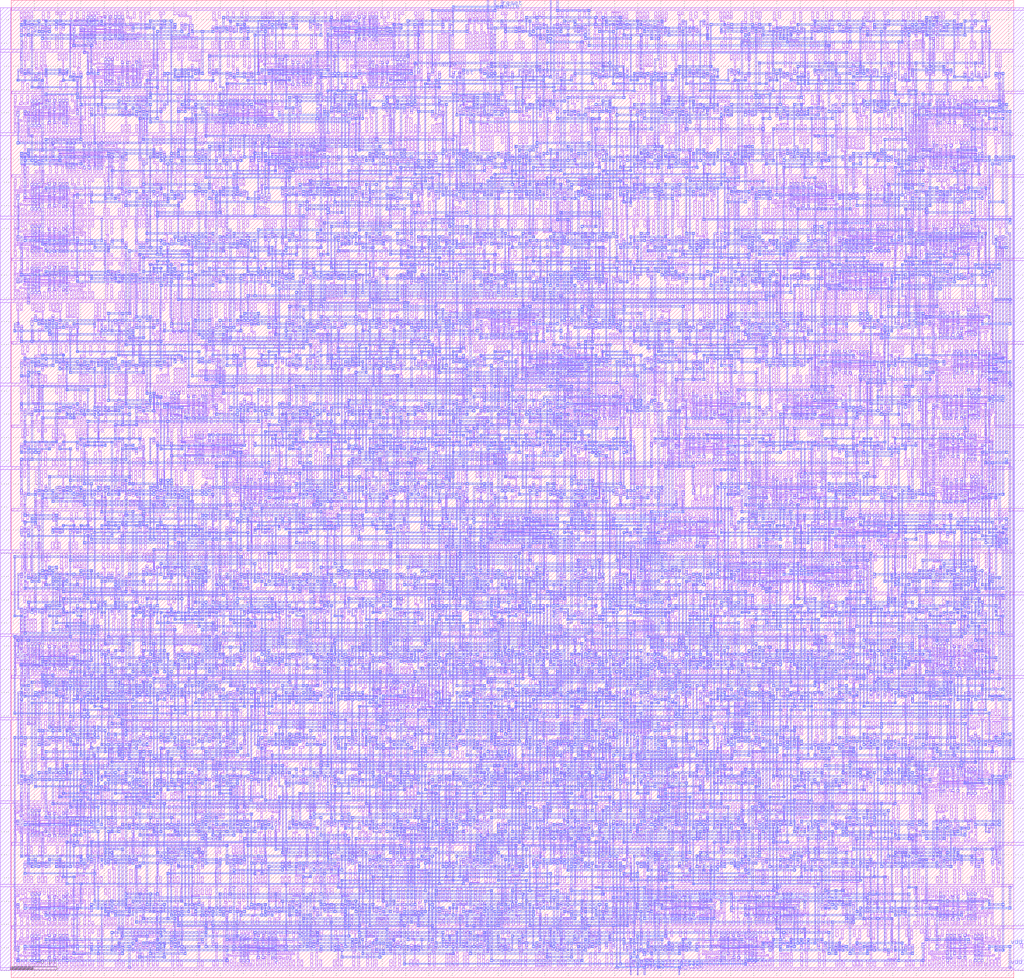
<source format=lef>
VERSION 5.7 ;
  NOWIREEXTENSIONATPIN ON ;
  DIVIDERCHAR "/" ;
  BUSBITCHARS "[]" ;
MACRO pong_pt1
  CLASS BLOCK ;
  FOREIGN pong_pt1 ;
  ORIGIN 0.000 6.000 ;
  SIZE 864.000 BY 843.000 ;
  PIN gnd
    USE GROUND ;
    PORT
      LAYER metal1 ;
        RECT 0.600 828.300 873.300 830.700 ;
        RECT 864.300 758.700 873.300 828.300 ;
        RECT 0.600 756.300 873.300 758.700 ;
        RECT 864.300 686.700 873.300 756.300 ;
        RECT 0.600 684.300 873.300 686.700 ;
        RECT 864.300 614.700 873.300 684.300 ;
        RECT 0.600 612.300 873.300 614.700 ;
        RECT 864.300 542.700 873.300 612.300 ;
        RECT 0.600 540.300 873.300 542.700 ;
        RECT 864.300 470.700 873.300 540.300 ;
        RECT 0.600 468.300 873.300 470.700 ;
        RECT 864.300 398.700 873.300 468.300 ;
        RECT 0.600 396.300 873.300 398.700 ;
        RECT 864.300 326.700 873.300 396.300 ;
        RECT 0.600 324.300 873.300 326.700 ;
        RECT 864.300 254.700 873.300 324.300 ;
        RECT 0.600 252.300 873.300 254.700 ;
        RECT 864.300 182.700 873.300 252.300 ;
        RECT 0.600 180.300 873.300 182.700 ;
        RECT 864.300 110.700 873.300 180.300 ;
        RECT 0.600 108.300 873.300 110.700 ;
        RECT 864.300 38.700 873.300 108.300 ;
        RECT 0.600 36.300 873.300 38.700 ;
        RECT 864.300 0.300 873.300 36.300 ;
    END
  END gnd
  PIN vdd
    USE POWER ;
    PORT
      LAYER metal1 ;
        RECT -9.300 794.700 -0.300 830.700 ;
        RECT -9.300 792.300 863.400 794.700 ;
        RECT -9.300 722.700 -0.300 792.300 ;
        RECT 61.950 790.950 64.050 792.300 ;
        RECT 271.950 722.700 274.050 724.050 ;
        RECT -9.300 720.300 863.400 722.700 ;
        RECT -9.300 650.700 -0.300 720.300 ;
        RECT 16.950 718.950 19.050 720.300 ;
        RECT 199.950 718.950 202.050 720.300 ;
        RECT 691.950 718.950 694.050 720.300 ;
        RECT 859.950 718.950 862.050 720.300 ;
        RECT 766.950 650.700 769.050 652.050 ;
        RECT -9.300 648.300 863.400 650.700 ;
        RECT -9.300 578.700 -0.300 648.300 ;
        RECT 76.950 646.950 79.050 648.300 ;
        RECT 859.950 646.950 862.050 648.300 ;
        RECT -9.300 576.300 863.400 578.700 ;
        RECT -9.300 506.700 -0.300 576.300 ;
        RECT 13.950 574.950 16.050 576.300 ;
        RECT 469.950 574.950 472.050 576.300 ;
        RECT 607.950 574.950 610.050 576.300 ;
        RECT 754.950 574.950 757.050 576.300 ;
        RECT 859.950 574.950 862.050 576.300 ;
        RECT 859.950 506.700 862.050 508.050 ;
        RECT -9.300 504.300 863.400 506.700 ;
        RECT -9.300 434.700 -0.300 504.300 ;
        RECT 460.950 502.950 463.050 504.300 ;
        RECT 721.950 502.950 724.050 504.300 ;
        RECT 745.950 502.950 748.050 504.300 ;
        RECT 856.950 438.450 859.050 439.050 ;
        RECT 856.950 437.550 861.450 438.450 ;
        RECT 856.950 436.950 859.050 437.550 ;
        RECT 220.950 434.700 223.050 436.050 ;
        RECT 860.550 434.700 861.450 437.550 ;
        RECT -9.300 432.300 863.400 434.700 ;
        RECT -9.300 362.700 -0.300 432.300 ;
        RECT 148.950 430.950 151.050 432.300 ;
        RECT 613.950 430.950 616.050 432.300 ;
        RECT 688.950 362.700 691.050 364.050 ;
        RECT -9.300 360.300 863.400 362.700 ;
        RECT -9.300 290.700 -0.300 360.300 ;
        RECT 466.950 358.950 469.050 360.300 ;
        RECT -9.300 288.300 863.400 290.700 ;
        RECT -9.300 218.700 -0.300 288.300 ;
        RECT 763.950 286.950 766.050 288.300 ;
        RECT -9.300 216.300 863.400 218.700 ;
        RECT -9.300 146.700 -0.300 216.300 ;
        RECT 13.950 213.450 16.050 214.050 ;
        RECT 20.550 213.450 21.450 216.300 ;
        RECT 334.950 214.950 337.050 216.300 ;
        RECT 835.950 214.950 838.050 216.300 ;
        RECT 13.950 212.550 21.450 213.450 ;
        RECT 13.950 211.950 16.050 212.550 ;
        RECT -9.300 144.300 863.400 146.700 ;
        RECT -9.300 74.700 -0.300 144.300 ;
        RECT 76.950 142.950 79.050 144.300 ;
        RECT -9.300 72.300 863.400 74.700 ;
        RECT -9.300 2.700 -0.300 72.300 ;
        RECT 73.950 70.950 76.050 72.300 ;
        RECT 190.950 70.950 193.050 72.300 ;
        RECT 502.950 70.950 505.050 72.300 ;
        RECT 691.950 70.950 694.050 72.300 ;
        RECT 859.950 70.950 862.050 72.300 ;
        RECT 100.950 2.700 103.050 4.050 ;
        RECT 859.950 2.700 862.050 4.050 ;
        RECT -9.300 0.300 863.400 2.700 ;
      LAYER metal2 ;
        RECT 58.950 813.450 61.050 814.050 ;
        RECT 277.950 813.450 280.050 814.050 ;
        RECT 58.950 812.400 63.450 813.450 ;
        RECT 58.950 811.950 61.050 812.400 ;
        RECT 62.400 793.050 63.450 812.400 ;
        RECT 277.950 812.400 282.450 813.450 ;
        RECT 277.950 811.950 280.050 812.400 ;
        RECT 61.950 792.450 64.050 793.050 ;
        RECT 61.950 791.400 66.450 792.450 ;
        RECT 61.950 790.950 64.050 791.400 ;
        RECT 65.400 775.050 66.450 791.400 ;
        RECT 281.400 775.050 282.450 812.400 ;
        RECT 64.950 772.950 67.050 775.050 ;
        RECT 73.950 772.950 76.050 775.050 ;
        RECT 220.950 772.950 223.050 775.050 ;
        RECT 280.950 772.950 283.050 775.050 ;
        RECT 343.950 772.950 346.050 775.050 ;
        RECT 281.400 760.050 282.450 772.950 ;
        RECT 271.950 757.950 274.050 760.050 ;
        RECT 280.950 757.950 283.050 760.050 ;
        RECT 10.950 741.450 13.050 742.050 ;
        RECT 10.950 740.400 15.450 741.450 ;
        RECT 10.950 739.950 13.050 740.400 ;
        RECT 14.400 720.450 15.450 740.400 ;
        RECT 272.400 739.050 273.450 757.950 ;
        RECT 832.950 739.950 835.050 742.050 ;
        RECT 859.950 739.950 862.050 742.050 ;
        RECT 229.950 736.950 232.050 739.050 ;
        RECT 271.950 736.950 274.050 739.050 ;
        RECT 272.400 724.050 273.450 736.950 ;
        RECT 271.950 721.950 274.050 724.050 ;
        RECT 860.400 721.050 861.450 739.950 ;
        RECT 16.950 720.450 19.050 721.050 ;
        RECT 14.400 719.400 19.050 720.450 ;
        RECT 16.950 718.950 19.050 719.400 ;
        RECT 199.950 718.950 202.050 721.050 ;
        RECT 691.950 720.450 694.050 721.050 ;
        RECT 694.950 720.450 697.050 721.050 ;
        RECT 691.950 719.400 697.050 720.450 ;
        RECT 691.950 718.950 694.050 719.400 ;
        RECT 694.950 718.950 697.050 719.400 ;
        RECT 706.950 718.950 709.050 721.050 ;
        RECT 859.950 718.950 862.050 721.050 ;
        RECT 17.400 700.050 18.450 718.950 ;
        RECT 200.400 703.050 201.450 718.950 ;
        RECT 40.950 700.950 43.050 703.050 ;
        RECT 199.950 700.950 202.050 703.050 ;
        RECT 223.950 700.950 226.050 703.050 ;
        RECT 41.400 700.050 42.450 700.950 ;
        RECT 10.950 697.950 13.050 700.050 ;
        RECT 16.950 697.950 19.050 700.050 ;
        RECT 40.950 697.950 43.050 700.050 ;
        RECT 11.400 670.050 12.450 697.950 ;
        RECT 707.400 670.050 708.450 718.950 ;
        RECT 829.950 700.950 832.050 703.050 ;
        RECT 830.400 700.050 831.450 700.950 ;
        RECT 860.400 700.050 861.450 718.950 ;
        RECT 829.950 697.950 832.050 700.050 ;
        RECT 859.950 697.950 862.050 700.050 ;
        RECT 10.950 667.950 13.050 670.050 ;
        RECT 706.950 667.950 709.050 670.050 ;
        RECT 766.950 649.950 769.050 652.050 ;
        RECT 76.950 646.950 79.050 649.050 ;
        RECT 77.400 631.050 78.450 646.950 ;
        RECT 767.400 631.050 768.450 649.950 ;
        RECT 826.950 646.950 829.050 649.050 ;
        RECT 859.950 646.950 862.050 649.050 ;
        RECT 10.950 628.950 13.050 631.050 ;
        RECT 76.950 628.950 79.050 631.050 ;
        RECT 757.950 628.950 760.050 631.050 ;
        RECT 766.950 628.950 769.050 631.050 ;
        RECT 827.400 630.450 828.450 646.950 ;
        RECT 860.400 646.050 861.450 646.950 ;
        RECT 859.950 643.950 862.050 646.050 ;
        RECT 829.950 630.450 832.050 631.050 ;
        RECT 827.400 629.400 832.050 630.450 ;
        RECT 829.950 628.950 832.050 629.400 ;
        RECT 10.950 597.450 13.050 598.050 ;
        RECT 751.950 597.450 754.050 598.050 ;
        RECT 10.950 596.400 15.450 597.450 ;
        RECT 10.950 595.950 13.050 596.400 ;
        RECT 14.400 577.050 15.450 596.400 ;
        RECT 751.950 596.400 756.450 597.450 ;
        RECT 751.950 595.950 754.050 596.400 ;
        RECT 755.400 577.050 756.450 596.400 ;
        RECT 13.950 574.950 16.050 577.050 ;
        RECT 469.950 574.950 472.050 577.050 ;
        RECT 607.950 574.950 610.050 577.050 ;
        RECT 754.950 574.950 757.050 577.050 ;
        RECT 859.950 574.950 862.050 577.050 ;
        RECT 470.400 559.050 471.450 574.950 ;
        RECT 448.950 556.950 451.050 559.050 ;
        RECT 469.950 556.950 472.050 559.050 ;
        RECT 608.400 531.450 609.450 574.950 ;
        RECT 860.400 559.050 861.450 574.950 ;
        RECT 835.950 556.950 838.050 559.050 ;
        RECT 859.950 556.950 862.050 559.050 ;
        RECT 608.400 530.400 612.450 531.450 ;
        RECT 472.950 523.950 475.050 526.050 ;
        RECT 490.950 523.950 493.050 526.050 ;
        RECT 473.400 505.050 474.450 523.950 ;
        RECT 611.400 523.050 612.450 530.400 ;
        RECT 742.950 525.450 745.050 526.050 ;
        RECT 742.950 524.400 747.450 525.450 ;
        RECT 742.950 523.950 745.050 524.400 ;
        RECT 610.950 520.950 613.050 523.050 ;
        RECT 619.950 520.950 622.050 523.050 ;
        RECT 460.950 504.450 463.050 505.050 ;
        RECT 463.950 504.450 466.050 505.050 ;
        RECT 460.950 503.400 466.050 504.450 ;
        RECT 460.950 502.950 463.050 503.400 ;
        RECT 463.950 502.950 466.050 503.400 ;
        RECT 472.950 502.950 475.050 505.050 ;
        RECT 481.950 502.950 484.050 505.050 ;
        RECT 130.950 484.950 133.050 487.050 ;
        RECT 145.950 484.950 148.050 487.050 ;
        RECT 482.400 486.450 483.450 502.950 ;
        RECT 484.950 486.450 487.050 487.050 ;
        RECT 482.400 485.400 487.050 486.450 ;
        RECT 620.400 486.450 621.450 520.950 ;
        RECT 746.400 505.050 747.450 524.400 ;
        RECT 847.950 523.950 850.050 526.050 ;
        RECT 859.950 523.950 862.050 526.050 ;
        RECT 860.400 508.050 861.450 523.950 ;
        RECT 859.950 505.950 862.050 508.050 ;
        RECT 721.950 502.950 724.050 505.050 ;
        RECT 745.950 502.950 748.050 505.050 ;
        RECT 722.400 487.050 723.450 502.950 ;
        RECT 622.950 486.450 625.050 487.050 ;
        RECT 620.400 485.400 625.050 486.450 ;
        RECT 484.950 484.950 487.050 485.400 ;
        RECT 622.950 484.950 625.050 485.400 ;
        RECT 709.950 484.950 712.050 487.050 ;
        RECT 721.950 484.950 724.050 487.050 ;
        RECT 838.950 484.950 841.050 487.050 ;
        RECT 146.400 456.450 147.450 484.950 ;
        RECT 146.400 455.400 150.450 456.450 ;
        RECT 149.400 453.450 150.450 455.400 ;
        RECT 151.950 453.450 154.050 454.050 ;
        RECT 149.400 452.400 154.050 453.450 ;
        RECT 149.400 433.050 150.450 452.400 ;
        RECT 151.950 451.950 154.050 452.400 ;
        RECT 835.950 453.450 838.050 454.050 ;
        RECT 839.400 453.450 840.450 484.950 ;
        RECT 835.950 452.400 840.450 453.450 ;
        RECT 835.950 451.950 838.050 452.400 ;
        RECT 622.950 448.950 625.050 451.050 ;
        RECT 220.950 433.950 223.050 436.050 ;
        RECT 148.950 430.950 151.050 433.050 ;
        RECT 221.400 415.050 222.450 433.950 ;
        RECT 623.400 433.050 624.450 448.950 ;
        RECT 839.400 439.050 840.450 452.400 ;
        RECT 856.950 439.950 859.050 442.050 ;
        RECT 857.400 439.050 858.450 439.950 ;
        RECT 838.950 436.950 841.050 439.050 ;
        RECT 844.950 436.950 847.050 439.050 ;
        RECT 856.950 436.950 859.050 439.050 ;
        RECT 604.950 430.950 607.050 433.050 ;
        RECT 610.950 432.450 613.050 433.050 ;
        RECT 613.950 432.450 616.050 433.050 ;
        RECT 610.950 431.400 616.050 432.450 ;
        RECT 610.950 430.950 613.050 431.400 ;
        RECT 613.950 430.950 616.050 431.400 ;
        RECT 622.950 430.950 625.050 433.050 ;
        RECT 220.950 412.950 223.050 415.050 ;
        RECT 238.950 412.950 241.050 415.050 ;
        RECT 605.400 382.050 606.450 430.950 ;
        RECT 845.400 418.050 846.450 436.950 ;
        RECT 844.950 415.950 847.050 418.050 ;
        RECT 691.950 412.950 694.050 415.050 ;
        RECT 692.400 387.450 693.450 412.950 ;
        RECT 689.400 386.400 693.450 387.450 ;
        RECT 689.400 382.050 690.450 386.400 ;
        RECT 604.950 379.950 607.050 382.050 ;
        RECT 688.950 379.950 691.050 382.050 ;
        RECT 712.950 379.950 715.050 382.050 ;
        RECT 466.950 376.950 469.050 379.050 ;
        RECT 467.400 361.050 468.450 376.950 ;
        RECT 689.400 364.050 690.450 379.950 ;
        RECT 688.950 361.950 691.050 364.050 ;
        RECT 466.950 358.950 469.050 361.050 ;
        RECT 689.400 343.050 690.450 361.950 ;
        RECT 664.950 340.950 667.050 343.050 ;
        RECT 685.950 340.950 688.050 343.050 ;
        RECT 688.950 340.950 691.050 343.050 ;
        RECT 763.950 286.950 766.050 289.050 ;
        RECT 764.400 277.050 765.450 286.950 ;
        RECT 763.950 274.950 766.050 277.050 ;
        RECT 10.950 268.950 13.050 271.050 ;
        RECT 790.950 268.950 793.050 271.050 ;
        RECT 11.400 243.450 12.450 268.950 ;
        RECT 11.400 242.400 15.450 243.450 ;
        RECT 14.400 214.050 15.450 242.400 ;
        RECT 319.950 235.950 322.050 238.050 ;
        RECT 334.950 235.950 337.050 238.050 ;
        RECT 335.400 217.050 336.450 235.950 ;
        RECT 334.950 214.950 337.050 217.050 ;
        RECT 835.950 214.950 838.050 217.050 ;
        RECT 13.950 211.950 16.050 214.050 ;
        RECT 836.400 166.050 837.450 214.950 ;
        RECT 835.950 163.950 838.050 166.050 ;
        RECT 76.950 142.950 79.050 145.050 ;
        RECT 77.400 127.050 78.450 142.950 ;
        RECT 10.950 124.950 13.050 127.050 ;
        RECT 76.950 124.950 79.050 127.050 ;
        RECT 73.950 70.950 76.050 73.050 ;
        RECT 190.950 70.950 193.050 73.050 ;
        RECT 502.950 72.450 505.050 73.050 ;
        RECT 505.950 72.450 508.050 73.050 ;
        RECT 502.950 71.400 508.050 72.450 ;
        RECT 502.950 70.950 505.050 71.400 ;
        RECT 505.950 70.950 508.050 71.400 ;
        RECT 544.950 70.950 547.050 73.050 ;
        RECT 691.950 70.950 694.050 73.050 ;
        RECT 859.950 70.950 862.050 73.050 ;
        RECT 74.400 55.050 75.450 70.950 ;
        RECT 10.950 52.950 13.050 55.050 ;
        RECT 73.950 52.950 76.050 55.050 ;
        RECT 191.400 22.050 192.450 70.950 ;
        RECT 545.400 46.050 546.450 70.950 ;
        RECT 604.950 52.950 607.050 55.050 ;
        RECT 676.950 52.950 679.050 55.050 ;
        RECT 605.400 46.050 606.450 52.950 ;
        RECT 544.950 43.950 547.050 46.050 ;
        RECT 604.950 43.950 607.050 46.050 ;
        RECT 677.400 25.050 678.450 52.950 ;
        RECT 692.400 25.050 693.450 70.950 ;
        RECT 860.400 55.050 861.450 70.950 ;
        RECT 835.950 52.950 838.050 55.050 ;
        RECT 859.950 52.950 862.050 55.050 ;
        RECT 646.950 22.950 649.050 25.050 ;
        RECT 676.950 22.950 679.050 25.050 ;
        RECT 691.950 22.950 694.050 25.050 ;
        RECT 647.400 22.050 648.450 22.950 ;
        RECT 10.950 19.950 13.050 22.050 ;
        RECT 100.950 19.950 103.050 22.050 ;
        RECT 190.950 19.950 193.050 22.050 ;
        RECT 646.950 19.950 649.050 22.050 ;
        RECT 841.950 19.950 844.050 22.050 ;
        RECT 859.950 19.950 862.050 22.050 ;
        RECT 101.400 4.050 102.450 19.950 ;
        RECT 860.400 4.050 861.450 19.950 ;
        RECT 100.950 1.950 103.050 4.050 ;
        RECT 859.950 1.950 862.050 4.050 ;
      LAYER metal3 ;
        RECT 64.950 774.600 67.050 775.050 ;
        RECT 73.950 774.600 76.050 775.050 ;
        RECT 64.950 773.400 76.050 774.600 ;
        RECT 64.950 772.950 67.050 773.400 ;
        RECT 73.950 772.950 76.050 773.400 ;
        RECT 220.950 774.600 223.050 775.050 ;
        RECT 280.950 774.600 283.050 775.050 ;
        RECT 343.950 774.600 346.050 775.050 ;
        RECT 220.950 773.400 346.050 774.600 ;
        RECT 220.950 772.950 223.050 773.400 ;
        RECT 280.950 772.950 283.050 773.400 ;
        RECT 343.950 772.950 346.050 773.400 ;
        RECT 271.950 759.600 274.050 760.050 ;
        RECT 280.950 759.600 283.050 760.050 ;
        RECT 271.950 758.400 283.050 759.600 ;
        RECT 271.950 757.950 274.050 758.400 ;
        RECT 280.950 757.950 283.050 758.400 ;
        RECT 832.950 741.600 835.050 742.050 ;
        RECT 859.950 741.600 862.050 742.050 ;
        RECT 832.950 740.400 862.050 741.600 ;
        RECT 832.950 739.950 835.050 740.400 ;
        RECT 859.950 739.950 862.050 740.400 ;
        RECT 229.950 738.600 232.050 739.050 ;
        RECT 271.950 738.600 274.050 739.050 ;
        RECT 229.950 737.400 274.050 738.600 ;
        RECT 229.950 736.950 232.050 737.400 ;
        RECT 271.950 736.950 274.050 737.400 ;
        RECT 694.950 720.600 697.050 721.050 ;
        RECT 706.950 720.600 709.050 721.050 ;
        RECT 694.950 719.400 709.050 720.600 ;
        RECT 694.950 718.950 697.050 719.400 ;
        RECT 706.950 718.950 709.050 719.400 ;
        RECT 199.950 702.600 202.050 703.050 ;
        RECT 223.950 702.600 226.050 703.050 ;
        RECT 199.950 701.400 226.050 702.600 ;
        RECT 199.950 700.950 202.050 701.400 ;
        RECT 223.950 700.950 226.050 701.400 ;
        RECT 10.950 699.600 13.050 700.050 ;
        RECT 16.950 699.600 19.050 700.050 ;
        RECT 40.950 699.600 43.050 700.050 ;
        RECT 10.950 698.400 43.050 699.600 ;
        RECT 10.950 697.950 13.050 698.400 ;
        RECT 16.950 697.950 19.050 698.400 ;
        RECT 40.950 697.950 43.050 698.400 ;
        RECT 829.950 699.600 832.050 700.050 ;
        RECT 859.950 699.600 862.050 700.050 ;
        RECT 829.950 698.400 862.050 699.600 ;
        RECT 829.950 697.950 832.050 698.400 ;
        RECT 859.950 697.950 862.050 698.400 ;
        RECT 826.950 648.600 829.050 649.050 ;
        RECT 826.950 647.400 861.600 648.600 ;
        RECT 826.950 646.950 829.050 647.400 ;
        RECT 860.400 646.050 861.600 647.400 ;
        RECT 859.950 643.950 862.050 646.050 ;
        RECT 10.950 630.600 13.050 631.050 ;
        RECT 76.950 630.600 79.050 631.050 ;
        RECT 10.950 629.400 79.050 630.600 ;
        RECT 10.950 628.950 13.050 629.400 ;
        RECT 76.950 628.950 79.050 629.400 ;
        RECT 757.950 630.600 760.050 631.050 ;
        RECT 766.950 630.600 769.050 631.050 ;
        RECT 757.950 629.400 769.050 630.600 ;
        RECT 757.950 628.950 760.050 629.400 ;
        RECT 766.950 628.950 769.050 629.400 ;
        RECT 448.950 558.600 451.050 559.050 ;
        RECT 469.950 558.600 472.050 559.050 ;
        RECT 448.950 557.400 472.050 558.600 ;
        RECT 448.950 556.950 451.050 557.400 ;
        RECT 469.950 556.950 472.050 557.400 ;
        RECT 835.950 558.600 838.050 559.050 ;
        RECT 859.950 558.600 862.050 559.050 ;
        RECT 835.950 557.400 862.050 558.600 ;
        RECT 835.950 556.950 838.050 557.400 ;
        RECT 859.950 556.950 862.050 557.400 ;
        RECT 472.950 525.600 475.050 526.050 ;
        RECT 490.950 525.600 493.050 526.050 ;
        RECT 472.950 524.400 493.050 525.600 ;
        RECT 472.950 523.950 475.050 524.400 ;
        RECT 490.950 523.950 493.050 524.400 ;
        RECT 847.950 525.600 850.050 526.050 ;
        RECT 859.950 525.600 862.050 526.050 ;
        RECT 847.950 524.400 862.050 525.600 ;
        RECT 847.950 523.950 850.050 524.400 ;
        RECT 859.950 523.950 862.050 524.400 ;
        RECT 610.950 522.600 613.050 523.050 ;
        RECT 619.950 522.600 622.050 523.050 ;
        RECT 610.950 521.400 622.050 522.600 ;
        RECT 610.950 520.950 613.050 521.400 ;
        RECT 619.950 520.950 622.050 521.400 ;
        RECT 463.950 504.600 466.050 505.050 ;
        RECT 472.950 504.600 475.050 505.050 ;
        RECT 481.950 504.600 484.050 505.050 ;
        RECT 463.950 503.400 484.050 504.600 ;
        RECT 463.950 502.950 466.050 503.400 ;
        RECT 472.950 502.950 475.050 503.400 ;
        RECT 481.950 502.950 484.050 503.400 ;
        RECT 130.950 486.600 133.050 487.050 ;
        RECT 145.950 486.600 148.050 487.050 ;
        RECT 130.950 485.400 148.050 486.600 ;
        RECT 130.950 484.950 133.050 485.400 ;
        RECT 145.950 484.950 148.050 485.400 ;
        RECT 709.950 486.600 712.050 487.050 ;
        RECT 721.950 486.600 724.050 487.050 ;
        RECT 709.950 485.400 724.050 486.600 ;
        RECT 709.950 484.950 712.050 485.400 ;
        RECT 721.950 484.950 724.050 485.400 ;
        RECT 856.950 439.950 859.050 442.050 ;
        RECT 838.950 438.600 841.050 439.050 ;
        RECT 844.950 438.600 847.050 439.050 ;
        RECT 857.400 438.600 858.600 439.950 ;
        RECT 838.950 437.400 858.600 438.600 ;
        RECT 838.950 436.950 841.050 437.400 ;
        RECT 844.950 436.950 847.050 437.400 ;
        RECT 604.950 432.600 607.050 433.050 ;
        RECT 610.950 432.600 613.050 433.050 ;
        RECT 622.950 432.600 625.050 433.050 ;
        RECT 604.950 431.400 625.050 432.600 ;
        RECT 604.950 430.950 607.050 431.400 ;
        RECT 610.950 430.950 613.050 431.400 ;
        RECT 622.950 430.950 625.050 431.400 ;
        RECT 220.950 414.600 223.050 415.050 ;
        RECT 238.950 414.600 241.050 415.050 ;
        RECT 220.950 413.400 241.050 414.600 ;
        RECT 220.950 412.950 223.050 413.400 ;
        RECT 238.950 412.950 241.050 413.400 ;
        RECT 688.950 381.600 691.050 382.050 ;
        RECT 712.950 381.600 715.050 382.050 ;
        RECT 688.950 380.400 715.050 381.600 ;
        RECT 688.950 379.950 691.050 380.400 ;
        RECT 712.950 379.950 715.050 380.400 ;
        RECT 664.950 342.600 667.050 343.050 ;
        RECT 685.950 342.600 688.050 343.050 ;
        RECT 688.950 342.600 691.050 343.050 ;
        RECT 664.950 341.400 691.050 342.600 ;
        RECT 664.950 340.950 667.050 341.400 ;
        RECT 685.950 340.950 688.050 341.400 ;
        RECT 688.950 340.950 691.050 341.400 ;
        RECT 763.950 276.600 766.050 277.050 ;
        RECT 763.950 275.400 792.600 276.600 ;
        RECT 763.950 274.950 766.050 275.400 ;
        RECT 791.400 271.050 792.600 275.400 ;
        RECT 790.950 268.950 793.050 271.050 ;
        RECT 319.950 237.600 322.050 238.050 ;
        RECT 334.950 237.600 337.050 238.050 ;
        RECT 319.950 236.400 337.050 237.600 ;
        RECT 319.950 235.950 322.050 236.400 ;
        RECT 334.950 235.950 337.050 236.400 ;
        RECT 10.950 126.600 13.050 127.050 ;
        RECT 76.950 126.600 79.050 127.050 ;
        RECT 10.950 125.400 79.050 126.600 ;
        RECT 10.950 124.950 13.050 125.400 ;
        RECT 76.950 124.950 79.050 125.400 ;
        RECT 505.950 72.600 508.050 73.050 ;
        RECT 544.950 72.600 547.050 73.050 ;
        RECT 505.950 71.400 547.050 72.600 ;
        RECT 505.950 70.950 508.050 71.400 ;
        RECT 544.950 70.950 547.050 71.400 ;
        RECT 10.950 54.600 13.050 55.050 ;
        RECT 73.950 54.600 76.050 55.050 ;
        RECT 10.950 53.400 76.050 54.600 ;
        RECT 10.950 52.950 13.050 53.400 ;
        RECT 73.950 52.950 76.050 53.400 ;
        RECT 835.950 54.600 838.050 55.050 ;
        RECT 859.950 54.600 862.050 55.050 ;
        RECT 835.950 53.400 862.050 54.600 ;
        RECT 835.950 52.950 838.050 53.400 ;
        RECT 859.950 52.950 862.050 53.400 ;
        RECT 544.950 45.600 547.050 46.050 ;
        RECT 604.950 45.600 607.050 46.050 ;
        RECT 544.950 44.400 607.050 45.600 ;
        RECT 544.950 43.950 547.050 44.400 ;
        RECT 604.950 43.950 607.050 44.400 ;
        RECT 646.950 24.600 649.050 25.050 ;
        RECT 676.950 24.600 679.050 25.050 ;
        RECT 691.950 24.600 694.050 25.050 ;
        RECT 646.950 23.400 694.050 24.600 ;
        RECT 646.950 22.950 649.050 23.400 ;
        RECT 676.950 22.950 679.050 23.400 ;
        RECT 691.950 22.950 694.050 23.400 ;
        RECT 10.950 21.600 13.050 22.050 ;
        RECT 100.950 21.600 103.050 22.050 ;
        RECT 10.950 20.400 103.050 21.600 ;
        RECT 10.950 19.950 13.050 20.400 ;
        RECT 100.950 19.950 103.050 20.400 ;
        RECT 841.950 21.600 844.050 22.050 ;
        RECT 859.950 21.600 862.050 22.050 ;
        RECT 841.950 20.400 862.050 21.600 ;
        RECT 841.950 19.950 844.050 20.400 ;
        RECT 859.950 19.950 862.050 20.400 ;
    END
  END vdd
  PIN clk
    PORT
      LAYER metal2 ;
        RECT 410.400 813.450 411.450 837.450 ;
        RECT 412.950 813.450 415.050 814.050 ;
        RECT 410.400 812.400 415.050 813.450 ;
        RECT 412.950 811.950 415.050 812.400 ;
        RECT 413.400 793.050 414.450 811.950 ;
        RECT 262.950 790.950 265.050 793.050 ;
        RECT 412.950 790.950 415.050 793.050 ;
        RECT 718.950 790.950 721.050 793.050 ;
        RECT 263.400 747.450 264.450 790.950 ;
        RECT 263.400 746.400 267.450 747.450 ;
        RECT 266.400 640.050 267.450 746.400 ;
        RECT 719.400 646.050 720.450 790.950 ;
        RECT 736.950 667.950 739.050 670.050 ;
        RECT 737.400 646.050 738.450 667.950 ;
        RECT 703.950 643.950 706.050 646.050 ;
        RECT 718.950 643.950 721.050 646.050 ;
        RECT 736.950 643.950 739.050 646.050 ;
        RECT 211.950 637.950 214.050 640.050 ;
        RECT 265.950 637.950 268.050 640.050 ;
        RECT 212.400 607.050 213.450 637.950 ;
        RECT 704.400 615.450 705.450 643.950 ;
        RECT 701.400 614.400 705.450 615.450 ;
        RECT 169.950 604.950 172.050 607.050 ;
        RECT 211.950 604.950 214.050 607.050 ;
        RECT 170.400 562.050 171.450 604.950 ;
        RECT 157.950 559.950 160.050 562.050 ;
        RECT 169.950 559.950 172.050 562.050 ;
        RECT 158.400 559.050 159.450 559.950 ;
        RECT 701.400 559.050 702.450 614.400 ;
        RECT 157.950 556.950 160.050 559.050 ;
        RECT 700.950 556.950 703.050 559.050 ;
        RECT 718.950 556.950 721.050 559.050 ;
        RECT 701.400 502.050 702.450 556.950 ;
        RECT 625.950 499.950 628.050 502.050 ;
        RECT 700.950 499.950 703.050 502.050 ;
        RECT 626.400 418.050 627.450 499.950 ;
        RECT 607.950 415.950 610.050 418.050 ;
        RECT 613.950 415.950 616.050 418.050 ;
        RECT 625.950 415.950 628.050 418.050 ;
        RECT 608.400 415.050 609.450 415.950 ;
        RECT 607.950 412.950 610.050 415.050 ;
        RECT 614.400 328.050 615.450 415.950 ;
        RECT 592.950 325.950 595.050 328.050 ;
        RECT 613.950 325.950 616.050 328.050 ;
        RECT 593.400 274.050 594.450 325.950 ;
        RECT 592.950 271.950 595.050 274.050 ;
        RECT 580.950 268.950 583.050 271.050 ;
        RECT 581.400 249.450 582.450 268.950 ;
        RECT 578.400 248.400 582.450 249.450 ;
        RECT 578.400 244.050 579.450 248.400 ;
        RECT 577.950 241.950 580.050 244.050 ;
        RECT 565.950 229.950 568.050 232.050 ;
        RECT 566.400 208.050 567.450 229.950 ;
        RECT 553.950 205.950 556.050 208.050 ;
        RECT 565.950 205.950 568.050 208.050 ;
        RECT 554.400 160.050 555.450 205.950 ;
        RECT 544.950 157.950 547.050 160.050 ;
        RECT 553.950 157.950 556.050 160.050 ;
        RECT 545.400 130.050 546.450 157.950 ;
        RECT 544.950 127.950 547.050 130.050 ;
        RECT 517.950 121.950 520.050 124.050 ;
        RECT 518.400 64.050 519.450 121.950 ;
        RECT 517.950 61.950 520.050 64.050 ;
        RECT 736.950 61.950 739.050 64.050 ;
        RECT 518.400 55.050 519.450 61.950 ;
        RECT 737.400 55.050 738.450 61.950 ;
        RECT 517.950 52.950 520.050 55.050 ;
        RECT 736.950 52.950 739.050 55.050 ;
      LAYER metal3 ;
        RECT 262.950 792.600 265.050 793.050 ;
        RECT 412.950 792.600 415.050 793.050 ;
        RECT 718.950 792.600 721.050 793.050 ;
        RECT 262.950 791.400 721.050 792.600 ;
        RECT 262.950 790.950 265.050 791.400 ;
        RECT 412.950 790.950 415.050 791.400 ;
        RECT 718.950 790.950 721.050 791.400 ;
        RECT 703.950 645.600 706.050 646.050 ;
        RECT 718.950 645.600 721.050 646.050 ;
        RECT 736.950 645.600 739.050 646.050 ;
        RECT 703.950 644.400 739.050 645.600 ;
        RECT 703.950 643.950 706.050 644.400 ;
        RECT 718.950 643.950 721.050 644.400 ;
        RECT 736.950 643.950 739.050 644.400 ;
        RECT 211.950 639.600 214.050 640.050 ;
        RECT 265.950 639.600 268.050 640.050 ;
        RECT 211.950 638.400 268.050 639.600 ;
        RECT 211.950 637.950 214.050 638.400 ;
        RECT 265.950 637.950 268.050 638.400 ;
        RECT 169.950 606.600 172.050 607.050 ;
        RECT 211.950 606.600 214.050 607.050 ;
        RECT 169.950 605.400 214.050 606.600 ;
        RECT 169.950 604.950 172.050 605.400 ;
        RECT 211.950 604.950 214.050 605.400 ;
        RECT 157.950 561.600 160.050 562.050 ;
        RECT 169.950 561.600 172.050 562.050 ;
        RECT 157.950 560.400 172.050 561.600 ;
        RECT 157.950 559.950 160.050 560.400 ;
        RECT 169.950 559.950 172.050 560.400 ;
        RECT 700.950 558.600 703.050 559.050 ;
        RECT 718.950 558.600 721.050 559.050 ;
        RECT 700.950 557.400 721.050 558.600 ;
        RECT 700.950 556.950 703.050 557.400 ;
        RECT 718.950 556.950 721.050 557.400 ;
        RECT 625.950 501.600 628.050 502.050 ;
        RECT 700.950 501.600 703.050 502.050 ;
        RECT 625.950 500.400 703.050 501.600 ;
        RECT 625.950 499.950 628.050 500.400 ;
        RECT 700.950 499.950 703.050 500.400 ;
        RECT 607.950 417.600 610.050 418.050 ;
        RECT 613.950 417.600 616.050 418.050 ;
        RECT 625.950 417.600 628.050 418.050 ;
        RECT 607.950 416.400 628.050 417.600 ;
        RECT 607.950 415.950 610.050 416.400 ;
        RECT 613.950 415.950 616.050 416.400 ;
        RECT 625.950 415.950 628.050 416.400 ;
        RECT 592.950 327.600 595.050 328.050 ;
        RECT 613.950 327.600 616.050 328.050 ;
        RECT 592.950 326.400 616.050 327.600 ;
        RECT 592.950 325.950 595.050 326.400 ;
        RECT 613.950 325.950 616.050 326.400 ;
        RECT 592.950 273.600 595.050 274.050 ;
        RECT 581.400 272.400 595.050 273.600 ;
        RECT 581.400 271.050 582.600 272.400 ;
        RECT 592.950 271.950 595.050 272.400 ;
        RECT 580.950 268.950 583.050 271.050 ;
        RECT 577.950 243.600 580.050 244.050 ;
        RECT 572.400 242.400 580.050 243.600 ;
        RECT 572.400 240.600 573.600 242.400 ;
        RECT 577.950 241.950 580.050 242.400 ;
        RECT 566.400 239.400 573.600 240.600 ;
        RECT 566.400 232.050 567.600 239.400 ;
        RECT 565.950 229.950 568.050 232.050 ;
        RECT 553.950 207.600 556.050 208.050 ;
        RECT 565.950 207.600 568.050 208.050 ;
        RECT 553.950 206.400 568.050 207.600 ;
        RECT 553.950 205.950 556.050 206.400 ;
        RECT 565.950 205.950 568.050 206.400 ;
        RECT 544.950 159.600 547.050 160.050 ;
        RECT 553.950 159.600 556.050 160.050 ;
        RECT 544.950 158.400 556.050 159.600 ;
        RECT 544.950 157.950 547.050 158.400 ;
        RECT 553.950 157.950 556.050 158.400 ;
        RECT 544.950 129.600 547.050 130.050 ;
        RECT 542.400 128.400 547.050 129.600 ;
        RECT 542.400 126.600 543.600 128.400 ;
        RECT 544.950 127.950 547.050 128.400 ;
        RECT 539.400 125.400 543.600 126.600 ;
        RECT 517.950 123.600 520.050 124.050 ;
        RECT 539.400 123.600 540.600 125.400 ;
        RECT 517.950 122.400 540.600 123.600 ;
        RECT 517.950 121.950 520.050 122.400 ;
        RECT 517.950 63.600 520.050 64.050 ;
        RECT 736.950 63.600 739.050 64.050 ;
        RECT 517.950 62.400 739.050 63.600 ;
        RECT 517.950 61.950 520.050 62.400 ;
        RECT 736.950 61.950 739.050 62.400 ;
    END
  END clk
  PIN down
    PORT
      LAYER metal1 ;
        RECT 478.950 201.450 481.050 202.050 ;
        RECT 470.550 200.550 481.050 201.450 ;
        RECT 466.950 192.450 469.050 193.050 ;
        RECT 470.550 192.450 471.450 200.550 ;
        RECT 478.950 199.950 481.050 200.550 ;
        RECT 466.950 191.550 471.450 192.450 ;
        RECT 466.950 190.950 469.050 191.550 ;
      LAYER metal2 ;
        RECT 464.400 807.450 465.450 837.450 ;
        RECT 461.400 806.400 465.450 807.450 ;
        RECT 461.400 802.050 462.450 806.400 ;
        RECT 460.950 799.950 463.050 802.050 ;
        RECT 490.950 799.950 493.050 802.050 ;
        RECT 491.400 676.050 492.450 799.950 ;
        RECT 490.950 673.950 493.050 676.050 ;
        RECT 487.950 664.950 490.050 667.050 ;
        RECT 488.400 601.050 489.450 664.950 ;
        RECT 463.950 598.950 466.050 601.050 ;
        RECT 487.950 598.950 490.050 601.050 ;
        RECT 464.400 592.050 465.450 598.950 ;
        RECT 457.950 589.950 460.050 592.050 ;
        RECT 463.950 589.950 466.050 592.050 ;
        RECT 458.400 544.050 459.450 589.950 ;
        RECT 439.950 541.950 442.050 544.050 ;
        RECT 457.950 541.950 460.050 544.050 ;
        RECT 440.400 510.450 441.450 541.950 ;
        RECT 440.400 509.400 444.450 510.450 ;
        RECT 443.400 481.050 444.450 509.400 ;
        RECT 442.950 478.950 445.050 481.050 ;
        RECT 469.950 478.950 472.050 481.050 ;
        RECT 470.400 445.050 471.450 478.950 ;
        RECT 442.950 442.950 445.050 445.050 ;
        RECT 469.950 442.950 472.050 445.050 ;
        RECT 443.400 393.450 444.450 442.950 ;
        RECT 443.400 392.400 447.450 393.450 ;
        RECT 446.400 367.050 447.450 392.400 ;
        RECT 439.950 364.950 442.050 367.050 ;
        RECT 445.950 364.950 448.050 367.050 ;
        RECT 440.400 319.050 441.450 364.950 ;
        RECT 439.950 316.950 442.050 319.050 ;
        RECT 445.950 316.950 448.050 319.050 ;
        RECT 446.400 306.450 447.450 316.950 ;
        RECT 443.400 305.400 447.450 306.450 ;
        RECT 443.400 294.450 444.450 305.400 ;
        RECT 440.400 293.400 444.450 294.450 ;
        RECT 440.400 277.050 441.450 293.400 ;
        RECT 439.950 274.950 442.050 277.050 ;
        RECT 433.950 271.950 436.050 274.050 ;
        RECT 434.400 247.050 435.450 271.950 ;
        RECT 433.950 244.950 436.050 247.050 ;
        RECT 478.950 235.950 481.050 238.050 ;
        RECT 479.400 202.050 480.450 235.950 ;
        RECT 478.950 199.950 481.050 202.050 ;
        RECT 466.950 190.950 469.050 193.050 ;
        RECT 467.400 166.050 468.450 190.950 ;
        RECT 466.950 163.950 469.050 166.050 ;
      LAYER metal3 ;
        RECT 460.950 801.600 463.050 802.050 ;
        RECT 490.950 801.600 493.050 802.050 ;
        RECT 460.950 800.400 493.050 801.600 ;
        RECT 460.950 799.950 463.050 800.400 ;
        RECT 490.950 799.950 493.050 800.400 ;
        RECT 490.950 673.950 493.050 676.050 ;
        RECT 491.400 672.600 492.600 673.950 ;
        RECT 488.400 671.400 492.600 672.600 ;
        RECT 488.400 667.050 489.600 671.400 ;
        RECT 487.950 664.950 490.050 667.050 ;
        RECT 463.950 600.600 466.050 601.050 ;
        RECT 487.950 600.600 490.050 601.050 ;
        RECT 463.950 599.400 490.050 600.600 ;
        RECT 463.950 598.950 466.050 599.400 ;
        RECT 487.950 598.950 490.050 599.400 ;
        RECT 457.950 591.600 460.050 592.050 ;
        RECT 463.950 591.600 466.050 592.050 ;
        RECT 457.950 590.400 466.050 591.600 ;
        RECT 457.950 589.950 460.050 590.400 ;
        RECT 463.950 589.950 466.050 590.400 ;
        RECT 439.950 543.600 442.050 544.050 ;
        RECT 457.950 543.600 460.050 544.050 ;
        RECT 439.950 542.400 460.050 543.600 ;
        RECT 439.950 541.950 442.050 542.400 ;
        RECT 457.950 541.950 460.050 542.400 ;
        RECT 442.950 480.600 445.050 481.050 ;
        RECT 469.950 480.600 472.050 481.050 ;
        RECT 442.950 479.400 472.050 480.600 ;
        RECT 442.950 478.950 445.050 479.400 ;
        RECT 469.950 478.950 472.050 479.400 ;
        RECT 442.950 444.600 445.050 445.050 ;
        RECT 469.950 444.600 472.050 445.050 ;
        RECT 442.950 443.400 472.050 444.600 ;
        RECT 442.950 442.950 445.050 443.400 ;
        RECT 469.950 442.950 472.050 443.400 ;
        RECT 439.950 366.600 442.050 367.050 ;
        RECT 445.950 366.600 448.050 367.050 ;
        RECT 439.950 365.400 448.050 366.600 ;
        RECT 439.950 364.950 442.050 365.400 ;
        RECT 445.950 364.950 448.050 365.400 ;
        RECT 439.950 318.600 442.050 319.050 ;
        RECT 445.950 318.600 448.050 319.050 ;
        RECT 439.950 317.400 448.050 318.600 ;
        RECT 439.950 316.950 442.050 317.400 ;
        RECT 445.950 316.950 448.050 317.400 ;
        RECT 439.950 274.950 442.050 277.050 ;
        RECT 433.950 273.600 436.050 274.050 ;
        RECT 440.400 273.600 441.600 274.950 ;
        RECT 433.950 272.400 441.600 273.600 ;
        RECT 433.950 271.950 436.050 272.400 ;
        RECT 433.950 246.600 436.050 247.050 ;
        RECT 433.950 245.400 474.600 246.600 ;
        RECT 433.950 244.950 436.050 245.400 ;
        RECT 473.400 237.600 474.600 245.400 ;
        RECT 478.950 237.600 481.050 238.050 ;
        RECT 473.400 236.400 481.050 237.600 ;
        RECT 478.950 235.950 481.050 236.400 ;
    END
  END down
  PIN enable
    PORT
      LAYER metal2 ;
        RECT 416.400 829.050 417.450 837.450 ;
        RECT 361.950 826.950 364.050 829.050 ;
        RECT 415.950 826.950 418.050 829.050 ;
        RECT 362.400 778.050 363.450 826.950 ;
        RECT 361.950 775.950 364.050 778.050 ;
      LAYER metal3 ;
        RECT 361.950 828.600 364.050 829.050 ;
        RECT 415.950 828.600 418.050 829.050 ;
        RECT 361.950 827.400 418.050 828.600 ;
        RECT 361.950 826.950 364.050 827.400 ;
        RECT 415.950 826.950 418.050 827.400 ;
    END
  END enable
  PIN hsync
    PORT
      LAYER metal2 ;
        RECT 547.950 337.950 550.050 340.050 ;
        RECT 548.400 315.450 549.450 337.950 ;
        RECT 545.400 314.400 549.450 315.450 ;
        RECT 545.400 202.050 546.450 314.400 ;
        RECT 544.950 199.950 547.050 202.050 ;
        RECT 550.950 199.950 553.050 202.050 ;
        RECT 551.400 172.050 552.450 199.950 ;
        RECT 502.950 169.950 505.050 172.050 ;
        RECT 550.950 169.950 553.050 172.050 ;
        RECT 503.400 151.050 504.450 169.950 ;
        RECT 502.950 148.950 505.050 151.050 ;
        RECT 514.950 148.950 517.050 151.050 ;
        RECT 515.400 100.050 516.450 148.950 ;
        RECT 514.950 97.950 517.050 100.050 ;
        RECT 520.950 97.950 523.050 100.050 ;
        RECT 521.400 4.050 522.450 97.950 ;
        RECT 520.950 1.950 523.050 4.050 ;
        RECT 544.950 1.950 547.050 4.050 ;
        RECT 545.400 -3.600 546.450 1.950 ;
      LAYER metal3 ;
        RECT 544.950 201.600 547.050 202.050 ;
        RECT 550.950 201.600 553.050 202.050 ;
        RECT 544.950 200.400 553.050 201.600 ;
        RECT 544.950 199.950 547.050 200.400 ;
        RECT 550.950 199.950 553.050 200.400 ;
        RECT 502.950 171.600 505.050 172.050 ;
        RECT 550.950 171.600 553.050 172.050 ;
        RECT 502.950 170.400 553.050 171.600 ;
        RECT 502.950 169.950 505.050 170.400 ;
        RECT 550.950 169.950 553.050 170.400 ;
        RECT 502.950 150.600 505.050 151.050 ;
        RECT 514.950 150.600 517.050 151.050 ;
        RECT 502.950 149.400 517.050 150.600 ;
        RECT 502.950 148.950 505.050 149.400 ;
        RECT 514.950 148.950 517.050 149.400 ;
        RECT 514.950 99.600 517.050 100.050 ;
        RECT 520.950 99.600 523.050 100.050 ;
        RECT 514.950 98.400 523.050 99.600 ;
        RECT 514.950 97.950 517.050 98.400 ;
        RECT 520.950 97.950 523.050 98.400 ;
        RECT 520.950 3.600 523.050 4.050 ;
        RECT 544.950 3.600 547.050 4.050 ;
        RECT 520.950 2.400 547.050 3.600 ;
        RECT 520.950 1.950 523.050 2.400 ;
        RECT 544.950 1.950 547.050 2.400 ;
    END
  END hsync
  PIN p_tick
    PORT
      LAYER metal1 ;
        RECT 580.950 273.450 583.050 274.050 ;
        RECT 580.950 272.550 585.450 273.450 ;
        RECT 580.950 271.950 583.050 272.550 ;
        RECT 584.550 265.050 585.450 272.550 ;
        RECT 583.950 262.950 586.050 265.050 ;
      LAYER metal2 ;
        RECT 577.950 409.950 580.050 412.050 ;
        RECT 578.400 397.050 579.450 409.950 ;
        RECT 550.950 394.950 553.050 397.050 ;
        RECT 577.950 394.950 580.050 397.050 ;
        RECT 551.400 280.050 552.450 394.950 ;
        RECT 550.950 277.950 553.050 280.050 ;
        RECT 580.950 277.950 583.050 280.050 ;
        RECT 581.400 274.050 582.450 277.950 ;
        RECT 580.950 271.950 583.050 274.050 ;
        RECT 583.950 262.950 586.050 265.050 ;
        RECT 584.400 249.450 585.450 262.950 ;
        RECT 584.400 248.400 588.450 249.450 ;
        RECT 587.400 193.050 588.450 248.400 ;
        RECT 556.950 190.950 559.050 193.050 ;
        RECT 586.950 190.950 589.050 193.050 ;
        RECT 557.400 151.050 558.450 190.950 ;
        RECT 556.950 148.950 559.050 151.050 ;
        RECT 583.950 148.950 586.050 151.050 ;
        RECT 584.400 103.050 585.450 148.950 ;
        RECT 556.950 100.950 559.050 103.050 ;
        RECT 583.950 100.950 586.050 103.050 ;
        RECT 557.400 4.050 558.450 100.950 ;
        RECT 556.950 1.950 559.050 4.050 ;
        RECT 574.950 1.950 577.050 4.050 ;
        RECT 575.400 -3.600 576.450 1.950 ;
      LAYER metal3 ;
        RECT 550.950 396.600 553.050 397.050 ;
        RECT 577.950 396.600 580.050 397.050 ;
        RECT 550.950 395.400 580.050 396.600 ;
        RECT 550.950 394.950 553.050 395.400 ;
        RECT 577.950 394.950 580.050 395.400 ;
        RECT 550.950 279.600 553.050 280.050 ;
        RECT 580.950 279.600 583.050 280.050 ;
        RECT 550.950 278.400 583.050 279.600 ;
        RECT 550.950 277.950 553.050 278.400 ;
        RECT 580.950 277.950 583.050 278.400 ;
        RECT 556.950 192.600 559.050 193.050 ;
        RECT 586.950 192.600 589.050 193.050 ;
        RECT 556.950 191.400 589.050 192.600 ;
        RECT 556.950 190.950 559.050 191.400 ;
        RECT 586.950 190.950 589.050 191.400 ;
        RECT 556.950 150.600 559.050 151.050 ;
        RECT 583.950 150.600 586.050 151.050 ;
        RECT 556.950 149.400 586.050 150.600 ;
        RECT 556.950 148.950 559.050 149.400 ;
        RECT 583.950 148.950 586.050 149.400 ;
        RECT 556.950 102.600 559.050 103.050 ;
        RECT 583.950 102.600 586.050 103.050 ;
        RECT 556.950 101.400 586.050 102.600 ;
        RECT 556.950 100.950 559.050 101.400 ;
        RECT 583.950 100.950 586.050 101.400 ;
        RECT 556.950 3.600 559.050 4.050 ;
        RECT 574.950 3.600 577.050 4.050 ;
        RECT 556.950 2.400 577.050 3.600 ;
        RECT 556.950 1.950 559.050 2.400 ;
        RECT 574.950 1.950 577.050 2.400 ;
    END
  END p_tick
  PIN reset
    PORT
      LAYER metal2 ;
        RECT 422.400 832.050 423.450 837.450 ;
        RECT 379.950 829.950 382.050 832.050 ;
        RECT 421.950 829.950 424.050 832.050 ;
        RECT 376.950 816.450 379.050 817.050 ;
        RECT 380.400 816.450 381.450 829.950 ;
        RECT 376.950 815.400 381.450 816.450 ;
        RECT 376.950 814.950 379.050 815.400 ;
        RECT 380.400 807.450 381.450 815.400 ;
        RECT 377.400 806.400 381.450 807.450 ;
        RECT 377.400 771.450 378.450 806.400 ;
        RECT 379.950 771.450 382.050 772.050 ;
        RECT 377.400 770.400 382.050 771.450 ;
        RECT 379.950 769.950 382.050 770.400 ;
      LAYER metal3 ;
        RECT 379.950 831.600 382.050 832.050 ;
        RECT 421.950 831.600 424.050 832.050 ;
        RECT 379.950 830.400 424.050 831.600 ;
        RECT 379.950 829.950 382.050 830.400 ;
        RECT 421.950 829.950 424.050 830.400 ;
    END
  END reset
  PIN rgb
    PORT
      LAYER metal1 ;
        RECT 514.950 276.450 517.050 277.050 ;
        RECT 512.550 275.550 517.050 276.450 ;
        RECT 512.550 273.450 513.450 275.550 ;
        RECT 514.950 274.950 517.050 275.550 ;
        RECT 509.550 272.550 513.450 273.450 ;
        RECT 505.950 264.450 508.050 265.050 ;
        RECT 509.550 264.450 510.450 272.550 ;
        RECT 505.950 263.550 510.450 264.450 ;
        RECT 505.950 262.950 508.050 263.550 ;
        RECT 520.950 240.450 523.050 241.050 ;
        RECT 520.950 239.550 525.450 240.450 ;
        RECT 520.950 238.950 523.050 239.550 ;
        RECT 524.550 234.450 525.450 239.550 ;
        RECT 532.950 234.450 535.050 235.050 ;
        RECT 524.550 233.550 535.050 234.450 ;
        RECT 532.950 232.950 535.050 233.550 ;
      LAYER metal2 ;
        RECT 535.950 337.950 538.050 340.050 ;
        RECT 536.400 325.050 537.450 337.950 ;
        RECT 511.950 322.950 514.050 325.050 ;
        RECT 535.950 322.950 538.050 325.050 ;
        RECT 512.400 300.450 513.450 322.950 ;
        RECT 512.400 299.400 516.450 300.450 ;
        RECT 515.400 277.050 516.450 299.400 ;
        RECT 514.950 274.950 517.050 277.050 ;
        RECT 505.950 262.950 508.050 265.050 ;
        RECT 506.400 259.050 507.450 262.950 ;
        RECT 505.950 256.950 508.050 259.050 ;
        RECT 520.950 256.950 523.050 259.050 ;
        RECT 521.400 241.050 522.450 256.950 ;
        RECT 520.950 238.950 523.050 241.050 ;
        RECT 532.950 232.950 535.050 235.050 ;
        RECT 533.400 187.050 534.450 232.950 ;
        RECT 517.950 184.950 520.050 187.050 ;
        RECT 532.950 184.950 535.050 187.050 ;
        RECT 518.400 145.050 519.450 184.950 ;
        RECT 517.950 142.950 520.050 145.050 ;
        RECT 565.950 142.950 568.050 145.050 ;
        RECT 566.400 99.450 567.450 142.950 ;
        RECT 566.400 98.400 570.450 99.450 ;
        RECT 569.400 73.050 570.450 98.400 ;
        RECT 562.950 70.950 565.050 73.050 ;
        RECT 568.950 70.950 571.050 73.050 ;
        RECT 563.400 31.050 564.450 70.950 ;
        RECT 538.950 28.950 541.050 31.050 ;
        RECT 562.950 28.950 565.050 31.050 ;
        RECT 539.400 13.050 540.450 28.950 ;
        RECT 532.950 10.950 535.050 13.050 ;
        RECT 538.950 10.950 541.050 13.050 ;
        RECT 533.400 -3.600 534.450 10.950 ;
      LAYER metal3 ;
        RECT 511.950 324.600 514.050 325.050 ;
        RECT 535.950 324.600 538.050 325.050 ;
        RECT 511.950 323.400 538.050 324.600 ;
        RECT 511.950 322.950 514.050 323.400 ;
        RECT 535.950 322.950 538.050 323.400 ;
        RECT 505.950 258.600 508.050 259.050 ;
        RECT 520.950 258.600 523.050 259.050 ;
        RECT 505.950 257.400 523.050 258.600 ;
        RECT 505.950 256.950 508.050 257.400 ;
        RECT 520.950 256.950 523.050 257.400 ;
        RECT 517.950 186.600 520.050 187.050 ;
        RECT 532.950 186.600 535.050 187.050 ;
        RECT 517.950 185.400 535.050 186.600 ;
        RECT 517.950 184.950 520.050 185.400 ;
        RECT 532.950 184.950 535.050 185.400 ;
        RECT 517.950 144.600 520.050 145.050 ;
        RECT 565.950 144.600 568.050 145.050 ;
        RECT 517.950 143.400 568.050 144.600 ;
        RECT 517.950 142.950 520.050 143.400 ;
        RECT 565.950 142.950 568.050 143.400 ;
        RECT 562.950 72.600 565.050 73.050 ;
        RECT 568.950 72.600 571.050 73.050 ;
        RECT 562.950 71.400 571.050 72.600 ;
        RECT 562.950 70.950 565.050 71.400 ;
        RECT 568.950 70.950 571.050 71.400 ;
        RECT 538.950 30.600 541.050 31.050 ;
        RECT 562.950 30.600 565.050 31.050 ;
        RECT 538.950 29.400 565.050 30.600 ;
        RECT 538.950 28.950 541.050 29.400 ;
        RECT 562.950 28.950 565.050 29.400 ;
        RECT 532.950 12.600 535.050 13.050 ;
        RECT 538.950 12.600 541.050 13.050 ;
        RECT 532.950 11.400 541.050 12.600 ;
        RECT 532.950 10.950 535.050 11.400 ;
        RECT 538.950 10.950 541.050 11.400 ;
    END
  END rgb
  PIN up
    PORT
      LAYER metal2 ;
        RECT 470.400 829.050 471.450 837.450 ;
        RECT 469.950 826.950 472.050 829.050 ;
        RECT 496.950 826.950 499.050 829.050 ;
        RECT 497.400 799.050 498.450 826.950 ;
        RECT 496.950 796.950 499.050 799.050 ;
        RECT 703.950 796.950 706.050 799.050 ;
        RECT 704.400 742.050 705.450 796.950 ;
        RECT 703.950 739.950 706.050 742.050 ;
        RECT 709.950 739.950 712.050 742.050 ;
        RECT 710.400 544.050 711.450 739.950 ;
        RECT 667.950 541.950 670.050 544.050 ;
        RECT 709.950 541.950 712.050 544.050 ;
        RECT 668.400 483.450 669.450 541.950 ;
        RECT 665.400 482.400 669.450 483.450 ;
        RECT 665.400 451.050 666.450 482.400 ;
        RECT 664.950 448.950 667.050 451.050 ;
        RECT 688.950 448.950 691.050 451.050 ;
        RECT 689.400 409.050 690.450 448.950 ;
        RECT 688.950 406.950 691.050 409.050 ;
        RECT 709.950 406.950 712.050 409.050 ;
        RECT 710.400 367.050 711.450 406.950 ;
        RECT 709.950 364.950 712.050 367.050 ;
        RECT 733.950 364.950 736.050 367.050 ;
        RECT 734.400 328.050 735.450 364.950 ;
        RECT 721.950 325.950 724.050 328.050 ;
        RECT 733.950 325.950 736.050 328.050 ;
        RECT 722.400 277.050 723.450 325.950 ;
        RECT 721.950 274.950 724.050 277.050 ;
        RECT 718.950 268.950 721.050 271.050 ;
        RECT 719.400 253.050 720.450 268.950 ;
        RECT 703.950 250.950 706.050 253.050 ;
        RECT 718.950 250.950 721.050 253.050 ;
        RECT 704.400 226.050 705.450 250.950 ;
        RECT 688.950 223.950 691.050 226.050 ;
        RECT 703.950 223.950 706.050 226.050 ;
        RECT 689.400 193.050 690.450 223.950 ;
        RECT 667.950 190.950 670.050 193.050 ;
        RECT 688.950 190.950 691.050 193.050 ;
        RECT 668.400 112.050 669.450 190.950 ;
        RECT 655.950 109.950 658.050 112.050 ;
        RECT 667.950 109.950 670.050 112.050 ;
        RECT 457.950 94.950 460.050 97.050 ;
        RECT 458.400 94.050 459.450 94.950 ;
        RECT 457.950 91.950 460.050 94.050 ;
        RECT 481.950 88.950 484.050 91.050 ;
        RECT 482.400 70.050 483.450 88.950 ;
        RECT 656.400 70.050 657.450 109.950 ;
        RECT 481.950 67.950 484.050 70.050 ;
        RECT 655.950 67.950 658.050 70.050 ;
      LAYER metal3 ;
        RECT 469.950 828.600 472.050 829.050 ;
        RECT 496.950 828.600 499.050 829.050 ;
        RECT 469.950 827.400 499.050 828.600 ;
        RECT 469.950 826.950 472.050 827.400 ;
        RECT 496.950 826.950 499.050 827.400 ;
        RECT 496.950 798.600 499.050 799.050 ;
        RECT 703.950 798.600 706.050 799.050 ;
        RECT 496.950 797.400 706.050 798.600 ;
        RECT 496.950 796.950 499.050 797.400 ;
        RECT 703.950 796.950 706.050 797.400 ;
        RECT 703.950 741.600 706.050 742.050 ;
        RECT 709.950 741.600 712.050 742.050 ;
        RECT 703.950 740.400 712.050 741.600 ;
        RECT 703.950 739.950 706.050 740.400 ;
        RECT 709.950 739.950 712.050 740.400 ;
        RECT 667.950 543.600 670.050 544.050 ;
        RECT 709.950 543.600 712.050 544.050 ;
        RECT 667.950 542.400 712.050 543.600 ;
        RECT 667.950 541.950 670.050 542.400 ;
        RECT 709.950 541.950 712.050 542.400 ;
        RECT 664.950 450.600 667.050 451.050 ;
        RECT 688.950 450.600 691.050 451.050 ;
        RECT 664.950 449.400 691.050 450.600 ;
        RECT 664.950 448.950 667.050 449.400 ;
        RECT 688.950 448.950 691.050 449.400 ;
        RECT 688.950 408.600 691.050 409.050 ;
        RECT 709.950 408.600 712.050 409.050 ;
        RECT 688.950 407.400 712.050 408.600 ;
        RECT 688.950 406.950 691.050 407.400 ;
        RECT 709.950 406.950 712.050 407.400 ;
        RECT 709.950 366.600 712.050 367.050 ;
        RECT 733.950 366.600 736.050 367.050 ;
        RECT 709.950 365.400 736.050 366.600 ;
        RECT 709.950 364.950 712.050 365.400 ;
        RECT 733.950 364.950 736.050 365.400 ;
        RECT 721.950 327.600 724.050 328.050 ;
        RECT 733.950 327.600 736.050 328.050 ;
        RECT 721.950 326.400 736.050 327.600 ;
        RECT 721.950 325.950 724.050 326.400 ;
        RECT 733.950 325.950 736.050 326.400 ;
        RECT 721.950 274.950 724.050 277.050 ;
        RECT 718.950 270.600 721.050 271.050 ;
        RECT 722.400 270.600 723.600 274.950 ;
        RECT 718.950 269.400 723.600 270.600 ;
        RECT 718.950 268.950 721.050 269.400 ;
        RECT 703.950 252.600 706.050 253.050 ;
        RECT 718.950 252.600 721.050 253.050 ;
        RECT 703.950 251.400 721.050 252.600 ;
        RECT 703.950 250.950 706.050 251.400 ;
        RECT 718.950 250.950 721.050 251.400 ;
        RECT 688.950 225.600 691.050 226.050 ;
        RECT 703.950 225.600 706.050 226.050 ;
        RECT 688.950 224.400 706.050 225.600 ;
        RECT 688.950 223.950 691.050 224.400 ;
        RECT 703.950 223.950 706.050 224.400 ;
        RECT 667.950 192.600 670.050 193.050 ;
        RECT 688.950 192.600 691.050 193.050 ;
        RECT 667.950 191.400 691.050 192.600 ;
        RECT 667.950 190.950 670.050 191.400 ;
        RECT 688.950 190.950 691.050 191.400 ;
        RECT 655.950 111.600 658.050 112.050 ;
        RECT 667.950 111.600 670.050 112.050 ;
        RECT 655.950 110.400 670.050 111.600 ;
        RECT 655.950 109.950 658.050 110.400 ;
        RECT 667.950 109.950 670.050 110.400 ;
        RECT 457.950 96.600 460.050 97.050 ;
        RECT 457.950 95.400 474.600 96.600 ;
        RECT 457.950 94.950 460.050 95.400 ;
        RECT 473.400 93.600 474.600 95.400 ;
        RECT 473.400 92.400 480.600 93.600 ;
        RECT 479.400 90.600 480.600 92.400 ;
        RECT 481.950 90.600 484.050 91.050 ;
        RECT 479.400 89.400 484.050 90.600 ;
        RECT 481.950 88.950 484.050 89.400 ;
        RECT 481.950 69.600 484.050 70.050 ;
        RECT 655.950 69.600 658.050 70.050 ;
        RECT 481.950 68.400 658.050 69.600 ;
        RECT 481.950 67.950 484.050 68.400 ;
        RECT 655.950 67.950 658.050 68.400 ;
    END
  END up
  PIN vsync
    PORT
      LAYER metal2 ;
        RECT 517.950 388.950 520.050 391.050 ;
        RECT 553.950 388.950 556.050 391.050 ;
        RECT 518.400 385.050 519.450 388.950 ;
        RECT 517.950 382.950 520.050 385.050 ;
        RECT 554.400 373.050 555.450 388.950 ;
        RECT 544.950 370.950 547.050 373.050 ;
        RECT 553.950 370.950 556.050 373.050 ;
        RECT 545.400 319.050 546.450 370.950 ;
        RECT 544.950 316.950 547.050 319.050 ;
        RECT 559.950 316.950 562.050 319.050 ;
        RECT 560.400 301.050 561.450 316.950 ;
        RECT 559.950 298.950 562.050 301.050 ;
        RECT 625.950 298.950 628.050 301.050 ;
        RECT 626.400 246.450 627.450 298.950 ;
        RECT 626.400 245.400 630.450 246.450 ;
        RECT 629.400 244.050 630.450 245.400 ;
        RECT 628.950 241.950 631.050 244.050 ;
        RECT 646.950 232.950 649.050 235.050 ;
        RECT 647.400 205.050 648.450 232.950 ;
        RECT 646.950 202.950 649.050 205.050 ;
        RECT 658.950 202.950 661.050 205.050 ;
        RECT 659.400 193.050 660.450 202.950 ;
        RECT 646.950 190.950 649.050 193.050 ;
        RECT 658.950 190.950 661.050 193.050 ;
        RECT 647.400 142.050 648.450 190.950 ;
        RECT 637.950 139.950 640.050 142.050 ;
        RECT 646.950 139.950 649.050 142.050 ;
        RECT 638.400 69.450 639.450 139.950 ;
        RECT 635.400 68.400 639.450 69.450 ;
        RECT 635.400 33.450 636.450 68.400 ;
        RECT 632.400 32.400 636.450 33.450 ;
        RECT 632.400 7.050 633.450 32.400 ;
        RECT 538.950 4.950 541.050 7.050 ;
        RECT 631.950 4.950 634.050 7.050 ;
        RECT 539.400 -3.600 540.450 4.950 ;
      LAYER metal3 ;
        RECT 517.950 390.600 520.050 391.050 ;
        RECT 553.950 390.600 556.050 391.050 ;
        RECT 517.950 389.400 556.050 390.600 ;
        RECT 517.950 388.950 520.050 389.400 ;
        RECT 553.950 388.950 556.050 389.400 ;
        RECT 544.950 372.600 547.050 373.050 ;
        RECT 553.950 372.600 556.050 373.050 ;
        RECT 544.950 371.400 556.050 372.600 ;
        RECT 544.950 370.950 547.050 371.400 ;
        RECT 553.950 370.950 556.050 371.400 ;
        RECT 544.950 318.600 547.050 319.050 ;
        RECT 559.950 318.600 562.050 319.050 ;
        RECT 544.950 317.400 562.050 318.600 ;
        RECT 544.950 316.950 547.050 317.400 ;
        RECT 559.950 316.950 562.050 317.400 ;
        RECT 559.950 300.600 562.050 301.050 ;
        RECT 625.950 300.600 628.050 301.050 ;
        RECT 559.950 299.400 628.050 300.600 ;
        RECT 559.950 298.950 562.050 299.400 ;
        RECT 625.950 298.950 628.050 299.400 ;
        RECT 628.950 243.600 631.050 244.050 ;
        RECT 628.950 242.400 633.600 243.600 ;
        RECT 628.950 241.950 631.050 242.400 ;
        RECT 632.400 237.600 633.600 242.400 ;
        RECT 632.400 236.400 648.600 237.600 ;
        RECT 647.400 235.050 648.600 236.400 ;
        RECT 646.950 232.950 649.050 235.050 ;
        RECT 646.950 204.600 649.050 205.050 ;
        RECT 658.950 204.600 661.050 205.050 ;
        RECT 646.950 203.400 661.050 204.600 ;
        RECT 646.950 202.950 649.050 203.400 ;
        RECT 658.950 202.950 661.050 203.400 ;
        RECT 646.950 192.600 649.050 193.050 ;
        RECT 658.950 192.600 661.050 193.050 ;
        RECT 646.950 191.400 661.050 192.600 ;
        RECT 646.950 190.950 649.050 191.400 ;
        RECT 658.950 190.950 661.050 191.400 ;
        RECT 637.950 141.600 640.050 142.050 ;
        RECT 646.950 141.600 649.050 142.050 ;
        RECT 637.950 140.400 649.050 141.600 ;
        RECT 637.950 139.950 640.050 140.400 ;
        RECT 646.950 139.950 649.050 140.400 ;
        RECT 538.950 6.600 541.050 7.050 ;
        RECT 631.950 6.600 634.050 7.050 ;
        RECT 538.950 5.400 634.050 6.600 ;
        RECT 538.950 4.950 541.050 5.400 ;
        RECT 631.950 4.950 634.050 5.400 ;
    END
  END vsync
  OBS
      LAYER metal1 ;
        RECT 7.650 821.400 9.450 827.250 ;
        RECT 8.250 819.300 9.450 821.400 ;
        RECT 10.650 822.300 12.450 827.250 ;
        RECT 13.650 823.200 15.450 827.250 ;
        RECT 16.650 822.300 18.450 827.250 ;
        RECT 10.650 820.950 18.450 822.300 ;
        RECT 26.850 820.200 28.650 827.250 ;
        RECT 31.350 821.400 33.150 827.250 ;
        RECT 38.550 824.400 40.350 827.250 ;
        RECT 41.550 824.400 43.350 827.250 ;
        RECT 44.550 824.400 46.350 827.250 ;
        RECT 26.850 819.300 30.450 820.200 ;
        RECT 8.250 818.250 12.000 819.300 ;
        RECT 10.950 814.950 12.150 818.250 ;
        RECT 14.100 816.150 15.900 817.950 ;
        RECT 10.950 812.850 13.050 814.950 ;
        RECT 13.950 814.050 16.050 816.150 ;
        RECT 16.950 812.850 19.050 814.950 ;
        RECT 26.100 813.150 27.900 814.950 ;
        RECT 7.950 809.850 10.050 811.950 ;
        RECT 8.250 808.050 10.050 809.850 ;
        RECT 11.850 807.600 13.050 812.850 ;
        RECT 17.100 811.050 18.900 812.850 ;
        RECT 25.950 811.050 28.050 813.150 ;
        RECT 29.250 811.950 30.450 819.300 ;
        RECT 42.000 817.950 43.050 824.400 ;
        RECT 40.950 815.850 43.050 817.950 ;
        RECT 32.100 813.150 33.900 814.950 ;
        RECT 28.950 809.850 31.050 811.950 ;
        RECT 31.950 811.050 34.050 813.150 ;
        RECT 37.950 812.850 40.050 814.950 ;
        RECT 38.100 811.050 39.900 812.850 ;
        RECT 8.400 795.750 10.200 801.600 ;
        RECT 11.700 795.750 13.500 807.600 ;
        RECT 15.900 795.750 17.700 807.600 ;
        RECT 29.250 801.600 30.450 809.850 ;
        RECT 42.000 808.650 43.050 815.850 ;
        RECT 50.700 821.400 52.500 827.250 ;
        RECT 56.100 821.400 57.900 827.250 ;
        RECT 61.500 821.400 63.300 827.250 ;
        RECT 65.700 824.400 67.500 827.250 ;
        RECT 68.700 824.400 70.500 827.250 ;
        RECT 71.700 824.400 73.500 827.250 ;
        RECT 74.700 824.400 76.500 827.250 ;
        RECT 65.700 823.050 67.050 824.400 ;
        RECT 68.700 823.050 70.050 824.400 ;
        RECT 71.700 823.050 73.050 824.400 ;
        RECT 79.200 823.500 81.000 827.250 ;
        RECT 82.200 824.400 84.000 827.250 ;
        RECT 85.200 823.500 87.000 827.250 ;
        RECT 50.700 817.800 51.900 821.400 ;
        RECT 61.800 820.500 63.300 821.400 ;
        RECT 54.900 819.300 63.300 820.500 ;
        RECT 64.950 820.950 67.050 823.050 ;
        RECT 67.950 820.950 70.050 823.050 ;
        RECT 70.950 820.950 73.050 823.050 ;
        RECT 76.500 822.750 78.300 823.200 ;
        RECT 74.250 821.400 78.300 822.750 ;
        RECT 79.200 821.700 82.050 823.500 ;
        RECT 79.950 821.400 82.050 821.700 ;
        RECT 84.150 821.700 87.000 823.500 ;
        RECT 88.950 823.500 90.750 827.250 ;
        RECT 91.950 823.500 93.750 827.250 ;
        RECT 94.950 823.500 96.750 827.250 ;
        RECT 84.150 821.400 86.250 821.700 ;
        RECT 88.950 821.400 91.050 823.500 ;
        RECT 91.950 821.400 94.050 823.500 ;
        RECT 94.950 821.400 97.050 823.500 ;
        RECT 99.600 822.600 101.400 827.250 ;
        RECT 99.600 821.400 103.800 822.600 ;
        RECT 105.150 821.400 106.950 827.250 ;
        RECT 110.550 821.400 112.350 827.250 ;
        RECT 54.900 818.700 56.700 819.300 ;
        RECT 64.950 817.800 66.000 820.950 ;
        RECT 74.250 820.050 75.150 821.400 ;
        RECT 70.050 819.900 75.150 820.050 ;
        RECT 50.700 816.900 66.000 817.800 ;
        RECT 67.500 819.150 75.150 819.900 ;
        RECT 67.500 818.700 71.850 819.150 ;
        RECT 83.100 818.700 90.000 820.500 ;
        RECT 90.900 818.700 97.650 820.500 ;
        RECT 43.950 812.850 46.050 814.950 ;
        RECT 44.100 811.050 45.900 812.850 ;
        RECT 42.000 807.600 44.550 808.650 ;
        RECT 25.650 795.750 27.450 801.600 ;
        RECT 28.650 795.750 30.450 801.600 ;
        RECT 31.650 795.750 33.450 801.600 ;
        RECT 38.550 795.750 40.350 807.600 ;
        RECT 42.750 795.750 44.550 807.600 ;
        RECT 50.700 803.400 51.900 816.900 ;
        RECT 53.100 814.950 64.950 816.000 ;
        RECT 67.500 815.250 68.550 818.700 ;
        RECT 70.050 818.250 71.850 818.700 ;
        RECT 76.950 817.650 79.050 817.950 ;
        RECT 88.950 817.800 90.000 818.700 ;
        RECT 102.300 817.800 103.800 821.400 ;
        RECT 75.150 815.850 79.050 817.650 ;
        RECT 80.400 816.450 88.050 817.800 ;
        RECT 88.950 816.750 98.850 817.800 ;
        RECT 53.100 813.150 54.900 814.950 ;
        RECT 52.950 811.050 55.050 813.150 ;
        RECT 63.750 812.550 64.950 814.950 ;
        RECT 66.750 813.450 68.550 815.250 ;
        RECT 80.400 814.950 81.450 816.450 ;
        RECT 87.150 815.700 88.050 816.450 ;
        RECT 69.450 814.050 81.450 814.950 ;
        RECT 69.450 812.550 70.500 814.050 ;
        RECT 82.350 813.750 86.250 815.550 ;
        RECT 87.150 814.650 96.750 815.700 ;
        RECT 84.150 813.450 86.250 813.750 ;
        RECT 58.950 811.650 61.050 811.950 ;
        RECT 63.750 811.650 70.500 812.550 ;
        RECT 71.400 812.550 73.200 813.150 ;
        RECT 79.950 812.550 82.050 812.850 ;
        RECT 71.400 811.950 82.050 812.550 ;
        RECT 92.700 811.950 94.500 813.750 ;
        RECT 58.950 810.450 62.850 811.650 ;
        RECT 71.400 811.350 94.500 811.950 ;
        RECT 79.950 810.750 94.500 811.350 ;
        RECT 95.850 813.000 96.750 814.650 ;
        RECT 97.800 814.950 98.850 816.750 ;
        RECT 102.300 816.000 110.100 817.800 ;
        RECT 97.800 813.900 106.050 814.950 ;
        RECT 95.850 811.200 102.900 813.000 ;
        RECT 58.950 809.850 72.900 810.450 ;
        RECT 103.950 809.850 106.050 813.900 ;
        RECT 59.250 809.550 99.000 809.850 ;
        RECT 70.950 808.650 99.000 809.550 ;
        RECT 108.450 808.650 110.250 809.250 ;
        RECT 58.500 808.050 60.300 808.650 ;
        RECT 67.950 808.050 70.050 808.350 ;
        RECT 58.500 806.850 70.050 808.050 ;
        RECT 67.950 806.250 70.050 806.850 ;
        RECT 70.950 806.400 91.050 807.750 ;
        RECT 55.200 805.350 57.000 806.100 ;
        RECT 70.950 805.350 72.900 806.400 ;
        RECT 88.950 805.650 91.050 806.400 ;
        RECT 94.950 806.550 97.050 807.750 ;
        RECT 97.950 807.450 110.250 808.650 ;
        RECT 111.150 806.550 112.350 821.400 ;
        RECT 94.950 805.650 112.350 806.550 ;
        RECT 114.450 824.400 116.250 827.250 ;
        RECT 117.450 824.400 119.250 827.250 ;
        RECT 127.650 824.400 129.450 827.250 ;
        RECT 130.650 824.400 132.450 827.250 ;
        RECT 140.250 824.400 142.350 827.250 ;
        RECT 143.550 824.400 145.350 827.250 ;
        RECT 146.550 824.400 148.350 827.250 ;
        RECT 149.550 824.400 151.350 827.250 ;
        RECT 114.450 816.150 115.950 824.400 ;
        RECT 128.400 816.150 129.600 824.400 ;
        RECT 144.300 823.500 145.350 824.400 ;
        RECT 150.300 823.500 151.350 824.400 ;
        RECT 144.300 822.600 155.100 823.500 ;
        RECT 114.450 814.050 118.050 816.150 ;
        RECT 127.950 814.050 130.050 816.150 ;
        RECT 130.950 815.850 133.050 817.950 ;
        RECT 146.100 816.150 147.900 817.950 ;
        RECT 153.900 816.150 155.100 822.600 ;
        RECT 173.850 820.200 175.650 827.250 ;
        RECT 178.350 821.400 180.150 827.250 ;
        RECT 185.850 820.200 187.650 827.250 ;
        RECT 190.350 821.400 192.150 827.250 ;
        RECT 197.850 821.400 199.650 827.250 ;
        RECT 202.350 820.200 204.150 827.250 ;
        RECT 215.550 822.300 217.350 827.250 ;
        RECT 218.550 823.200 220.350 827.250 ;
        RECT 221.550 822.300 223.350 827.250 ;
        RECT 215.550 820.950 223.350 822.300 ;
        RECT 224.550 821.400 226.350 827.250 ;
        RECT 230.550 824.400 232.350 827.250 ;
        RECT 233.550 824.400 235.350 827.250 ;
        RECT 242.550 824.400 244.350 827.250 ;
        RECT 245.550 824.400 247.350 827.250 ;
        RECT 257.550 824.400 259.350 827.250 ;
        RECT 260.550 824.400 262.350 827.250 ;
        RECT 263.550 824.400 265.350 827.250 ;
        RECT 173.850 819.300 177.450 820.200 ;
        RECT 185.850 819.300 189.450 820.200 ;
        RECT 131.100 814.050 132.900 815.850 ;
        RECT 55.200 804.300 72.900 805.350 ;
        RECT 50.700 802.500 54.750 803.400 ;
        RECT 53.700 801.600 54.750 802.500 ;
        RECT 50.700 795.750 52.500 801.600 ;
        RECT 53.700 795.750 55.500 801.600 ;
        RECT 56.700 795.750 58.500 801.600 ;
        RECT 59.700 795.750 61.500 804.300 ;
        RECT 79.950 804.150 82.050 804.600 ;
        RECT 79.650 802.500 82.050 804.150 ;
        RECT 84.000 802.800 87.900 804.600 ;
        RECT 84.000 802.500 87.000 802.800 ;
        RECT 64.950 799.950 67.050 802.050 ;
        RECT 67.950 799.950 70.050 802.050 ;
        RECT 70.950 801.600 73.050 802.050 ;
        RECT 79.650 801.600 81.000 802.500 ;
        RECT 70.950 799.950 73.500 801.600 ;
        RECT 62.700 795.750 64.500 799.050 ;
        RECT 65.850 798.600 67.050 799.950 ;
        RECT 69.150 798.600 70.050 799.950 ;
        RECT 72.300 798.600 73.500 799.950 ;
        RECT 65.850 795.750 68.250 798.600 ;
        RECT 69.150 795.750 71.250 798.600 ;
        RECT 72.300 795.750 74.250 798.600 ;
        RECT 75.450 795.750 77.250 801.600 ;
        RECT 79.200 795.750 81.000 801.600 ;
        RECT 82.200 795.750 84.000 801.600 ;
        RECT 85.200 795.750 87.000 802.500 ;
        RECT 89.100 798.600 90.450 805.650 ;
        RECT 98.850 804.150 100.650 804.300 ;
        RECT 91.950 802.950 100.650 804.150 ;
        RECT 105.600 803.700 107.400 804.300 ;
        RECT 91.950 802.050 94.050 802.950 ;
        RECT 98.850 802.500 100.650 802.950 ;
        RECT 101.700 802.500 107.400 803.700 ;
        RECT 88.950 795.750 90.750 798.600 ;
        RECT 91.950 795.750 93.750 802.050 ;
        RECT 95.100 799.800 97.200 801.900 ;
        RECT 95.100 798.600 96.600 799.800 ;
        RECT 94.950 795.750 96.750 798.600 ;
        RECT 98.700 795.750 100.500 801.600 ;
        RECT 101.700 795.750 103.500 802.500 ;
        RECT 108.300 801.600 109.500 805.650 ;
        RECT 114.450 801.600 115.950 814.050 ;
        RECT 128.400 801.600 129.600 814.050 ;
        RECT 139.950 812.850 142.050 814.950 ;
        RECT 145.950 814.050 148.050 816.150 ;
        RECT 148.950 812.850 151.050 814.950 ;
        RECT 153.900 814.050 157.050 816.150 ;
        RECT 140.100 811.050 141.900 812.850 ;
        RECT 149.100 811.050 150.900 812.850 ;
        RECT 153.900 808.800 155.100 814.050 ;
        RECT 173.100 813.150 174.900 814.950 ;
        RECT 172.950 811.050 175.050 813.150 ;
        RECT 176.250 811.950 177.450 819.300 ;
        RECT 179.100 813.150 180.900 814.950 ;
        RECT 185.100 813.150 186.900 814.950 ;
        RECT 175.950 809.850 178.050 811.950 ;
        RECT 178.950 811.050 181.050 813.150 ;
        RECT 184.950 811.050 187.050 813.150 ;
        RECT 188.250 811.950 189.450 819.300 ;
        RECT 200.550 819.300 204.150 820.200 ;
        RECT 224.550 819.300 225.750 821.400 ;
        RECT 191.100 813.150 192.900 814.950 ;
        RECT 197.100 813.150 198.900 814.950 ;
        RECT 187.950 809.850 190.050 811.950 ;
        RECT 190.950 811.050 193.050 813.150 ;
        RECT 196.950 811.050 199.050 813.150 ;
        RECT 200.550 811.950 201.750 819.300 ;
        RECT 222.000 818.250 225.750 819.300 ;
        RECT 218.100 816.150 219.900 817.950 ;
        RECT 203.100 813.150 204.900 814.950 ;
        RECT 199.950 809.850 202.050 811.950 ;
        RECT 202.950 811.050 205.050 813.150 ;
        RECT 214.950 812.850 217.050 814.950 ;
        RECT 217.950 814.050 220.050 816.150 ;
        RECT 221.850 814.950 223.050 818.250 ;
        RECT 229.950 815.850 232.050 817.950 ;
        RECT 233.400 816.150 234.600 824.400 ;
        RECT 220.950 812.850 223.050 814.950 ;
        RECT 230.100 814.050 231.900 815.850 ;
        RECT 232.950 814.050 235.050 816.150 ;
        RECT 241.950 815.850 244.050 817.950 ;
        RECT 245.400 816.150 246.600 824.400 ;
        RECT 261.000 817.950 262.050 824.400 ;
        RECT 242.100 814.050 243.900 815.850 ;
        RECT 244.950 814.050 247.050 816.150 ;
        RECT 259.950 815.850 262.050 817.950 ;
        RECT 215.100 811.050 216.900 812.850 ;
        RECT 153.900 807.600 157.350 808.800 ;
        RECT 137.550 805.500 145.350 806.400 ;
        RECT 104.700 795.750 106.500 801.600 ;
        RECT 107.700 795.750 109.500 801.600 ;
        RECT 110.700 795.750 112.500 801.600 ;
        RECT 114.450 795.750 116.250 801.600 ;
        RECT 117.450 795.750 119.250 801.600 ;
        RECT 127.650 795.750 129.450 801.600 ;
        RECT 130.650 795.750 132.450 801.600 ;
        RECT 137.550 795.750 139.350 805.500 ;
        RECT 140.550 795.750 142.350 804.600 ;
        RECT 143.550 796.500 145.350 805.500 ;
        RECT 146.550 805.200 154.950 806.100 ;
        RECT 146.550 797.400 148.350 805.200 ;
        RECT 149.550 796.500 151.350 804.300 ;
        RECT 143.550 795.750 151.350 796.500 ;
        RECT 153.150 796.500 154.950 805.200 ;
        RECT 156.150 805.200 157.350 807.600 ;
        RECT 156.150 797.400 157.950 805.200 ;
        RECT 159.150 796.500 160.950 805.800 ;
        RECT 176.250 801.600 177.450 809.850 ;
        RECT 188.250 801.600 189.450 809.850 ;
        RECT 200.550 801.600 201.750 809.850 ;
        RECT 220.950 807.600 222.150 812.850 ;
        RECT 223.950 809.850 226.050 811.950 ;
        RECT 223.950 808.050 225.750 809.850 ;
        RECT 153.150 795.750 160.950 796.500 ;
        RECT 172.650 795.750 174.450 801.600 ;
        RECT 175.650 795.750 177.450 801.600 ;
        RECT 178.650 795.750 180.450 801.600 ;
        RECT 184.650 795.750 186.450 801.600 ;
        RECT 187.650 795.750 189.450 801.600 ;
        RECT 190.650 795.750 192.450 801.600 ;
        RECT 197.550 795.750 199.350 801.600 ;
        RECT 200.550 795.750 202.350 801.600 ;
        RECT 203.550 795.750 205.350 801.600 ;
        RECT 216.300 795.750 218.100 807.600 ;
        RECT 220.500 795.750 222.300 807.600 ;
        RECT 233.400 801.600 234.600 814.050 ;
        RECT 245.400 801.600 246.600 814.050 ;
        RECT 256.950 812.850 259.050 814.950 ;
        RECT 257.100 811.050 258.900 812.850 ;
        RECT 261.000 808.650 262.050 815.850 ;
        RECT 269.700 821.400 271.500 827.250 ;
        RECT 275.100 821.400 276.900 827.250 ;
        RECT 280.500 821.400 282.300 827.250 ;
        RECT 284.700 824.400 286.500 827.250 ;
        RECT 287.700 824.400 289.500 827.250 ;
        RECT 290.700 824.400 292.500 827.250 ;
        RECT 293.700 824.400 295.500 827.250 ;
        RECT 284.700 823.050 286.050 824.400 ;
        RECT 287.700 823.050 289.050 824.400 ;
        RECT 290.700 823.050 292.050 824.400 ;
        RECT 298.200 823.500 300.000 827.250 ;
        RECT 301.200 824.400 303.000 827.250 ;
        RECT 304.200 823.500 306.000 827.250 ;
        RECT 269.700 817.800 270.900 821.400 ;
        RECT 280.800 820.500 282.300 821.400 ;
        RECT 273.900 819.300 282.300 820.500 ;
        RECT 283.950 820.950 286.050 823.050 ;
        RECT 286.950 820.950 289.050 823.050 ;
        RECT 289.950 820.950 292.050 823.050 ;
        RECT 295.500 822.750 297.300 823.200 ;
        RECT 293.250 821.400 297.300 822.750 ;
        RECT 298.200 821.700 301.050 823.500 ;
        RECT 298.950 821.400 301.050 821.700 ;
        RECT 303.150 821.700 306.000 823.500 ;
        RECT 307.950 823.500 309.750 827.250 ;
        RECT 310.950 823.500 312.750 827.250 ;
        RECT 313.950 823.500 315.750 827.250 ;
        RECT 303.150 821.400 305.250 821.700 ;
        RECT 307.950 821.400 310.050 823.500 ;
        RECT 310.950 821.400 313.050 823.500 ;
        RECT 313.950 821.400 316.050 823.500 ;
        RECT 318.600 822.600 320.400 827.250 ;
        RECT 318.600 821.400 322.800 822.600 ;
        RECT 324.150 821.400 325.950 827.250 ;
        RECT 329.550 821.400 331.350 827.250 ;
        RECT 273.900 818.700 275.700 819.300 ;
        RECT 283.950 817.800 285.000 820.950 ;
        RECT 293.250 820.050 294.150 821.400 ;
        RECT 289.050 819.900 294.150 820.050 ;
        RECT 269.700 816.900 285.000 817.800 ;
        RECT 286.500 819.150 294.150 819.900 ;
        RECT 286.500 818.700 290.850 819.150 ;
        RECT 302.100 818.700 309.000 820.500 ;
        RECT 309.900 818.700 316.650 820.500 ;
        RECT 262.950 812.850 265.050 814.950 ;
        RECT 263.100 811.050 264.900 812.850 ;
        RECT 261.000 807.600 263.550 808.650 ;
        RECT 223.800 795.750 225.600 801.600 ;
        RECT 230.550 795.750 232.350 801.600 ;
        RECT 233.550 795.750 235.350 801.600 ;
        RECT 242.550 795.750 244.350 801.600 ;
        RECT 245.550 795.750 247.350 801.600 ;
        RECT 257.550 795.750 259.350 807.600 ;
        RECT 261.750 795.750 263.550 807.600 ;
        RECT 269.700 803.400 270.900 816.900 ;
        RECT 272.100 814.950 283.950 816.000 ;
        RECT 286.500 815.250 287.550 818.700 ;
        RECT 289.050 818.250 290.850 818.700 ;
        RECT 295.950 817.650 298.050 817.950 ;
        RECT 307.950 817.800 309.000 818.700 ;
        RECT 321.300 817.800 322.800 821.400 ;
        RECT 294.150 815.850 298.050 817.650 ;
        RECT 299.400 816.450 307.050 817.800 ;
        RECT 307.950 816.750 317.850 817.800 ;
        RECT 272.100 813.150 273.900 814.950 ;
        RECT 271.950 811.050 274.050 813.150 ;
        RECT 282.750 812.550 283.950 814.950 ;
        RECT 285.750 813.450 287.550 815.250 ;
        RECT 299.400 814.950 300.450 816.450 ;
        RECT 306.150 815.700 307.050 816.450 ;
        RECT 288.450 814.050 300.450 814.950 ;
        RECT 288.450 812.550 289.500 814.050 ;
        RECT 301.350 813.750 305.250 815.550 ;
        RECT 306.150 814.650 315.750 815.700 ;
        RECT 303.150 813.450 305.250 813.750 ;
        RECT 277.950 811.650 280.050 811.950 ;
        RECT 282.750 811.650 289.500 812.550 ;
        RECT 290.400 812.550 292.200 813.150 ;
        RECT 298.950 812.550 301.050 812.850 ;
        RECT 290.400 811.950 301.050 812.550 ;
        RECT 311.700 811.950 313.500 813.750 ;
        RECT 277.950 810.450 281.850 811.650 ;
        RECT 290.400 811.350 313.500 811.950 ;
        RECT 298.950 810.750 313.500 811.350 ;
        RECT 314.850 813.000 315.750 814.650 ;
        RECT 316.800 814.950 317.850 816.750 ;
        RECT 321.300 816.000 329.100 817.800 ;
        RECT 316.800 813.900 325.050 814.950 ;
        RECT 314.850 811.200 321.900 813.000 ;
        RECT 277.950 809.850 291.900 810.450 ;
        RECT 322.950 809.850 325.050 813.900 ;
        RECT 278.250 809.550 318.000 809.850 ;
        RECT 289.950 808.650 318.000 809.550 ;
        RECT 327.450 808.650 329.250 809.250 ;
        RECT 277.500 808.050 279.300 808.650 ;
        RECT 286.950 808.050 289.050 808.350 ;
        RECT 277.500 806.850 289.050 808.050 ;
        RECT 286.950 806.250 289.050 806.850 ;
        RECT 289.950 806.400 310.050 807.750 ;
        RECT 274.200 805.350 276.000 806.100 ;
        RECT 289.950 805.350 291.900 806.400 ;
        RECT 307.950 805.650 310.050 806.400 ;
        RECT 313.950 806.550 316.050 807.750 ;
        RECT 316.950 807.450 329.250 808.650 ;
        RECT 330.150 806.550 331.350 821.400 ;
        RECT 313.950 805.650 331.350 806.550 ;
        RECT 333.450 824.400 335.250 827.250 ;
        RECT 336.450 824.400 338.250 827.250 ;
        RECT 347.550 824.400 349.350 827.250 ;
        RECT 333.450 816.150 334.950 824.400 ;
        RECT 348.150 820.500 349.350 824.400 ;
        RECT 350.850 821.400 352.650 827.250 ;
        RECT 353.850 821.400 355.650 827.250 ;
        RECT 367.650 821.400 369.450 827.250 ;
        RECT 370.650 821.400 372.450 827.250 ;
        RECT 373.650 821.400 375.450 827.250 ;
        RECT 376.650 821.400 378.450 827.250 ;
        RECT 379.650 821.400 381.450 827.250 ;
        RECT 391.650 821.400 393.450 827.250 ;
        RECT 394.650 821.400 396.450 827.250 ;
        RECT 397.650 821.400 399.450 827.250 ;
        RECT 400.650 821.400 402.450 827.250 ;
        RECT 403.650 821.400 405.450 827.250 ;
        RECT 348.150 819.600 353.250 820.500 ;
        RECT 351.000 818.700 353.250 819.600 ;
        RECT 333.450 814.050 337.050 816.150 ;
        RECT 274.200 804.300 291.900 805.350 ;
        RECT 269.700 802.500 273.750 803.400 ;
        RECT 272.700 801.600 273.750 802.500 ;
        RECT 269.700 795.750 271.500 801.600 ;
        RECT 272.700 795.750 274.500 801.600 ;
        RECT 275.700 795.750 277.500 801.600 ;
        RECT 278.700 795.750 280.500 804.300 ;
        RECT 298.950 804.150 301.050 804.600 ;
        RECT 298.650 802.500 301.050 804.150 ;
        RECT 303.000 802.800 306.900 804.600 ;
        RECT 303.000 802.500 306.000 802.800 ;
        RECT 283.950 799.950 286.050 802.050 ;
        RECT 286.950 799.950 289.050 802.050 ;
        RECT 289.950 801.600 292.050 802.050 ;
        RECT 298.650 801.600 300.000 802.500 ;
        RECT 289.950 799.950 292.500 801.600 ;
        RECT 281.700 795.750 283.500 799.050 ;
        RECT 284.850 798.600 286.050 799.950 ;
        RECT 288.150 798.600 289.050 799.950 ;
        RECT 291.300 798.600 292.500 799.950 ;
        RECT 284.850 795.750 287.250 798.600 ;
        RECT 288.150 795.750 290.250 798.600 ;
        RECT 291.300 795.750 293.250 798.600 ;
        RECT 294.450 795.750 296.250 801.600 ;
        RECT 298.200 795.750 300.000 801.600 ;
        RECT 301.200 795.750 303.000 801.600 ;
        RECT 304.200 795.750 306.000 802.500 ;
        RECT 308.100 798.600 309.450 805.650 ;
        RECT 317.850 804.150 319.650 804.300 ;
        RECT 310.950 802.950 319.650 804.150 ;
        RECT 324.600 803.700 326.400 804.300 ;
        RECT 310.950 802.050 313.050 802.950 ;
        RECT 317.850 802.500 319.650 802.950 ;
        RECT 320.700 802.500 326.400 803.700 ;
        RECT 307.950 795.750 309.750 798.600 ;
        RECT 310.950 795.750 312.750 802.050 ;
        RECT 314.100 799.800 316.200 801.900 ;
        RECT 314.100 798.600 315.600 799.800 ;
        RECT 313.950 795.750 315.750 798.600 ;
        RECT 317.700 795.750 319.500 801.600 ;
        RECT 320.700 795.750 322.500 802.500 ;
        RECT 327.300 801.600 328.500 805.650 ;
        RECT 333.450 801.600 334.950 814.050 ;
        RECT 346.950 812.850 349.050 814.950 ;
        RECT 347.100 811.050 348.900 812.850 ;
        RECT 351.000 810.300 352.050 818.700 ;
        RECT 354.150 814.950 355.350 821.400 ;
        RECT 371.250 820.500 372.450 821.400 ;
        RECT 377.250 820.500 378.450 821.400 ;
        RECT 394.800 820.500 396.600 821.400 ;
        RECT 400.800 820.500 402.600 821.400 ;
        RECT 406.650 820.500 408.450 827.250 ;
        RECT 409.650 821.400 411.450 827.250 ;
        RECT 412.650 821.400 414.450 827.250 ;
        RECT 415.650 821.400 417.450 827.250 ;
        RECT 422.550 824.400 424.350 827.250 ;
        RECT 425.550 824.400 427.350 827.250 ;
        RECT 412.800 820.500 414.600 821.400 ;
        RECT 371.250 819.300 378.450 820.500 ;
        RECT 393.900 820.350 396.600 820.500 ;
        RECT 393.750 819.300 396.600 820.350 ;
        RECT 398.700 819.300 402.600 820.500 ;
        RECT 404.700 819.300 408.450 820.500 ;
        RECT 410.550 819.300 414.600 820.500 ;
        RECT 371.250 814.950 372.450 819.300 ;
        RECT 393.750 816.150 394.800 819.300 ;
        RECT 398.700 818.400 399.900 819.300 ;
        RECT 404.700 818.400 405.900 819.300 ;
        RECT 410.550 818.400 411.750 819.300 ;
        RECT 395.700 816.600 399.900 818.400 ;
        RECT 401.700 816.600 405.900 818.400 ;
        RECT 407.700 816.600 411.750 818.400 ;
        RECT 352.950 812.850 355.350 814.950 ;
        RECT 370.950 812.850 373.050 814.950 ;
        RECT 376.950 812.850 379.050 814.950 ;
        RECT 391.950 814.050 394.800 816.150 ;
        RECT 351.000 809.400 353.250 810.300 ;
        RECT 347.550 808.500 353.250 809.400 ;
        RECT 347.550 801.600 348.750 808.500 ;
        RECT 354.150 807.600 355.350 812.850 ;
        RECT 371.250 809.400 372.450 812.850 ;
        RECT 377.100 811.050 378.900 812.850 ;
        RECT 393.750 809.700 394.800 814.050 ;
        RECT 398.700 809.700 399.900 816.600 ;
        RECT 404.700 809.700 405.900 816.600 ;
        RECT 410.550 809.700 411.750 816.600 ;
        RECT 413.100 816.150 414.900 817.950 ;
        RECT 412.950 814.050 415.050 816.150 ;
        RECT 421.950 815.850 424.050 817.950 ;
        RECT 425.400 816.150 426.600 824.400 ;
        RECT 434.850 821.400 436.650 827.250 ;
        RECT 439.350 820.200 441.150 827.250 ;
        RECT 450.000 821.400 451.800 827.250 ;
        RECT 454.200 823.050 456.000 827.250 ;
        RECT 457.500 824.400 459.300 827.250 ;
        RECT 470.700 824.400 472.500 827.250 ;
        RECT 474.000 823.050 475.800 827.250 ;
        RECT 454.200 821.400 459.900 823.050 ;
        RECT 437.550 819.300 441.150 820.200 ;
        RECT 422.100 814.050 423.900 815.850 ;
        RECT 424.950 814.050 427.050 816.150 ;
        RECT 371.250 808.500 378.450 809.400 ;
        RECT 393.750 808.500 396.450 809.700 ;
        RECT 398.700 808.500 402.450 809.700 ;
        RECT 404.700 808.500 408.450 809.700 ;
        RECT 410.550 808.500 414.450 809.700 ;
        RECT 371.250 807.600 372.450 808.500 ;
        RECT 323.700 795.750 325.500 801.600 ;
        RECT 326.700 795.750 328.500 801.600 ;
        RECT 329.700 795.750 331.500 801.600 ;
        RECT 333.450 795.750 335.250 801.600 ;
        RECT 336.450 795.750 338.250 801.600 ;
        RECT 347.550 795.750 349.350 801.600 ;
        RECT 350.850 795.750 352.650 807.600 ;
        RECT 353.850 795.750 355.650 807.600 ;
        RECT 367.650 795.750 369.450 807.600 ;
        RECT 370.650 795.750 372.450 807.600 ;
        RECT 373.650 795.750 375.450 807.600 ;
        RECT 376.650 795.750 378.450 808.500 ;
        RECT 379.650 795.750 381.450 807.600 ;
        RECT 391.650 795.750 393.450 807.600 ;
        RECT 394.650 795.750 396.450 808.500 ;
        RECT 397.650 795.750 399.450 807.600 ;
        RECT 400.650 795.750 402.450 808.500 ;
        RECT 403.650 795.750 405.450 807.600 ;
        RECT 406.650 795.750 408.450 808.500 ;
        RECT 409.650 795.750 411.450 807.600 ;
        RECT 412.650 795.750 414.450 808.500 ;
        RECT 415.650 795.750 417.450 807.600 ;
        RECT 425.400 801.600 426.600 814.050 ;
        RECT 434.100 813.150 435.900 814.950 ;
        RECT 433.950 811.050 436.050 813.150 ;
        RECT 437.550 811.950 438.750 819.300 ;
        RECT 449.100 816.150 450.900 817.950 ;
        RECT 440.100 813.150 441.900 814.950 ;
        RECT 448.950 814.050 451.050 816.150 ;
        RECT 451.950 815.850 454.050 817.950 ;
        RECT 455.100 816.150 456.900 817.950 ;
        RECT 452.100 814.050 453.900 815.850 ;
        RECT 454.950 814.050 457.050 816.150 ;
        RECT 458.700 814.950 459.900 821.400 ;
        RECT 470.100 821.400 475.800 823.050 ;
        RECT 478.200 821.400 480.000 827.250 ;
        RECT 470.100 814.950 471.300 821.400 ;
        RECT 488.850 820.200 490.650 827.250 ;
        RECT 493.350 821.400 495.150 827.250 ;
        RECT 504.150 822.900 505.950 827.250 ;
        RECT 502.650 821.400 505.950 822.900 ;
        RECT 507.150 821.400 508.950 827.250 ;
        RECT 488.850 819.300 492.450 820.200 ;
        RECT 473.100 816.150 474.900 817.950 ;
        RECT 436.950 809.850 439.050 811.950 ;
        RECT 439.950 811.050 442.050 813.150 ;
        RECT 457.950 812.850 460.050 814.950 ;
        RECT 469.950 812.850 472.050 814.950 ;
        RECT 472.950 814.050 475.050 816.150 ;
        RECT 475.950 815.850 478.050 817.950 ;
        RECT 479.100 816.150 480.900 817.950 ;
        RECT 476.100 814.050 477.900 815.850 ;
        RECT 478.950 814.050 481.050 816.150 ;
        RECT 488.100 813.150 489.900 814.950 ;
        RECT 437.550 801.600 438.750 809.850 ;
        RECT 458.700 807.600 459.900 812.850 ;
        RECT 470.100 807.600 471.300 812.850 ;
        RECT 487.950 811.050 490.050 813.150 ;
        RECT 491.250 811.950 492.450 819.300 ;
        RECT 502.650 814.950 503.850 821.400 ;
        RECT 505.950 819.900 507.750 820.500 ;
        RECT 511.650 819.900 513.450 827.250 ;
        RECT 517.650 826.500 525.450 827.250 ;
        RECT 517.650 821.400 519.450 826.500 ;
        RECT 520.650 821.400 522.450 825.600 ;
        RECT 523.650 822.000 525.450 826.500 ;
        RECT 526.650 822.900 528.450 827.250 ;
        RECT 529.650 822.000 531.450 827.250 ;
        RECT 505.950 818.700 513.450 819.900 ;
        RECT 521.250 819.900 522.150 821.400 ;
        RECT 523.650 821.100 531.450 822.000 ;
        RECT 538.650 821.400 540.450 827.250 ;
        RECT 521.250 818.850 525.600 819.900 ;
        RECT 494.100 813.150 495.900 814.950 ;
        RECT 490.950 809.850 493.050 811.950 ;
        RECT 493.950 811.050 496.050 813.150 ;
        RECT 502.650 812.850 505.050 814.950 ;
        RECT 506.100 813.150 507.900 814.950 ;
        RECT 449.550 806.700 457.350 807.600 ;
        RECT 422.550 795.750 424.350 801.600 ;
        RECT 425.550 795.750 427.350 801.600 ;
        RECT 434.550 795.750 436.350 801.600 ;
        RECT 437.550 795.750 439.350 801.600 ;
        RECT 440.550 795.750 442.350 801.600 ;
        RECT 449.550 795.750 451.350 806.700 ;
        RECT 452.550 795.750 454.350 805.800 ;
        RECT 455.550 795.750 457.350 806.700 ;
        RECT 458.550 795.750 460.350 807.600 ;
        RECT 469.650 795.750 471.450 807.600 ;
        RECT 472.650 806.700 480.450 807.600 ;
        RECT 472.650 795.750 474.450 806.700 ;
        RECT 475.650 795.750 477.450 805.800 ;
        RECT 478.650 795.750 480.450 806.700 ;
        RECT 491.250 801.600 492.450 809.850 ;
        RECT 502.650 807.600 503.850 812.850 ;
        RECT 505.950 811.050 508.050 813.150 ;
        RECT 487.650 795.750 489.450 801.600 ;
        RECT 490.650 795.750 492.450 801.600 ;
        RECT 493.650 795.750 495.450 801.600 ;
        RECT 502.050 795.750 503.850 807.600 ;
        RECT 505.050 795.750 506.850 807.600 ;
        RECT 509.100 801.600 510.300 818.700 ;
        RECT 521.700 816.150 523.500 817.950 ;
        RECT 511.950 812.850 514.050 814.950 ;
        RECT 517.950 812.850 520.050 814.950 ;
        RECT 520.950 814.050 523.050 816.150 ;
        RECT 524.400 814.950 525.600 818.850 ;
        RECT 539.250 819.300 540.450 821.400 ;
        RECT 541.650 822.300 543.450 827.250 ;
        RECT 544.650 823.200 546.450 827.250 ;
        RECT 547.650 822.300 549.450 827.250 ;
        RECT 541.650 820.950 549.450 822.300 ;
        RECT 554.550 822.300 556.350 827.250 ;
        RECT 557.550 823.200 559.350 827.250 ;
        RECT 560.550 822.300 562.350 827.250 ;
        RECT 554.550 820.950 562.350 822.300 ;
        RECT 563.550 821.400 565.350 827.250 ;
        RECT 574.650 824.400 576.450 827.250 ;
        RECT 577.650 824.400 579.450 827.250 ;
        RECT 563.550 819.300 564.750 821.400 ;
        RECT 539.250 818.250 543.000 819.300 ;
        RECT 561.000 818.250 564.750 819.300 ;
        RECT 527.100 816.150 528.900 817.950 ;
        RECT 523.950 812.850 526.050 814.950 ;
        RECT 526.950 814.050 529.050 816.150 ;
        RECT 541.950 814.950 543.150 818.250 ;
        RECT 545.100 816.150 546.900 817.950 ;
        RECT 557.100 816.150 558.900 817.950 ;
        RECT 529.950 812.850 532.050 814.950 ;
        RECT 541.950 812.850 544.050 814.950 ;
        RECT 544.950 814.050 547.050 816.150 ;
        RECT 547.950 812.850 550.050 814.950 ;
        RECT 553.950 812.850 556.050 814.950 ;
        RECT 556.950 814.050 559.050 816.150 ;
        RECT 560.850 814.950 562.050 818.250 ;
        RECT 575.400 816.150 576.600 824.400 ;
        RECT 584.850 820.200 586.650 827.250 ;
        RECT 589.350 821.400 591.150 827.250 ;
        RECT 596.550 824.400 598.350 827.250 ;
        RECT 599.550 824.400 601.350 827.250 ;
        RECT 584.850 819.300 588.450 820.200 ;
        RECT 559.950 812.850 562.050 814.950 ;
        RECT 574.950 814.050 577.050 816.150 ;
        RECT 577.950 815.850 580.050 817.950 ;
        RECT 578.100 814.050 579.900 815.850 ;
        RECT 512.100 811.050 513.900 812.850 ;
        RECT 518.250 811.050 520.050 812.850 ;
        RECT 524.250 807.600 525.450 812.850 ;
        RECT 530.100 811.050 531.900 812.850 ;
        RECT 538.950 809.850 541.050 811.950 ;
        RECT 539.250 808.050 541.050 809.850 ;
        RECT 542.850 807.600 544.050 812.850 ;
        RECT 548.100 811.050 549.900 812.850 ;
        RECT 554.100 811.050 555.900 812.850 ;
        RECT 559.950 807.600 561.150 812.850 ;
        RECT 562.950 809.850 565.050 811.950 ;
        RECT 562.950 808.050 564.750 809.850 ;
        RECT 508.650 795.750 510.450 801.600 ;
        RECT 511.650 795.750 513.450 801.600 ;
        RECT 519.150 795.750 520.950 807.600 ;
        RECT 523.650 795.750 526.950 807.600 ;
        RECT 529.650 795.750 531.450 807.600 ;
        RECT 539.400 795.750 541.200 801.600 ;
        RECT 542.700 795.750 544.500 807.600 ;
        RECT 546.900 795.750 548.700 807.600 ;
        RECT 555.300 795.750 557.100 807.600 ;
        RECT 559.500 795.750 561.300 807.600 ;
        RECT 575.400 801.600 576.600 814.050 ;
        RECT 584.100 813.150 585.900 814.950 ;
        RECT 583.950 811.050 586.050 813.150 ;
        RECT 587.250 811.950 588.450 819.300 ;
        RECT 595.950 815.850 598.050 817.950 ;
        RECT 599.400 816.150 600.600 824.400 ;
        RECT 610.650 821.400 612.450 827.250 ;
        RECT 611.250 819.300 612.450 821.400 ;
        RECT 613.650 822.300 615.450 827.250 ;
        RECT 616.650 823.200 618.450 827.250 ;
        RECT 619.650 822.300 621.450 827.250 ;
        RECT 613.650 820.950 621.450 822.300 ;
        RECT 611.250 818.250 615.000 819.300 ;
        RECT 632.100 819.000 633.900 827.250 ;
        RECT 590.100 813.150 591.900 814.950 ;
        RECT 596.100 814.050 597.900 815.850 ;
        RECT 598.950 814.050 601.050 816.150 ;
        RECT 613.950 814.950 615.150 818.250 ;
        RECT 617.100 816.150 618.900 817.950 ;
        RECT 629.400 817.350 633.900 819.000 ;
        RECT 637.500 818.400 639.300 827.250 ;
        RECT 641.550 821.400 643.350 827.250 ;
        RECT 644.550 821.400 646.350 827.250 ;
        RECT 586.950 809.850 589.050 811.950 ;
        RECT 589.950 811.050 592.050 813.150 ;
        RECT 587.250 801.600 588.450 809.850 ;
        RECT 599.400 801.600 600.600 814.050 ;
        RECT 613.950 812.850 616.050 814.950 ;
        RECT 616.950 814.050 619.050 816.150 ;
        RECT 619.950 812.850 622.050 814.950 ;
        RECT 629.400 813.150 630.600 817.350 ;
        RECT 641.100 816.150 642.900 817.950 ;
        RECT 640.950 814.050 643.050 816.150 ;
        RECT 644.400 814.950 645.600 821.400 ;
        RECT 656.850 820.200 658.650 827.250 ;
        RECT 661.350 821.400 663.150 827.250 ;
        RECT 656.850 819.300 660.450 820.200 ;
        RECT 610.950 809.850 613.050 811.950 ;
        RECT 611.250 808.050 613.050 809.850 ;
        RECT 614.850 807.600 616.050 812.850 ;
        RECT 620.100 811.050 621.900 812.850 ;
        RECT 628.950 811.050 631.050 813.150 ;
        RECT 643.950 812.850 646.050 814.950 ;
        RECT 656.100 813.150 657.900 814.950 ;
        RECT 562.800 795.750 564.600 801.600 ;
        RECT 574.650 795.750 576.450 801.600 ;
        RECT 577.650 795.750 579.450 801.600 ;
        RECT 583.650 795.750 585.450 801.600 ;
        RECT 586.650 795.750 588.450 801.600 ;
        RECT 589.650 795.750 591.450 801.600 ;
        RECT 596.550 795.750 598.350 801.600 ;
        RECT 599.550 795.750 601.350 801.600 ;
        RECT 611.400 795.750 613.200 801.600 ;
        RECT 614.700 795.750 616.500 807.600 ;
        RECT 618.900 795.750 620.700 807.600 ;
        RECT 629.250 802.800 630.300 811.050 ;
        RECT 631.950 809.850 634.050 811.950 ;
        RECT 637.950 809.850 640.050 811.950 ;
        RECT 631.950 808.050 633.750 809.850 ;
        RECT 634.950 806.850 637.050 808.950 ;
        RECT 638.100 808.050 639.900 809.850 ;
        RECT 644.400 807.600 645.600 812.850 ;
        RECT 655.950 811.050 658.050 813.150 ;
        RECT 659.250 811.950 660.450 819.300 ;
        RECT 674.100 819.000 675.900 827.250 ;
        RECT 671.400 817.350 675.900 819.000 ;
        RECT 679.500 818.400 681.300 827.250 ;
        RECT 689.850 820.200 691.650 827.250 ;
        RECT 694.350 821.400 696.150 827.250 ;
        RECT 701.850 821.400 703.650 827.250 ;
        RECT 706.350 820.200 708.150 827.250 ;
        RECT 716.850 821.400 718.650 827.250 ;
        RECT 721.350 820.200 723.150 827.250 ;
        RECT 735.150 822.900 736.950 827.250 ;
        RECT 689.850 819.300 693.450 820.200 ;
        RECT 662.100 813.150 663.900 814.950 ;
        RECT 671.400 813.150 672.600 817.350 ;
        RECT 689.100 813.150 690.900 814.950 ;
        RECT 658.950 809.850 661.050 811.950 ;
        RECT 661.950 811.050 664.050 813.150 ;
        RECT 670.950 811.050 673.050 813.150 ;
        RECT 635.100 805.050 636.900 806.850 ;
        RECT 629.250 801.900 636.300 802.800 ;
        RECT 629.250 801.600 630.450 801.900 ;
        RECT 628.650 795.750 630.450 801.600 ;
        RECT 634.650 801.600 636.300 801.900 ;
        RECT 631.650 795.750 633.450 801.000 ;
        RECT 634.650 795.750 636.450 801.600 ;
        RECT 637.650 795.750 639.450 801.600 ;
        RECT 641.550 795.750 643.350 807.600 ;
        RECT 644.550 795.750 646.350 807.600 ;
        RECT 659.250 801.600 660.450 809.850 ;
        RECT 671.250 802.800 672.300 811.050 ;
        RECT 673.950 809.850 676.050 811.950 ;
        RECT 679.950 809.850 682.050 811.950 ;
        RECT 688.950 811.050 691.050 813.150 ;
        RECT 692.250 811.950 693.450 819.300 ;
        RECT 704.550 819.300 708.150 820.200 ;
        RECT 719.550 819.300 723.150 820.200 ;
        RECT 733.650 821.400 736.950 822.900 ;
        RECT 738.150 821.400 739.950 827.250 ;
        RECT 695.100 813.150 696.900 814.950 ;
        RECT 701.100 813.150 702.900 814.950 ;
        RECT 691.950 809.850 694.050 811.950 ;
        RECT 694.950 811.050 697.050 813.150 ;
        RECT 700.950 811.050 703.050 813.150 ;
        RECT 704.550 811.950 705.750 819.300 ;
        RECT 707.100 813.150 708.900 814.950 ;
        RECT 716.100 813.150 717.900 814.950 ;
        RECT 703.950 809.850 706.050 811.950 ;
        RECT 706.950 811.050 709.050 813.150 ;
        RECT 715.950 811.050 718.050 813.150 ;
        RECT 719.550 811.950 720.750 819.300 ;
        RECT 733.650 814.950 734.850 821.400 ;
        RECT 736.950 819.900 738.750 820.500 ;
        RECT 742.650 819.900 744.450 827.250 ;
        RECT 751.650 824.400 753.450 827.250 ;
        RECT 754.650 824.400 756.450 827.250 ;
        RECT 736.950 818.700 744.450 819.900 ;
        RECT 722.100 813.150 723.900 814.950 ;
        RECT 718.950 809.850 721.050 811.950 ;
        RECT 721.950 811.050 724.050 813.150 ;
        RECT 733.650 812.850 736.050 814.950 ;
        RECT 737.100 813.150 738.900 814.950 ;
        RECT 673.950 808.050 675.750 809.850 ;
        RECT 676.950 806.850 679.050 808.950 ;
        RECT 680.100 808.050 681.900 809.850 ;
        RECT 677.100 805.050 678.900 806.850 ;
        RECT 671.250 801.900 678.300 802.800 ;
        RECT 671.250 801.600 672.450 801.900 ;
        RECT 655.650 795.750 657.450 801.600 ;
        RECT 658.650 795.750 660.450 801.600 ;
        RECT 661.650 795.750 663.450 801.600 ;
        RECT 670.650 795.750 672.450 801.600 ;
        RECT 676.650 801.600 678.300 801.900 ;
        RECT 692.250 801.600 693.450 809.850 ;
        RECT 704.550 801.600 705.750 809.850 ;
        RECT 719.550 801.600 720.750 809.850 ;
        RECT 733.650 807.600 734.850 812.850 ;
        RECT 736.950 811.050 739.050 813.150 ;
        RECT 673.650 795.750 675.450 801.000 ;
        RECT 676.650 795.750 678.450 801.600 ;
        RECT 679.650 795.750 681.450 801.600 ;
        RECT 688.650 795.750 690.450 801.600 ;
        RECT 691.650 795.750 693.450 801.600 ;
        RECT 694.650 795.750 696.450 801.600 ;
        RECT 701.550 795.750 703.350 801.600 ;
        RECT 704.550 795.750 706.350 801.600 ;
        RECT 707.550 795.750 709.350 801.600 ;
        RECT 716.550 795.750 718.350 801.600 ;
        RECT 719.550 795.750 721.350 801.600 ;
        RECT 722.550 795.750 724.350 801.600 ;
        RECT 733.050 795.750 734.850 807.600 ;
        RECT 736.050 795.750 737.850 807.600 ;
        RECT 740.100 801.600 741.300 818.700 ;
        RECT 752.400 816.150 753.600 824.400 ;
        RECT 767.850 820.200 769.650 827.250 ;
        RECT 772.350 821.400 774.150 827.250 ;
        RECT 767.850 819.300 771.450 820.200 ;
        RECT 742.950 812.850 745.050 814.950 ;
        RECT 751.950 814.050 754.050 816.150 ;
        RECT 754.950 815.850 757.050 817.950 ;
        RECT 755.100 814.050 756.900 815.850 ;
        RECT 743.100 811.050 744.900 812.850 ;
        RECT 752.400 801.600 753.600 814.050 ;
        RECT 767.100 813.150 768.900 814.950 ;
        RECT 766.950 811.050 769.050 813.150 ;
        RECT 770.250 811.950 771.450 819.300 ;
        RECT 776.700 818.400 778.500 827.250 ;
        RECT 782.100 819.000 783.900 827.250 ;
        RECT 793.650 821.400 795.450 827.250 ;
        RECT 782.100 817.350 786.600 819.000 ;
        RECT 787.950 817.950 790.050 820.050 ;
        RECT 794.250 819.300 795.450 821.400 ;
        RECT 796.650 822.300 798.450 827.250 ;
        RECT 799.650 823.200 801.450 827.250 ;
        RECT 802.650 822.300 804.450 827.250 ;
        RECT 812.550 824.400 814.350 827.250 ;
        RECT 815.550 824.400 817.350 827.250 ;
        RECT 826.650 824.400 828.450 827.250 ;
        RECT 829.650 824.400 831.450 827.250 ;
        RECT 796.650 820.950 804.450 822.300 ;
        RECT 794.250 818.250 798.000 819.300 ;
        RECT 773.100 813.150 774.900 814.950 ;
        RECT 785.400 813.150 786.600 817.350 ;
        RECT 769.950 809.850 772.050 811.950 ;
        RECT 772.950 811.050 775.050 813.150 ;
        RECT 775.950 809.850 778.050 811.950 ;
        RECT 781.950 809.850 784.050 811.950 ;
        RECT 784.950 811.050 787.050 813.150 ;
        RECT 770.250 801.600 771.450 809.850 ;
        RECT 776.100 808.050 777.900 809.850 ;
        RECT 778.950 806.850 781.050 808.950 ;
        RECT 782.250 808.050 784.050 809.850 ;
        RECT 779.100 805.050 780.900 806.850 ;
        RECT 785.700 802.800 786.750 811.050 ;
        RECT 788.550 807.450 789.450 817.950 ;
        RECT 796.950 814.950 798.150 818.250 ;
        RECT 800.100 816.150 801.900 817.950 ;
        RECT 796.950 812.850 799.050 814.950 ;
        RECT 799.950 814.050 802.050 816.150 ;
        RECT 811.950 815.850 814.050 817.950 ;
        RECT 815.400 816.150 816.600 824.400 ;
        RECT 827.400 816.150 828.600 824.400 ;
        RECT 836.850 821.400 838.650 827.250 ;
        RECT 841.350 820.200 843.150 827.250 ;
        RECT 839.550 819.300 843.150 820.200 ;
        RECT 802.950 812.850 805.050 814.950 ;
        RECT 812.100 814.050 813.900 815.850 ;
        RECT 814.950 814.050 817.050 816.150 ;
        RECT 826.950 814.050 829.050 816.150 ;
        RECT 829.950 815.850 832.050 817.950 ;
        RECT 830.100 814.050 831.900 815.850 ;
        RECT 793.950 809.850 796.050 811.950 ;
        RECT 794.250 808.050 796.050 809.850 ;
        RECT 797.850 807.600 799.050 812.850 ;
        RECT 803.100 811.050 804.900 812.850 ;
        RECT 788.550 806.550 792.450 807.450 ;
        RECT 791.550 804.450 792.450 806.550 ;
        RECT 793.950 804.450 796.050 805.050 ;
        RECT 791.550 803.550 796.050 804.450 ;
        RECT 793.950 802.950 796.050 803.550 ;
        RECT 779.700 801.900 786.750 802.800 ;
        RECT 779.700 801.600 781.350 801.900 ;
        RECT 739.650 795.750 741.450 801.600 ;
        RECT 742.650 795.750 744.450 801.600 ;
        RECT 751.650 795.750 753.450 801.600 ;
        RECT 754.650 795.750 756.450 801.600 ;
        RECT 766.650 795.750 768.450 801.600 ;
        RECT 769.650 795.750 771.450 801.600 ;
        RECT 772.650 795.750 774.450 801.600 ;
        RECT 776.550 795.750 778.350 801.600 ;
        RECT 779.550 795.750 781.350 801.600 ;
        RECT 785.550 801.600 786.750 801.900 ;
        RECT 782.550 795.750 784.350 801.000 ;
        RECT 785.550 795.750 787.350 801.600 ;
        RECT 794.400 795.750 796.200 801.600 ;
        RECT 797.700 795.750 799.500 807.600 ;
        RECT 801.900 795.750 803.700 807.600 ;
        RECT 815.400 801.600 816.600 814.050 ;
        RECT 827.400 801.600 828.600 814.050 ;
        RECT 836.100 813.150 837.900 814.950 ;
        RECT 835.950 811.050 838.050 813.150 ;
        RECT 839.550 811.950 840.750 819.300 ;
        RECT 842.100 813.150 843.900 814.950 ;
        RECT 838.950 809.850 841.050 811.950 ;
        RECT 841.950 811.050 844.050 813.150 ;
        RECT 839.550 801.600 840.750 809.850 ;
        RECT 812.550 795.750 814.350 801.600 ;
        RECT 815.550 795.750 817.350 801.600 ;
        RECT 826.650 795.750 828.450 801.600 ;
        RECT 829.650 795.750 831.450 801.600 ;
        RECT 836.550 795.750 838.350 801.600 ;
        RECT 839.550 795.750 841.350 801.600 ;
        RECT 842.550 795.750 844.350 801.600 ;
        RECT 7.650 785.400 9.450 791.250 ;
        RECT 10.650 785.400 12.450 791.250 ;
        RECT 13.650 785.400 15.450 791.250 ;
        RECT 11.250 777.150 12.450 785.400 ;
        RECT 20.550 779.400 22.350 791.250 ;
        RECT 25.050 779.550 26.850 791.250 ;
        RECT 28.050 780.900 29.850 791.250 ;
        RECT 40.650 785.400 42.450 791.250 ;
        RECT 43.650 785.400 45.450 791.250 ;
        RECT 46.650 785.400 48.450 791.250 ;
        RECT 28.050 779.550 30.450 780.900 ;
        RECT 20.550 778.200 21.750 779.400 ;
        RECT 25.950 778.200 27.750 778.650 ;
        RECT 7.950 773.850 10.050 775.950 ;
        RECT 10.950 775.050 13.050 777.150 ;
        RECT 20.550 777.000 27.750 778.200 ;
        RECT 25.950 776.850 27.750 777.000 ;
        RECT 8.100 772.050 9.900 773.850 ;
        RECT 11.250 767.700 12.450 775.050 ;
        RECT 13.950 773.850 16.050 775.950 ;
        RECT 23.100 774.150 24.900 775.950 ;
        RECT 14.100 772.050 15.900 773.850 ;
        RECT 20.100 771.150 21.900 772.950 ;
        RECT 22.950 772.050 25.050 774.150 ;
        RECT 19.950 769.050 22.050 771.150 ;
        RECT 26.700 768.600 27.600 776.850 ;
        RECT 29.100 772.950 30.450 779.550 ;
        RECT 44.250 777.150 45.450 785.400 ;
        RECT 53.550 779.400 55.350 791.250 ;
        RECT 57.750 779.400 59.550 791.250 ;
        RECT 65.700 785.400 67.500 791.250 ;
        RECT 68.700 785.400 70.500 791.250 ;
        RECT 71.700 785.400 73.500 791.250 ;
        RECT 68.700 784.500 69.750 785.400 ;
        RECT 57.000 778.350 59.550 779.400 ;
        RECT 65.700 783.600 69.750 784.500 ;
        RECT 40.950 773.850 43.050 775.950 ;
        RECT 43.950 775.050 46.050 777.150 ;
        RECT 28.950 770.850 31.050 772.950 ;
        RECT 41.100 772.050 42.900 773.850 ;
        RECT 25.950 767.700 27.750 768.600 ;
        RECT 8.850 766.800 12.450 767.700 ;
        RECT 24.450 766.800 27.750 767.700 ;
        RECT 8.850 759.750 10.650 766.800 ;
        RECT 13.350 759.750 15.150 765.600 ;
        RECT 24.450 762.600 25.350 766.800 ;
        RECT 30.000 765.600 31.050 770.850 ;
        RECT 44.250 767.700 45.450 775.050 ;
        RECT 46.950 773.850 49.050 775.950 ;
        RECT 53.100 774.150 54.900 775.950 ;
        RECT 47.100 772.050 48.900 773.850 ;
        RECT 52.950 772.050 55.050 774.150 ;
        RECT 57.000 771.150 58.050 778.350 ;
        RECT 59.100 774.150 60.900 775.950 ;
        RECT 58.950 772.050 61.050 774.150 ;
        RECT 55.950 769.050 58.050 771.150 ;
        RECT 41.850 766.800 45.450 767.700 ;
        RECT 20.550 759.750 22.350 762.600 ;
        RECT 23.550 759.750 25.350 762.600 ;
        RECT 26.550 759.750 28.350 762.600 ;
        RECT 29.550 759.750 31.350 765.600 ;
        RECT 41.850 759.750 43.650 766.800 ;
        RECT 46.350 759.750 48.150 765.600 ;
        RECT 57.000 762.600 58.050 769.050 ;
        RECT 65.700 770.100 66.900 783.600 ;
        RECT 74.700 782.700 76.500 791.250 ;
        RECT 77.700 787.950 79.500 791.250 ;
        RECT 80.850 788.400 83.250 791.250 ;
        RECT 84.150 788.400 86.250 791.250 ;
        RECT 87.300 788.400 89.250 791.250 ;
        RECT 80.850 787.050 82.050 788.400 ;
        RECT 84.150 787.050 85.050 788.400 ;
        RECT 87.300 787.050 88.500 788.400 ;
        RECT 79.950 784.950 82.050 787.050 ;
        RECT 82.950 784.950 85.050 787.050 ;
        RECT 85.950 785.400 88.500 787.050 ;
        RECT 90.450 785.400 92.250 791.250 ;
        RECT 94.200 785.400 96.000 791.250 ;
        RECT 97.200 785.400 99.000 791.250 ;
        RECT 85.950 784.950 88.050 785.400 ;
        RECT 94.650 784.500 96.000 785.400 ;
        RECT 100.200 784.500 102.000 791.250 ;
        RECT 103.950 788.400 105.750 791.250 ;
        RECT 94.650 782.850 97.050 784.500 ;
        RECT 70.200 781.650 87.900 782.700 ;
        RECT 94.950 782.400 97.050 782.850 ;
        RECT 99.000 784.200 102.000 784.500 ;
        RECT 99.000 782.400 102.900 784.200 ;
        RECT 70.200 780.900 72.000 781.650 ;
        RECT 82.950 780.150 85.050 780.750 ;
        RECT 73.500 778.950 85.050 780.150 ;
        RECT 85.950 780.600 87.900 781.650 ;
        RECT 104.100 781.350 105.450 788.400 ;
        RECT 106.950 784.950 108.750 791.250 ;
        RECT 109.950 788.400 111.750 791.250 ;
        RECT 110.100 787.200 111.600 788.400 ;
        RECT 110.100 785.100 112.200 787.200 ;
        RECT 113.700 785.400 115.500 791.250 ;
        RECT 106.950 784.050 109.050 784.950 ;
        RECT 116.700 784.500 118.500 791.250 ;
        RECT 119.700 785.400 121.500 791.250 ;
        RECT 122.700 785.400 124.500 791.250 ;
        RECT 125.700 785.400 127.500 791.250 ;
        RECT 129.450 785.400 131.250 791.250 ;
        RECT 132.450 785.400 134.250 791.250 ;
        RECT 143.550 785.400 145.350 791.250 ;
        RECT 146.550 785.400 148.350 791.250 ;
        RECT 152.550 785.400 154.350 791.250 ;
        RECT 155.550 785.400 157.350 791.250 ;
        RECT 158.550 786.000 160.350 791.250 ;
        RECT 113.850 784.050 115.650 784.500 ;
        RECT 106.950 782.850 115.650 784.050 ;
        RECT 116.700 783.300 122.400 784.500 ;
        RECT 113.850 782.700 115.650 782.850 ;
        RECT 120.600 782.700 122.400 783.300 ;
        RECT 123.300 781.350 124.500 785.400 ;
        RECT 103.950 780.600 106.050 781.350 ;
        RECT 85.950 779.250 106.050 780.600 ;
        RECT 109.950 780.450 127.350 781.350 ;
        RECT 109.950 779.250 112.050 780.450 ;
        RECT 73.500 778.350 75.300 778.950 ;
        RECT 82.950 778.650 85.050 778.950 ;
        RECT 112.950 778.350 125.250 779.550 ;
        RECT 85.950 777.450 114.000 778.350 ;
        RECT 123.450 777.750 125.250 778.350 ;
        RECT 74.250 777.150 114.000 777.450 ;
        RECT 73.950 776.550 87.900 777.150 ;
        RECT 67.950 773.850 70.050 775.950 ;
        RECT 73.950 775.350 77.850 776.550 ;
        RECT 94.950 775.650 109.500 776.250 ;
        RECT 73.950 775.050 76.050 775.350 ;
        RECT 78.750 774.450 85.500 775.350 ;
        RECT 68.100 772.050 69.900 773.850 ;
        RECT 78.750 772.050 79.950 774.450 ;
        RECT 68.100 771.000 79.950 772.050 ;
        RECT 81.750 771.750 83.550 773.550 ;
        RECT 84.450 772.950 85.500 774.450 ;
        RECT 86.400 775.050 109.500 775.650 ;
        RECT 86.400 774.450 97.050 775.050 ;
        RECT 86.400 773.850 88.200 774.450 ;
        RECT 94.950 774.150 97.050 774.450 ;
        RECT 99.150 773.250 101.250 773.550 ;
        RECT 107.700 773.250 109.500 775.050 ;
        RECT 110.850 774.000 117.900 775.800 ;
        RECT 84.450 772.050 96.450 772.950 ;
        RECT 65.700 769.200 81.000 770.100 ;
        RECT 65.700 765.600 66.900 769.200 ;
        RECT 69.900 767.700 71.700 768.300 ;
        RECT 69.900 766.500 78.300 767.700 ;
        RECT 76.800 765.600 78.300 766.500 ;
        RECT 53.550 759.750 55.350 762.600 ;
        RECT 56.550 759.750 58.350 762.600 ;
        RECT 59.550 759.750 61.350 762.600 ;
        RECT 65.700 759.750 67.500 765.600 ;
        RECT 71.100 759.750 72.900 765.600 ;
        RECT 76.500 759.750 78.300 765.600 ;
        RECT 79.950 766.050 81.000 769.200 ;
        RECT 82.500 768.300 83.550 771.750 ;
        RECT 90.150 769.350 94.050 771.150 ;
        RECT 91.950 769.050 94.050 769.350 ;
        RECT 95.400 770.550 96.450 772.050 ;
        RECT 97.350 771.450 101.250 773.250 ;
        RECT 110.850 772.350 111.750 774.000 ;
        RECT 118.950 773.100 121.050 777.150 ;
        RECT 102.150 771.300 111.750 772.350 ;
        RECT 112.800 772.050 121.050 773.100 ;
        RECT 102.150 770.550 103.050 771.300 ;
        RECT 95.400 769.200 103.050 770.550 ;
        RECT 112.800 770.250 113.850 772.050 ;
        RECT 103.950 769.200 113.850 770.250 ;
        RECT 117.300 769.200 125.100 771.000 ;
        RECT 85.050 768.300 86.850 768.750 ;
        RECT 103.950 768.300 105.000 769.200 ;
        RECT 82.500 767.850 86.850 768.300 ;
        RECT 82.500 767.100 90.150 767.850 ;
        RECT 85.050 766.950 90.150 767.100 ;
        RECT 79.950 763.950 82.050 766.050 ;
        RECT 82.950 763.950 85.050 766.050 ;
        RECT 85.950 763.950 88.050 766.050 ;
        RECT 89.250 765.600 90.150 766.950 ;
        RECT 98.100 766.500 105.000 768.300 ;
        RECT 105.900 766.500 112.650 768.300 ;
        RECT 117.300 765.600 118.800 769.200 ;
        RECT 126.150 765.600 127.350 780.450 ;
        RECT 89.250 764.250 93.300 765.600 ;
        RECT 94.950 765.300 97.050 765.600 ;
        RECT 80.700 762.600 82.050 763.950 ;
        RECT 83.700 762.600 85.050 763.950 ;
        RECT 86.700 762.600 88.050 763.950 ;
        RECT 91.500 763.800 93.300 764.250 ;
        RECT 94.200 763.500 97.050 765.300 ;
        RECT 99.150 765.300 101.250 765.600 ;
        RECT 99.150 763.500 102.000 765.300 ;
        RECT 80.700 759.750 82.500 762.600 ;
        RECT 83.700 759.750 85.500 762.600 ;
        RECT 86.700 759.750 88.500 762.600 ;
        RECT 89.700 759.750 91.500 762.600 ;
        RECT 94.200 759.750 96.000 763.500 ;
        RECT 97.200 759.750 99.000 762.600 ;
        RECT 100.200 759.750 102.000 763.500 ;
        RECT 103.950 763.500 106.050 765.600 ;
        RECT 106.950 763.500 109.050 765.600 ;
        RECT 109.950 763.500 112.050 765.600 ;
        RECT 114.600 764.400 118.800 765.600 ;
        RECT 103.950 759.750 105.750 763.500 ;
        RECT 106.950 759.750 108.750 763.500 ;
        RECT 109.950 759.750 111.750 763.500 ;
        RECT 114.600 759.750 116.400 764.400 ;
        RECT 120.150 759.750 121.950 765.600 ;
        RECT 125.550 759.750 127.350 765.600 ;
        RECT 129.450 772.950 130.950 785.400 ;
        RECT 146.400 772.950 147.600 785.400 ;
        RECT 155.700 785.100 157.350 785.400 ;
        RECT 161.550 785.400 163.350 791.250 ;
        RECT 169.650 785.400 171.450 791.250 ;
        RECT 172.650 785.400 174.450 791.250 ;
        RECT 175.650 785.400 177.450 791.250 ;
        RECT 161.550 785.100 162.750 785.400 ;
        RECT 155.700 784.200 162.750 785.100 ;
        RECT 155.100 780.150 156.900 781.950 ;
        RECT 152.100 777.150 153.900 778.950 ;
        RECT 154.950 778.050 157.050 780.150 ;
        RECT 158.250 777.150 160.050 778.950 ;
        RECT 151.950 775.050 154.050 777.150 ;
        RECT 157.950 775.050 160.050 777.150 ;
        RECT 161.700 775.950 162.750 784.200 ;
        RECT 173.250 777.150 174.450 785.400 ;
        RECT 186.300 779.400 188.100 791.250 ;
        RECT 190.500 779.400 192.300 791.250 ;
        RECT 193.800 785.400 195.600 791.250 ;
        RECT 200.550 779.400 202.350 791.250 ;
        RECT 204.750 779.400 206.550 791.250 ;
        RECT 212.700 785.400 214.500 791.250 ;
        RECT 215.700 785.400 217.500 791.250 ;
        RECT 218.700 785.400 220.500 791.250 ;
        RECT 215.700 784.500 216.750 785.400 ;
        RECT 160.950 773.850 163.050 775.950 ;
        RECT 169.950 773.850 172.050 775.950 ;
        RECT 172.950 775.050 175.050 777.150 ;
        RECT 129.450 770.850 133.050 772.950 ;
        RECT 143.100 771.150 144.900 772.950 ;
        RECT 129.450 762.600 130.950 770.850 ;
        RECT 142.950 769.050 145.050 771.150 ;
        RECT 145.950 770.850 148.050 772.950 ;
        RECT 146.400 762.600 147.600 770.850 ;
        RECT 161.400 769.650 162.600 773.850 ;
        RECT 170.100 772.050 171.900 773.850 ;
        RECT 129.450 759.750 131.250 762.600 ;
        RECT 132.450 759.750 134.250 762.600 ;
        RECT 143.550 759.750 145.350 762.600 ;
        RECT 146.550 759.750 148.350 762.600 ;
        RECT 152.700 759.750 154.500 768.600 ;
        RECT 158.100 768.000 162.600 769.650 ;
        RECT 158.100 759.750 159.900 768.000 ;
        RECT 173.250 767.700 174.450 775.050 ;
        RECT 175.950 773.850 178.050 775.950 ;
        RECT 185.100 774.150 186.900 775.950 ;
        RECT 190.950 774.150 192.150 779.400 ;
        RECT 193.950 777.150 195.750 778.950 ;
        RECT 204.000 778.350 206.550 779.400 ;
        RECT 212.700 783.600 216.750 784.500 ;
        RECT 193.950 775.050 196.050 777.150 ;
        RECT 200.100 774.150 201.900 775.950 ;
        RECT 176.100 772.050 177.900 773.850 ;
        RECT 184.950 772.050 187.050 774.150 ;
        RECT 187.950 770.850 190.050 772.950 ;
        RECT 190.950 772.050 193.050 774.150 ;
        RECT 199.950 772.050 202.050 774.150 ;
        RECT 188.100 769.050 189.900 770.850 ;
        RECT 191.850 768.750 193.050 772.050 ;
        RECT 204.000 771.150 205.050 778.350 ;
        RECT 206.100 774.150 207.900 775.950 ;
        RECT 205.950 772.050 208.050 774.150 ;
        RECT 202.950 769.050 205.050 771.150 ;
        RECT 192.000 767.700 195.750 768.750 ;
        RECT 170.850 766.800 174.450 767.700 ;
        RECT 170.850 759.750 172.650 766.800 ;
        RECT 175.350 759.750 177.150 765.600 ;
        RECT 185.550 764.700 193.350 766.050 ;
        RECT 185.550 759.750 187.350 764.700 ;
        RECT 188.550 759.750 190.350 763.800 ;
        RECT 191.550 759.750 193.350 764.700 ;
        RECT 194.550 765.600 195.750 767.700 ;
        RECT 194.550 759.750 196.350 765.600 ;
        RECT 204.000 762.600 205.050 769.050 ;
        RECT 212.700 770.100 213.900 783.600 ;
        RECT 221.700 782.700 223.500 791.250 ;
        RECT 224.700 787.950 226.500 791.250 ;
        RECT 227.850 788.400 230.250 791.250 ;
        RECT 231.150 788.400 233.250 791.250 ;
        RECT 234.300 788.400 236.250 791.250 ;
        RECT 227.850 787.050 229.050 788.400 ;
        RECT 231.150 787.050 232.050 788.400 ;
        RECT 234.300 787.050 235.500 788.400 ;
        RECT 226.950 784.950 229.050 787.050 ;
        RECT 229.950 784.950 232.050 787.050 ;
        RECT 232.950 785.400 235.500 787.050 ;
        RECT 237.450 785.400 239.250 791.250 ;
        RECT 241.200 785.400 243.000 791.250 ;
        RECT 244.200 785.400 246.000 791.250 ;
        RECT 232.950 784.950 235.050 785.400 ;
        RECT 241.650 784.500 243.000 785.400 ;
        RECT 247.200 784.500 249.000 791.250 ;
        RECT 250.950 788.400 252.750 791.250 ;
        RECT 241.650 782.850 244.050 784.500 ;
        RECT 217.200 781.650 234.900 782.700 ;
        RECT 241.950 782.400 244.050 782.850 ;
        RECT 246.000 784.200 249.000 784.500 ;
        RECT 246.000 782.400 249.900 784.200 ;
        RECT 217.200 780.900 219.000 781.650 ;
        RECT 229.950 780.150 232.050 780.750 ;
        RECT 220.500 778.950 232.050 780.150 ;
        RECT 232.950 780.600 234.900 781.650 ;
        RECT 251.100 781.350 252.450 788.400 ;
        RECT 253.950 784.950 255.750 791.250 ;
        RECT 256.950 788.400 258.750 791.250 ;
        RECT 257.100 787.200 258.600 788.400 ;
        RECT 257.100 785.100 259.200 787.200 ;
        RECT 260.700 785.400 262.500 791.250 ;
        RECT 253.950 784.050 256.050 784.950 ;
        RECT 263.700 784.500 265.500 791.250 ;
        RECT 266.700 785.400 268.500 791.250 ;
        RECT 269.700 785.400 271.500 791.250 ;
        RECT 272.700 785.400 274.500 791.250 ;
        RECT 276.450 785.400 278.250 791.250 ;
        RECT 279.450 785.400 281.250 791.250 ;
        RECT 285.750 785.400 287.550 791.250 ;
        RECT 288.750 785.400 290.550 791.250 ;
        RECT 292.500 785.400 294.300 791.250 ;
        RECT 295.500 785.400 297.300 791.250 ;
        RECT 298.500 785.400 300.300 791.250 ;
        RECT 260.850 784.050 262.650 784.500 ;
        RECT 253.950 782.850 262.650 784.050 ;
        RECT 263.700 783.300 269.400 784.500 ;
        RECT 260.850 782.700 262.650 782.850 ;
        RECT 267.600 782.700 269.400 783.300 ;
        RECT 270.300 781.350 271.500 785.400 ;
        RECT 250.950 780.600 253.050 781.350 ;
        RECT 232.950 779.250 253.050 780.600 ;
        RECT 256.950 780.450 274.350 781.350 ;
        RECT 256.950 779.250 259.050 780.450 ;
        RECT 220.500 778.350 222.300 778.950 ;
        RECT 229.950 778.650 232.050 778.950 ;
        RECT 259.950 778.350 272.250 779.550 ;
        RECT 232.950 777.450 261.000 778.350 ;
        RECT 270.450 777.750 272.250 778.350 ;
        RECT 221.250 777.150 261.000 777.450 ;
        RECT 220.950 776.550 234.900 777.150 ;
        RECT 214.950 773.850 217.050 775.950 ;
        RECT 220.950 775.350 224.850 776.550 ;
        RECT 241.950 775.650 256.500 776.250 ;
        RECT 220.950 775.050 223.050 775.350 ;
        RECT 225.750 774.450 232.500 775.350 ;
        RECT 215.100 772.050 216.900 773.850 ;
        RECT 225.750 772.050 226.950 774.450 ;
        RECT 215.100 771.000 226.950 772.050 ;
        RECT 228.750 771.750 230.550 773.550 ;
        RECT 231.450 772.950 232.500 774.450 ;
        RECT 233.400 775.050 256.500 775.650 ;
        RECT 233.400 774.450 244.050 775.050 ;
        RECT 233.400 773.850 235.200 774.450 ;
        RECT 241.950 774.150 244.050 774.450 ;
        RECT 246.150 773.250 248.250 773.550 ;
        RECT 254.700 773.250 256.500 775.050 ;
        RECT 257.850 774.000 264.900 775.800 ;
        RECT 231.450 772.050 243.450 772.950 ;
        RECT 212.700 769.200 228.000 770.100 ;
        RECT 212.700 765.600 213.900 769.200 ;
        RECT 216.900 767.700 218.700 768.300 ;
        RECT 216.900 766.500 225.300 767.700 ;
        RECT 223.800 765.600 225.300 766.500 ;
        RECT 200.550 759.750 202.350 762.600 ;
        RECT 203.550 759.750 205.350 762.600 ;
        RECT 206.550 759.750 208.350 762.600 ;
        RECT 212.700 759.750 214.500 765.600 ;
        RECT 218.100 759.750 219.900 765.600 ;
        RECT 223.500 759.750 225.300 765.600 ;
        RECT 226.950 766.050 228.000 769.200 ;
        RECT 229.500 768.300 230.550 771.750 ;
        RECT 237.150 769.350 241.050 771.150 ;
        RECT 238.950 769.050 241.050 769.350 ;
        RECT 242.400 770.550 243.450 772.050 ;
        RECT 244.350 771.450 248.250 773.250 ;
        RECT 257.850 772.350 258.750 774.000 ;
        RECT 265.950 773.100 268.050 777.150 ;
        RECT 249.150 771.300 258.750 772.350 ;
        RECT 259.800 772.050 268.050 773.100 ;
        RECT 249.150 770.550 250.050 771.300 ;
        RECT 242.400 769.200 250.050 770.550 ;
        RECT 259.800 770.250 260.850 772.050 ;
        RECT 250.950 769.200 260.850 770.250 ;
        RECT 264.300 769.200 272.100 771.000 ;
        RECT 232.050 768.300 233.850 768.750 ;
        RECT 250.950 768.300 252.000 769.200 ;
        RECT 229.500 767.850 233.850 768.300 ;
        RECT 229.500 767.100 237.150 767.850 ;
        RECT 232.050 766.950 237.150 767.100 ;
        RECT 226.950 763.950 229.050 766.050 ;
        RECT 229.950 763.950 232.050 766.050 ;
        RECT 232.950 763.950 235.050 766.050 ;
        RECT 236.250 765.600 237.150 766.950 ;
        RECT 245.100 766.500 252.000 768.300 ;
        RECT 252.900 766.500 259.650 768.300 ;
        RECT 264.300 765.600 265.800 769.200 ;
        RECT 273.150 765.600 274.350 780.450 ;
        RECT 236.250 764.250 240.300 765.600 ;
        RECT 241.950 765.300 244.050 765.600 ;
        RECT 227.700 762.600 229.050 763.950 ;
        RECT 230.700 762.600 232.050 763.950 ;
        RECT 233.700 762.600 235.050 763.950 ;
        RECT 238.500 763.800 240.300 764.250 ;
        RECT 241.200 763.500 244.050 765.300 ;
        RECT 246.150 765.300 248.250 765.600 ;
        RECT 246.150 763.500 249.000 765.300 ;
        RECT 227.700 759.750 229.500 762.600 ;
        RECT 230.700 759.750 232.500 762.600 ;
        RECT 233.700 759.750 235.500 762.600 ;
        RECT 236.700 759.750 238.500 762.600 ;
        RECT 241.200 759.750 243.000 763.500 ;
        RECT 244.200 759.750 246.000 762.600 ;
        RECT 247.200 759.750 249.000 763.500 ;
        RECT 250.950 763.500 253.050 765.600 ;
        RECT 253.950 763.500 256.050 765.600 ;
        RECT 256.950 763.500 259.050 765.600 ;
        RECT 261.600 764.400 265.800 765.600 ;
        RECT 250.950 759.750 252.750 763.500 ;
        RECT 253.950 759.750 255.750 763.500 ;
        RECT 256.950 759.750 258.750 763.500 ;
        RECT 261.600 759.750 263.400 764.400 ;
        RECT 267.150 759.750 268.950 765.600 ;
        RECT 272.550 759.750 274.350 765.600 ;
        RECT 276.450 772.950 277.950 785.400 ;
        RECT 289.050 772.950 290.550 785.400 ;
        RECT 295.500 781.350 296.700 785.400 ;
        RECT 301.500 784.500 303.300 791.250 ;
        RECT 304.500 785.400 306.300 791.250 ;
        RECT 308.250 788.400 310.050 791.250 ;
        RECT 308.400 787.200 309.900 788.400 ;
        RECT 307.800 785.100 309.900 787.200 ;
        RECT 311.250 784.950 313.050 791.250 ;
        RECT 314.250 788.400 316.050 791.250 ;
        RECT 297.600 783.300 303.300 784.500 ;
        RECT 304.350 784.050 306.150 784.500 ;
        RECT 310.950 784.050 313.050 784.950 ;
        RECT 297.600 782.700 299.400 783.300 ;
        RECT 304.350 782.850 313.050 784.050 ;
        RECT 304.350 782.700 306.150 782.850 ;
        RECT 314.550 781.350 315.900 788.400 ;
        RECT 318.000 784.500 319.800 791.250 ;
        RECT 321.000 785.400 322.800 791.250 ;
        RECT 324.000 785.400 325.800 791.250 ;
        RECT 327.750 785.400 329.550 791.250 ;
        RECT 330.750 788.400 332.700 791.250 ;
        RECT 333.750 788.400 335.850 791.250 ;
        RECT 336.750 788.400 339.150 791.250 ;
        RECT 331.500 787.050 332.700 788.400 ;
        RECT 334.950 787.050 335.850 788.400 ;
        RECT 337.950 787.050 339.150 788.400 ;
        RECT 340.500 787.950 342.300 791.250 ;
        RECT 331.500 785.400 334.050 787.050 ;
        RECT 324.000 784.500 325.350 785.400 ;
        RECT 331.950 784.950 334.050 785.400 ;
        RECT 334.950 784.950 337.050 787.050 ;
        RECT 337.950 784.950 340.050 787.050 ;
        RECT 318.000 784.200 321.000 784.500 ;
        RECT 317.100 782.400 321.000 784.200 ;
        RECT 322.950 782.850 325.350 784.500 ;
        RECT 322.950 782.400 325.050 782.850 ;
        RECT 343.500 782.700 345.300 791.250 ;
        RECT 346.500 785.400 348.300 791.250 ;
        RECT 349.500 785.400 351.300 791.250 ;
        RECT 352.500 785.400 354.300 791.250 ;
        RECT 350.250 784.500 351.300 785.400 ;
        RECT 350.250 783.600 354.300 784.500 ;
        RECT 332.100 781.650 349.800 782.700 ;
        RECT 276.450 770.850 280.050 772.950 ;
        RECT 286.950 770.850 290.550 772.950 ;
        RECT 276.450 762.600 277.950 770.850 ;
        RECT 289.050 762.600 290.550 770.850 ;
        RECT 276.450 759.750 278.250 762.600 ;
        RECT 279.450 759.750 281.250 762.600 ;
        RECT 285.750 759.750 287.550 762.600 ;
        RECT 288.750 759.750 290.550 762.600 ;
        RECT 292.650 780.450 310.050 781.350 ;
        RECT 292.650 765.600 293.850 780.450 ;
        RECT 294.750 778.350 307.050 779.550 ;
        RECT 307.950 779.250 310.050 780.450 ;
        RECT 313.950 780.600 316.050 781.350 ;
        RECT 332.100 780.600 334.050 781.650 ;
        RECT 348.000 780.900 349.800 781.650 ;
        RECT 313.950 779.250 334.050 780.600 ;
        RECT 334.950 780.150 337.050 780.750 ;
        RECT 334.950 778.950 346.500 780.150 ;
        RECT 334.950 778.650 337.050 778.950 ;
        RECT 344.700 778.350 346.500 778.950 ;
        RECT 294.750 777.750 296.550 778.350 ;
        RECT 306.000 777.450 334.050 778.350 ;
        RECT 306.000 777.150 345.750 777.450 ;
        RECT 298.950 773.100 301.050 777.150 ;
        RECT 332.100 776.550 346.050 777.150 ;
        RECT 302.100 774.000 309.150 775.800 ;
        RECT 298.950 772.050 307.200 773.100 ;
        RECT 294.900 769.200 302.700 771.000 ;
        RECT 306.150 770.250 307.200 772.050 ;
        RECT 308.250 772.350 309.150 774.000 ;
        RECT 310.500 775.650 325.050 776.250 ;
        RECT 310.500 775.050 333.600 775.650 ;
        RECT 342.150 775.350 346.050 776.550 ;
        RECT 310.500 773.250 312.300 775.050 ;
        RECT 322.950 774.450 333.600 775.050 ;
        RECT 322.950 774.150 325.050 774.450 ;
        RECT 331.800 773.850 333.600 774.450 ;
        RECT 334.500 774.450 341.250 775.350 ;
        RECT 343.950 775.050 346.050 775.350 ;
        RECT 318.750 773.250 320.850 773.550 ;
        RECT 308.250 771.300 317.850 772.350 ;
        RECT 318.750 771.450 322.650 773.250 ;
        RECT 334.500 772.950 335.550 774.450 ;
        RECT 323.550 772.050 335.550 772.950 ;
        RECT 316.950 770.550 317.850 771.300 ;
        RECT 323.550 770.550 324.600 772.050 ;
        RECT 336.450 771.750 338.250 773.550 ;
        RECT 340.050 772.050 341.250 774.450 ;
        RECT 349.950 773.850 352.050 775.950 ;
        RECT 350.100 772.050 351.900 773.850 ;
        RECT 306.150 769.200 316.050 770.250 ;
        RECT 316.950 769.200 324.600 770.550 ;
        RECT 325.950 769.350 329.850 771.150 ;
        RECT 301.200 765.600 302.700 769.200 ;
        RECT 315.000 768.300 316.050 769.200 ;
        RECT 325.950 769.050 328.050 769.350 ;
        RECT 333.150 768.300 334.950 768.750 ;
        RECT 336.450 768.300 337.500 771.750 ;
        RECT 340.050 771.000 351.900 772.050 ;
        RECT 353.100 770.100 354.300 783.600 ;
        RECT 358.050 779.400 359.850 791.250 ;
        RECT 361.050 779.400 362.850 791.250 ;
        RECT 364.650 785.400 366.450 791.250 ;
        RECT 367.650 785.400 369.450 791.250 ;
        RECT 307.350 766.500 314.100 768.300 ;
        RECT 315.000 766.500 321.900 768.300 ;
        RECT 333.150 767.850 337.500 768.300 ;
        RECT 329.850 767.100 337.500 767.850 ;
        RECT 339.000 769.200 354.300 770.100 ;
        RECT 329.850 766.950 334.950 767.100 ;
        RECT 329.850 765.600 330.750 766.950 ;
        RECT 339.000 766.050 340.050 769.200 ;
        RECT 348.300 767.700 350.100 768.300 ;
        RECT 292.650 759.750 294.450 765.600 ;
        RECT 298.050 759.750 299.850 765.600 ;
        RECT 301.200 764.400 305.400 765.600 ;
        RECT 303.600 759.750 305.400 764.400 ;
        RECT 307.950 763.500 310.050 765.600 ;
        RECT 310.950 763.500 313.050 765.600 ;
        RECT 313.950 763.500 316.050 765.600 ;
        RECT 318.750 765.300 320.850 765.600 ;
        RECT 308.250 759.750 310.050 763.500 ;
        RECT 311.250 759.750 313.050 763.500 ;
        RECT 314.250 759.750 316.050 763.500 ;
        RECT 318.000 763.500 320.850 765.300 ;
        RECT 322.950 765.300 325.050 765.600 ;
        RECT 322.950 763.500 325.800 765.300 ;
        RECT 326.700 764.250 330.750 765.600 ;
        RECT 326.700 763.800 328.500 764.250 ;
        RECT 331.950 763.950 334.050 766.050 ;
        RECT 334.950 763.950 337.050 766.050 ;
        RECT 337.950 763.950 340.050 766.050 ;
        RECT 341.700 766.500 350.100 767.700 ;
        RECT 341.700 765.600 343.200 766.500 ;
        RECT 353.100 765.600 354.300 769.200 ;
        RECT 318.000 759.750 319.800 763.500 ;
        RECT 321.000 759.750 322.800 762.600 ;
        RECT 324.000 759.750 325.800 763.500 ;
        RECT 331.950 762.600 333.300 763.950 ;
        RECT 334.950 762.600 336.300 763.950 ;
        RECT 337.950 762.600 339.300 763.950 ;
        RECT 328.500 759.750 330.300 762.600 ;
        RECT 331.500 759.750 333.300 762.600 ;
        RECT 334.500 759.750 336.300 762.600 ;
        RECT 337.500 759.750 339.300 762.600 ;
        RECT 341.700 759.750 343.500 765.600 ;
        RECT 347.100 759.750 348.900 765.600 ;
        RECT 352.500 759.750 354.300 765.600 ;
        RECT 358.650 774.150 359.850 779.400 ;
        RECT 358.650 772.050 361.050 774.150 ;
        RECT 361.950 773.850 364.050 775.950 ;
        RECT 362.100 772.050 363.900 773.850 ;
        RECT 358.650 765.600 359.850 772.050 ;
        RECT 365.100 768.300 366.300 785.400 ;
        RECT 377.550 779.400 379.350 791.250 ;
        RECT 380.550 778.500 382.350 791.250 ;
        RECT 383.550 779.400 385.350 791.250 ;
        RECT 386.550 779.400 388.350 791.250 ;
        RECT 389.550 779.400 391.350 791.250 ;
        RECT 403.650 785.400 405.450 791.250 ;
        RECT 406.650 786.000 408.450 791.250 ;
        RECT 404.250 785.100 405.450 785.400 ;
        RECT 409.650 785.400 411.450 791.250 ;
        RECT 412.650 785.400 414.450 791.250 ;
        RECT 409.650 785.100 411.300 785.400 ;
        RECT 404.250 784.200 411.300 785.100 ;
        RECT 386.550 778.500 387.750 779.400 ;
        RECT 380.550 777.600 387.750 778.500 ;
        RECT 368.100 774.150 369.900 775.950 ;
        RECT 380.100 774.150 381.900 775.950 ;
        RECT 386.550 774.150 387.750 777.600 ;
        RECT 404.250 775.950 405.300 784.200 ;
        RECT 412.950 783.450 415.050 784.050 ;
        RECT 412.950 782.550 417.450 783.450 ;
        RECT 412.950 781.950 415.050 782.550 ;
        RECT 410.100 780.150 411.900 781.950 ;
        RECT 406.950 777.150 408.750 778.950 ;
        RECT 409.950 778.050 412.050 780.150 ;
        RECT 413.100 777.150 414.900 778.950 ;
        RECT 367.950 772.050 370.050 774.150 ;
        RECT 379.950 772.050 382.050 774.150 ;
        RECT 385.950 772.050 388.050 774.150 ;
        RECT 403.950 773.850 406.050 775.950 ;
        RECT 406.950 775.050 409.050 777.150 ;
        RECT 412.950 775.050 415.050 777.150 ;
        RECT 361.950 767.100 369.450 768.300 ;
        RECT 386.550 767.700 387.750 772.050 ;
        RECT 404.400 769.650 405.600 773.850 ;
        RECT 412.950 771.450 415.050 772.050 ;
        RECT 416.550 771.450 417.450 782.550 ;
        RECT 421.050 779.400 422.850 791.250 ;
        RECT 424.050 779.400 425.850 791.250 ;
        RECT 427.650 785.400 429.450 791.250 ;
        RECT 430.650 785.400 432.450 791.250 ;
        RECT 439.650 785.400 441.450 791.250 ;
        RECT 442.650 785.400 444.450 791.250 ;
        RECT 445.650 785.400 447.450 791.250 ;
        RECT 454.650 785.400 456.450 791.250 ;
        RECT 457.650 785.400 459.450 791.250 ;
        RECT 460.650 785.400 462.450 791.250 ;
        RECT 412.950 770.550 417.450 771.450 ;
        RECT 421.650 774.150 422.850 779.400 ;
        RECT 421.650 772.050 424.050 774.150 ;
        RECT 424.950 773.850 427.050 775.950 ;
        RECT 425.100 772.050 426.900 773.850 ;
        RECT 412.950 769.950 415.050 770.550 ;
        RECT 404.400 768.000 408.900 769.650 ;
        RECT 361.950 766.500 363.750 767.100 ;
        RECT 358.650 764.100 361.950 765.600 ;
        RECT 360.150 759.750 361.950 764.100 ;
        RECT 363.150 759.750 364.950 765.600 ;
        RECT 367.650 759.750 369.450 767.100 ;
        RECT 380.550 766.500 387.750 767.700 ;
        RECT 380.550 765.600 381.750 766.500 ;
        RECT 386.550 765.600 387.750 766.500 ;
        RECT 377.550 759.750 379.350 765.600 ;
        RECT 380.550 759.750 382.350 765.600 ;
        RECT 383.550 759.750 385.350 765.600 ;
        RECT 386.550 759.750 388.350 765.600 ;
        RECT 389.550 759.750 391.350 765.600 ;
        RECT 407.100 759.750 408.900 768.000 ;
        RECT 412.500 759.750 414.300 768.600 ;
        RECT 421.650 765.600 422.850 772.050 ;
        RECT 428.100 768.300 429.300 785.400 ;
        RECT 443.250 777.150 444.450 785.400 ;
        RECT 454.950 780.450 457.050 781.050 ;
        RECT 452.550 779.550 457.050 780.450 ;
        RECT 431.100 774.150 432.900 775.950 ;
        RECT 430.950 772.050 433.050 774.150 ;
        RECT 439.950 773.850 442.050 775.950 ;
        RECT 442.950 775.050 445.050 777.150 ;
        RECT 440.100 772.050 441.900 773.850 ;
        RECT 424.950 767.100 432.450 768.300 ;
        RECT 443.250 767.700 444.450 775.050 ;
        RECT 445.950 773.850 448.050 775.950 ;
        RECT 446.100 772.050 447.900 773.850 ;
        RECT 424.950 766.500 426.750 767.100 ;
        RECT 421.650 764.100 424.950 765.600 ;
        RECT 423.150 759.750 424.950 764.100 ;
        RECT 426.150 759.750 427.950 765.600 ;
        RECT 430.650 759.750 432.450 767.100 ;
        RECT 440.850 766.800 444.450 767.700 ;
        RECT 445.950 768.450 448.050 769.050 ;
        RECT 452.550 768.450 453.450 779.550 ;
        RECT 454.950 778.950 457.050 779.550 ;
        RECT 458.250 777.150 459.450 785.400 ;
        RECT 470.550 779.400 472.350 791.250 ;
        RECT 474.750 779.400 476.550 791.250 ;
        RECT 482.550 785.400 484.350 791.250 ;
        RECT 485.550 785.400 487.350 791.250 ;
        RECT 499.650 790.500 507.450 791.250 ;
        RECT 474.000 778.350 476.550 779.400 ;
        RECT 454.950 773.850 457.050 775.950 ;
        RECT 457.950 775.050 460.050 777.150 ;
        RECT 455.100 772.050 456.900 773.850 ;
        RECT 445.950 767.550 453.450 768.450 ;
        RECT 458.250 767.700 459.450 775.050 ;
        RECT 460.950 773.850 463.050 775.950 ;
        RECT 470.100 774.150 471.900 775.950 ;
        RECT 461.100 772.050 462.900 773.850 ;
        RECT 469.950 772.050 472.050 774.150 ;
        RECT 474.000 771.150 475.050 778.350 ;
        RECT 476.100 774.150 477.900 775.950 ;
        RECT 475.950 772.050 478.050 774.150 ;
        RECT 485.400 772.950 486.600 785.400 ;
        RECT 499.650 779.400 501.450 790.500 ;
        RECT 502.650 779.400 504.450 789.600 ;
        RECT 505.650 780.600 507.450 790.500 ;
        RECT 508.650 781.500 510.450 791.250 ;
        RECT 511.650 780.600 513.450 791.250 ;
        RECT 505.650 779.700 513.450 780.600 ;
        RECT 522.300 779.400 524.100 791.250 ;
        RECT 526.500 779.400 528.300 791.250 ;
        RECT 529.800 785.400 531.600 791.250 ;
        RECT 538.650 790.500 546.450 791.250 ;
        RECT 538.650 779.400 540.450 790.500 ;
        RECT 541.650 779.400 543.450 789.600 ;
        RECT 544.650 780.600 546.450 790.500 ;
        RECT 547.650 781.500 549.450 791.250 ;
        RECT 550.650 780.600 552.450 791.250 ;
        RECT 544.650 779.700 552.450 780.600 ;
        RECT 558.450 779.400 560.250 791.250 ;
        RECT 562.650 779.400 564.450 791.250 ;
        RECT 569.550 785.400 571.350 791.250 ;
        RECT 572.550 785.400 574.350 791.250 ;
        RECT 583.650 785.400 585.450 791.250 ;
        RECT 586.650 785.400 588.450 791.250 ;
        RECT 589.650 785.400 591.450 791.250 ;
        RECT 502.800 778.500 504.600 779.400 ;
        RECT 502.800 777.600 506.850 778.500 ;
        RECT 500.100 774.150 501.900 775.950 ;
        RECT 505.950 774.150 506.850 777.600 ;
        RECT 511.950 774.150 513.750 775.950 ;
        RECT 521.100 774.150 522.900 775.950 ;
        RECT 526.950 774.150 528.150 779.400 ;
        RECT 529.950 777.150 531.750 778.950 ;
        RECT 541.800 778.500 543.600 779.400 ;
        RECT 541.800 777.600 545.850 778.500 ;
        RECT 558.450 778.350 561.000 779.400 ;
        RECT 529.950 775.050 532.050 777.150 ;
        RECT 539.100 774.150 540.900 775.950 ;
        RECT 544.950 774.150 545.850 777.600 ;
        RECT 550.950 774.150 552.750 775.950 ;
        RECT 557.100 774.150 558.900 775.950 ;
        RECT 482.100 771.150 483.900 772.950 ;
        RECT 472.950 769.050 475.050 771.150 ;
        RECT 481.950 769.050 484.050 771.150 ;
        RECT 484.950 770.850 487.050 772.950 ;
        RECT 499.950 772.050 502.050 774.150 ;
        RECT 502.950 770.850 505.050 772.950 ;
        RECT 505.950 772.050 508.050 774.150 ;
        RECT 445.950 766.950 448.050 767.550 ;
        RECT 455.850 766.800 459.450 767.700 ;
        RECT 440.850 759.750 442.650 766.800 ;
        RECT 445.350 759.750 447.150 765.600 ;
        RECT 455.850 759.750 457.650 766.800 ;
        RECT 460.350 759.750 462.150 765.600 ;
        RECT 474.000 762.600 475.050 769.050 ;
        RECT 485.400 762.600 486.600 770.850 ;
        RECT 503.250 769.050 505.050 770.850 ;
        RECT 507.000 765.600 508.050 772.050 ;
        RECT 508.950 770.850 511.050 772.950 ;
        RECT 511.950 772.050 514.050 774.150 ;
        RECT 520.950 772.050 523.050 774.150 ;
        RECT 523.950 770.850 526.050 772.950 ;
        RECT 526.950 772.050 529.050 774.150 ;
        RECT 538.950 772.050 541.050 774.150 ;
        RECT 508.950 769.050 510.750 770.850 ;
        RECT 524.100 769.050 525.900 770.850 ;
        RECT 527.850 768.750 529.050 772.050 ;
        RECT 541.950 770.850 544.050 772.950 ;
        RECT 544.950 772.050 547.050 774.150 ;
        RECT 542.250 769.050 544.050 770.850 ;
        RECT 528.000 767.700 531.750 768.750 ;
        RECT 470.550 759.750 472.350 762.600 ;
        RECT 473.550 759.750 475.350 762.600 ;
        RECT 476.550 759.750 478.350 762.600 ;
        RECT 482.550 759.750 484.350 762.600 ;
        RECT 485.550 759.750 487.350 762.600 ;
        RECT 502.800 759.750 504.600 765.600 ;
        RECT 507.000 759.750 508.800 765.600 ;
        RECT 511.200 759.750 513.000 765.600 ;
        RECT 521.550 764.700 529.350 766.050 ;
        RECT 521.550 759.750 523.350 764.700 ;
        RECT 524.550 759.750 526.350 763.800 ;
        RECT 527.550 759.750 529.350 764.700 ;
        RECT 530.550 765.600 531.750 767.700 ;
        RECT 546.000 765.600 547.050 772.050 ;
        RECT 547.950 770.850 550.050 772.950 ;
        RECT 550.950 772.050 553.050 774.150 ;
        RECT 556.950 772.050 559.050 774.150 ;
        RECT 559.950 771.150 561.000 778.350 ;
        RECT 563.100 774.150 564.900 775.950 ;
        RECT 562.950 772.050 565.050 774.150 ;
        RECT 572.400 772.950 573.600 785.400 ;
        RECT 587.250 777.150 588.450 785.400 ;
        RECT 597.300 779.400 599.100 791.250 ;
        RECT 601.500 779.400 603.300 791.250 ;
        RECT 604.800 785.400 606.600 791.250 ;
        RECT 619.650 785.400 621.450 791.250 ;
        RECT 622.650 785.400 624.450 791.250 ;
        RECT 625.650 785.400 627.450 791.250 ;
        RECT 632.550 785.400 634.350 791.250 ;
        RECT 635.550 785.400 637.350 791.250 ;
        RECT 583.950 773.850 586.050 775.950 ;
        RECT 586.950 775.050 589.050 777.150 ;
        RECT 569.100 771.150 570.900 772.950 ;
        RECT 547.950 769.050 549.750 770.850 ;
        RECT 559.950 769.050 562.050 771.150 ;
        RECT 568.950 769.050 571.050 771.150 ;
        RECT 571.950 770.850 574.050 772.950 ;
        RECT 584.100 772.050 585.900 773.850 ;
        RECT 530.550 759.750 532.350 765.600 ;
        RECT 541.800 759.750 543.600 765.600 ;
        RECT 546.000 759.750 547.800 765.600 ;
        RECT 550.200 759.750 552.000 765.600 ;
        RECT 559.950 762.600 561.000 769.050 ;
        RECT 572.400 762.600 573.600 770.850 ;
        RECT 587.250 767.700 588.450 775.050 ;
        RECT 589.950 773.850 592.050 775.950 ;
        RECT 596.100 774.150 597.900 775.950 ;
        RECT 601.950 774.150 603.150 779.400 ;
        RECT 604.950 777.150 606.750 778.950 ;
        RECT 623.250 777.150 624.450 785.400 ;
        RECT 604.950 775.050 607.050 777.150 ;
        RECT 590.100 772.050 591.900 773.850 ;
        RECT 595.950 772.050 598.050 774.150 ;
        RECT 598.950 770.850 601.050 772.950 ;
        RECT 601.950 772.050 604.050 774.150 ;
        RECT 619.950 773.850 622.050 775.950 ;
        RECT 622.950 775.050 625.050 777.150 ;
        RECT 620.100 772.050 621.900 773.850 ;
        RECT 599.100 769.050 600.900 770.850 ;
        RECT 602.850 768.750 604.050 772.050 ;
        RECT 603.000 767.700 606.750 768.750 ;
        RECT 623.250 767.700 624.450 775.050 ;
        RECT 625.950 773.850 628.050 775.950 ;
        RECT 626.100 772.050 627.900 773.850 ;
        RECT 635.400 772.950 636.600 785.400 ;
        RECT 651.450 779.400 653.250 791.250 ;
        RECT 655.650 779.400 657.450 791.250 ;
        RECT 666.300 779.400 668.100 791.250 ;
        RECT 670.500 779.400 672.300 791.250 ;
        RECT 673.800 785.400 675.600 791.250 ;
        RECT 680.550 779.400 682.350 791.250 ;
        RECT 684.750 779.400 686.550 791.250 ;
        RECT 692.550 785.400 694.350 791.250 ;
        RECT 695.550 785.400 697.350 791.250 ;
        RECT 698.550 785.400 700.350 791.250 ;
        RECT 709.650 785.400 711.450 791.250 ;
        RECT 712.650 785.400 714.450 791.250 ;
        RECT 722.550 785.400 724.350 791.250 ;
        RECT 725.550 785.400 727.350 791.250 ;
        RECT 728.550 786.000 730.350 791.250 ;
        RECT 651.450 778.350 654.000 779.400 ;
        RECT 650.100 774.150 651.900 775.950 ;
        RECT 632.100 771.150 633.900 772.950 ;
        RECT 631.950 769.050 634.050 771.150 ;
        RECT 634.950 770.850 637.050 772.950 ;
        RECT 649.950 772.050 652.050 774.150 ;
        RECT 652.950 771.150 654.000 778.350 ;
        RECT 656.100 774.150 657.900 775.950 ;
        RECT 665.100 774.150 666.900 775.950 ;
        RECT 670.950 774.150 672.150 779.400 ;
        RECT 673.950 777.150 675.750 778.950 ;
        RECT 684.000 778.350 686.550 779.400 ;
        RECT 673.950 775.050 676.050 777.150 ;
        RECT 680.100 774.150 681.900 775.950 ;
        RECT 655.950 772.050 658.050 774.150 ;
        RECT 664.950 772.050 667.050 774.150 ;
        RECT 584.850 766.800 588.450 767.700 ;
        RECT 556.650 759.750 558.450 762.600 ;
        RECT 559.650 759.750 561.450 762.600 ;
        RECT 562.650 759.750 564.450 762.600 ;
        RECT 569.550 759.750 571.350 762.600 ;
        RECT 572.550 759.750 574.350 762.600 ;
        RECT 584.850 759.750 586.650 766.800 ;
        RECT 589.350 759.750 591.150 765.600 ;
        RECT 596.550 764.700 604.350 766.050 ;
        RECT 596.550 759.750 598.350 764.700 ;
        RECT 599.550 759.750 601.350 763.800 ;
        RECT 602.550 759.750 604.350 764.700 ;
        RECT 605.550 765.600 606.750 767.700 ;
        RECT 620.850 766.800 624.450 767.700 ;
        RECT 605.550 759.750 607.350 765.600 ;
        RECT 620.850 759.750 622.650 766.800 ;
        RECT 625.350 759.750 627.150 765.600 ;
        RECT 635.400 762.600 636.600 770.850 ;
        RECT 652.950 769.050 655.050 771.150 ;
        RECT 667.950 770.850 670.050 772.950 ;
        RECT 670.950 772.050 673.050 774.150 ;
        RECT 679.950 772.050 682.050 774.150 ;
        RECT 668.100 769.050 669.900 770.850 ;
        RECT 652.950 762.600 654.000 769.050 ;
        RECT 671.850 768.750 673.050 772.050 ;
        RECT 684.000 771.150 685.050 778.350 ;
        RECT 695.550 777.150 696.750 785.400 ;
        RECT 700.950 783.450 703.050 784.050 ;
        RECT 706.950 783.450 709.050 784.050 ;
        RECT 700.950 782.550 709.050 783.450 ;
        RECT 700.950 781.950 703.050 782.550 ;
        RECT 706.950 781.950 709.050 782.550 ;
        RECT 686.100 774.150 687.900 775.950 ;
        RECT 685.950 772.050 688.050 774.150 ;
        RECT 691.950 773.850 694.050 775.950 ;
        RECT 694.950 775.050 697.050 777.150 ;
        RECT 692.100 772.050 693.900 773.850 ;
        RECT 682.950 769.050 685.050 771.150 ;
        RECT 672.000 767.700 675.750 768.750 ;
        RECT 665.550 764.700 673.350 766.050 ;
        RECT 632.550 759.750 634.350 762.600 ;
        RECT 635.550 759.750 637.350 762.600 ;
        RECT 649.650 759.750 651.450 762.600 ;
        RECT 652.650 759.750 654.450 762.600 ;
        RECT 655.650 759.750 657.450 762.600 ;
        RECT 665.550 759.750 667.350 764.700 ;
        RECT 668.550 759.750 670.350 763.800 ;
        RECT 671.550 759.750 673.350 764.700 ;
        RECT 674.550 765.600 675.750 767.700 ;
        RECT 674.550 759.750 676.350 765.600 ;
        RECT 684.000 762.600 685.050 769.050 ;
        RECT 695.550 767.700 696.750 775.050 ;
        RECT 697.950 773.850 700.050 775.950 ;
        RECT 698.100 772.050 699.900 773.850 ;
        RECT 710.400 772.950 711.600 785.400 ;
        RECT 725.700 785.100 727.350 785.400 ;
        RECT 731.550 785.400 733.350 791.250 ;
        RECT 737.550 785.400 739.350 791.250 ;
        RECT 740.550 785.400 742.350 791.250 ;
        RECT 743.550 785.400 745.350 791.250 ;
        RECT 752.400 785.400 754.200 791.250 ;
        RECT 731.550 785.100 732.750 785.400 ;
        RECT 725.700 784.200 732.750 785.100 ;
        RECT 725.100 780.150 726.900 781.950 ;
        RECT 722.100 777.150 723.900 778.950 ;
        RECT 724.950 778.050 727.050 780.150 ;
        RECT 728.250 777.150 730.050 778.950 ;
        RECT 721.950 775.050 724.050 777.150 ;
        RECT 727.950 775.050 730.050 777.150 ;
        RECT 731.700 775.950 732.750 784.200 ;
        RECT 740.550 777.150 741.750 785.400 ;
        RECT 755.700 779.400 757.500 791.250 ;
        RECT 759.900 779.400 761.700 791.250 ;
        RECT 767.550 779.400 769.350 791.250 ;
        RECT 772.050 779.550 773.850 791.250 ;
        RECT 775.050 780.900 776.850 791.250 ;
        RECT 788.550 785.400 790.350 791.250 ;
        RECT 791.550 785.400 793.350 791.250 ;
        RECT 794.550 785.400 796.350 791.250 ;
        RECT 803.550 785.400 805.350 791.250 ;
        RECT 806.550 785.400 808.350 791.250 ;
        RECT 809.550 785.400 811.350 791.250 ;
        RECT 775.050 779.550 777.450 780.900 ;
        RECT 752.250 777.150 754.050 778.950 ;
        RECT 730.950 773.850 733.050 775.950 ;
        RECT 736.950 773.850 739.050 775.950 ;
        RECT 739.950 775.050 742.050 777.150 ;
        RECT 709.950 770.850 712.050 772.950 ;
        RECT 713.100 771.150 714.900 772.950 ;
        RECT 695.550 766.800 699.150 767.700 ;
        RECT 680.550 759.750 682.350 762.600 ;
        RECT 683.550 759.750 685.350 762.600 ;
        RECT 686.550 759.750 688.350 762.600 ;
        RECT 692.850 759.750 694.650 765.600 ;
        RECT 697.350 759.750 699.150 766.800 ;
        RECT 710.400 762.600 711.600 770.850 ;
        RECT 712.950 769.050 715.050 771.150 ;
        RECT 731.400 769.650 732.600 773.850 ;
        RECT 737.100 772.050 738.900 773.850 ;
        RECT 709.650 759.750 711.450 762.600 ;
        RECT 712.650 759.750 714.450 762.600 ;
        RECT 722.700 759.750 724.500 768.600 ;
        RECT 728.100 768.000 732.600 769.650 ;
        RECT 728.100 759.750 729.900 768.000 ;
        RECT 740.550 767.700 741.750 775.050 ;
        RECT 742.950 773.850 745.050 775.950 ;
        RECT 751.950 775.050 754.050 777.150 ;
        RECT 755.850 774.150 757.050 779.400 ;
        RECT 767.550 778.200 768.750 779.400 ;
        RECT 772.950 778.200 774.750 778.650 ;
        RECT 767.550 777.000 774.750 778.200 ;
        RECT 772.950 776.850 774.750 777.000 ;
        RECT 761.100 774.150 762.900 775.950 ;
        RECT 770.100 774.150 771.900 775.950 ;
        RECT 743.100 772.050 744.900 773.850 ;
        RECT 754.950 772.050 757.050 774.150 ;
        RECT 754.950 768.750 756.150 772.050 ;
        RECT 757.950 770.850 760.050 772.950 ;
        RECT 760.950 772.050 763.050 774.150 ;
        RECT 767.100 771.150 768.900 772.950 ;
        RECT 769.950 772.050 772.050 774.150 ;
        RECT 758.100 769.050 759.900 770.850 ;
        RECT 766.950 769.050 769.050 771.150 ;
        RECT 752.250 767.700 756.000 768.750 ;
        RECT 773.700 768.600 774.600 776.850 ;
        RECT 776.100 772.950 777.450 779.550 ;
        RECT 791.550 777.150 792.750 785.400 ;
        RECT 806.550 777.150 807.750 785.400 ;
        RECT 822.450 779.400 824.250 791.250 ;
        RECT 826.650 779.400 828.450 791.250 ;
        RECT 833.550 779.400 835.350 791.250 ;
        RECT 837.750 779.400 839.550 791.250 ;
        RECT 848.550 779.400 850.350 791.250 ;
        RECT 851.550 779.400 853.350 791.250 ;
        RECT 822.450 778.350 825.000 779.400 ;
        RECT 787.950 773.850 790.050 775.950 ;
        RECT 790.950 775.050 793.050 777.150 ;
        RECT 775.950 770.850 778.050 772.950 ;
        RECT 788.100 772.050 789.900 773.850 ;
        RECT 772.950 767.700 774.750 768.600 ;
        RECT 740.550 766.800 744.150 767.700 ;
        RECT 737.850 759.750 739.650 765.600 ;
        RECT 742.350 759.750 744.150 766.800 ;
        RECT 752.250 765.600 753.450 767.700 ;
        RECT 771.450 766.800 774.750 767.700 ;
        RECT 751.650 759.750 753.450 765.600 ;
        RECT 754.650 764.700 762.450 766.050 ;
        RECT 754.650 759.750 756.450 764.700 ;
        RECT 757.650 759.750 759.450 763.800 ;
        RECT 760.650 759.750 762.450 764.700 ;
        RECT 771.450 762.600 772.350 766.800 ;
        RECT 777.000 765.600 778.050 770.850 ;
        RECT 791.550 767.700 792.750 775.050 ;
        RECT 793.950 773.850 796.050 775.950 ;
        RECT 802.950 773.850 805.050 775.950 ;
        RECT 805.950 775.050 808.050 777.150 ;
        RECT 794.100 772.050 795.900 773.850 ;
        RECT 803.100 772.050 804.900 773.850 ;
        RECT 806.550 767.700 807.750 775.050 ;
        RECT 808.950 773.850 811.050 775.950 ;
        RECT 821.100 774.150 822.900 775.950 ;
        RECT 809.100 772.050 810.900 773.850 ;
        RECT 820.950 772.050 823.050 774.150 ;
        RECT 823.950 771.150 825.000 778.350 ;
        RECT 837.000 778.350 839.550 779.400 ;
        RECT 827.100 774.150 828.900 775.950 ;
        RECT 833.100 774.150 834.900 775.950 ;
        RECT 826.950 772.050 829.050 774.150 ;
        RECT 832.950 772.050 835.050 774.150 ;
        RECT 837.000 771.150 838.050 778.350 ;
        RECT 839.100 774.150 840.900 775.950 ;
        RECT 851.400 774.150 852.600 779.400 ;
        RECT 838.950 772.050 841.050 774.150 ;
        RECT 823.950 769.050 826.050 771.150 ;
        RECT 835.950 769.050 838.050 771.150 ;
        RECT 847.950 770.850 850.050 772.950 ;
        RECT 850.950 772.050 853.050 774.150 ;
        RECT 848.100 769.050 849.900 770.850 ;
        RECT 791.550 766.800 795.150 767.700 ;
        RECT 806.550 766.800 810.150 767.700 ;
        RECT 767.550 759.750 769.350 762.600 ;
        RECT 770.550 759.750 772.350 762.600 ;
        RECT 773.550 759.750 775.350 762.600 ;
        RECT 776.550 759.750 778.350 765.600 ;
        RECT 788.850 759.750 790.650 765.600 ;
        RECT 793.350 759.750 795.150 766.800 ;
        RECT 803.850 759.750 805.650 765.600 ;
        RECT 808.350 759.750 810.150 766.800 ;
        RECT 823.950 762.600 825.000 769.050 ;
        RECT 837.000 762.600 838.050 769.050 ;
        RECT 851.400 765.600 852.600 772.050 ;
        RECT 820.650 759.750 822.450 762.600 ;
        RECT 823.650 759.750 825.450 762.600 ;
        RECT 826.650 759.750 828.450 762.600 ;
        RECT 833.550 759.750 835.350 762.600 ;
        RECT 836.550 759.750 838.350 762.600 ;
        RECT 839.550 759.750 841.350 762.600 ;
        RECT 848.550 759.750 850.350 765.600 ;
        RECT 851.550 759.750 853.350 765.600 ;
        RECT 2.700 749.400 4.500 755.250 ;
        RECT 8.100 749.400 9.900 755.250 ;
        RECT 13.500 749.400 15.300 755.250 ;
        RECT 17.700 752.400 19.500 755.250 ;
        RECT 20.700 752.400 22.500 755.250 ;
        RECT 23.700 752.400 25.500 755.250 ;
        RECT 26.700 752.400 28.500 755.250 ;
        RECT 17.700 751.050 19.050 752.400 ;
        RECT 20.700 751.050 22.050 752.400 ;
        RECT 23.700 751.050 25.050 752.400 ;
        RECT 31.200 751.500 33.000 755.250 ;
        RECT 34.200 752.400 36.000 755.250 ;
        RECT 37.200 751.500 39.000 755.250 ;
        RECT 2.700 745.800 3.900 749.400 ;
        RECT 13.800 748.500 15.300 749.400 ;
        RECT 6.900 747.300 15.300 748.500 ;
        RECT 16.950 748.950 19.050 751.050 ;
        RECT 19.950 748.950 22.050 751.050 ;
        RECT 22.950 748.950 25.050 751.050 ;
        RECT 28.500 750.750 30.300 751.200 ;
        RECT 26.250 749.400 30.300 750.750 ;
        RECT 31.200 749.700 34.050 751.500 ;
        RECT 31.950 749.400 34.050 749.700 ;
        RECT 36.150 749.700 39.000 751.500 ;
        RECT 40.950 751.500 42.750 755.250 ;
        RECT 43.950 751.500 45.750 755.250 ;
        RECT 46.950 751.500 48.750 755.250 ;
        RECT 36.150 749.400 38.250 749.700 ;
        RECT 40.950 749.400 43.050 751.500 ;
        RECT 43.950 749.400 46.050 751.500 ;
        RECT 46.950 749.400 49.050 751.500 ;
        RECT 51.600 750.600 53.400 755.250 ;
        RECT 51.600 749.400 55.800 750.600 ;
        RECT 57.150 749.400 58.950 755.250 ;
        RECT 62.550 749.400 64.350 755.250 ;
        RECT 6.900 746.700 8.700 747.300 ;
        RECT 16.950 745.800 18.000 748.950 ;
        RECT 26.250 748.050 27.150 749.400 ;
        RECT 22.050 747.900 27.150 748.050 ;
        RECT 2.700 744.900 18.000 745.800 ;
        RECT 19.500 747.150 27.150 747.900 ;
        RECT 19.500 746.700 23.850 747.150 ;
        RECT 35.100 746.700 42.000 748.500 ;
        RECT 42.900 746.700 49.650 748.500 ;
        RECT 2.700 731.400 3.900 744.900 ;
        RECT 5.100 742.950 16.950 744.000 ;
        RECT 19.500 743.250 20.550 746.700 ;
        RECT 22.050 746.250 23.850 746.700 ;
        RECT 28.950 745.650 31.050 745.950 ;
        RECT 40.950 745.800 42.000 746.700 ;
        RECT 54.300 745.800 55.800 749.400 ;
        RECT 27.150 743.850 31.050 745.650 ;
        RECT 32.400 744.450 40.050 745.800 ;
        RECT 40.950 744.750 50.850 745.800 ;
        RECT 5.100 741.150 6.900 742.950 ;
        RECT 4.950 739.050 7.050 741.150 ;
        RECT 15.750 740.550 16.950 742.950 ;
        RECT 18.750 741.450 20.550 743.250 ;
        RECT 32.400 742.950 33.450 744.450 ;
        RECT 39.150 743.700 40.050 744.450 ;
        RECT 21.450 742.050 33.450 742.950 ;
        RECT 21.450 740.550 22.500 742.050 ;
        RECT 34.350 741.750 38.250 743.550 ;
        RECT 39.150 742.650 48.750 743.700 ;
        RECT 36.150 741.450 38.250 741.750 ;
        RECT 10.950 739.650 13.050 739.950 ;
        RECT 15.750 739.650 22.500 740.550 ;
        RECT 23.400 740.550 25.200 741.150 ;
        RECT 31.950 740.550 34.050 740.850 ;
        RECT 23.400 739.950 34.050 740.550 ;
        RECT 44.700 739.950 46.500 741.750 ;
        RECT 10.950 738.450 14.850 739.650 ;
        RECT 23.400 739.350 46.500 739.950 ;
        RECT 31.950 738.750 46.500 739.350 ;
        RECT 47.850 741.000 48.750 742.650 ;
        RECT 49.800 742.950 50.850 744.750 ;
        RECT 54.300 744.000 62.100 745.800 ;
        RECT 49.800 741.900 58.050 742.950 ;
        RECT 47.850 739.200 54.900 741.000 ;
        RECT 10.950 737.850 24.900 738.450 ;
        RECT 55.950 737.850 58.050 741.900 ;
        RECT 11.250 737.550 51.000 737.850 ;
        RECT 22.950 736.650 51.000 737.550 ;
        RECT 60.450 736.650 62.250 737.250 ;
        RECT 10.500 736.050 12.300 736.650 ;
        RECT 19.950 736.050 22.050 736.350 ;
        RECT 10.500 734.850 22.050 736.050 ;
        RECT 19.950 734.250 22.050 734.850 ;
        RECT 22.950 734.400 43.050 735.750 ;
        RECT 7.200 733.350 9.000 734.100 ;
        RECT 22.950 733.350 24.900 734.400 ;
        RECT 40.950 733.650 43.050 734.400 ;
        RECT 46.950 734.550 49.050 735.750 ;
        RECT 49.950 735.450 62.250 736.650 ;
        RECT 63.150 734.550 64.350 749.400 ;
        RECT 46.950 733.650 64.350 734.550 ;
        RECT 66.450 752.400 68.250 755.250 ;
        RECT 69.450 752.400 71.250 755.250 ;
        RECT 74.550 752.400 76.350 755.250 ;
        RECT 77.550 752.400 79.350 755.250 ;
        RECT 80.550 752.400 82.350 755.250 ;
        RECT 66.450 744.150 67.950 752.400 ;
        RECT 78.000 745.950 79.050 752.400 ;
        RECT 95.850 748.200 97.650 755.250 ;
        RECT 100.350 749.400 102.150 755.250 ;
        RECT 106.650 749.400 108.450 755.250 ;
        RECT 95.850 747.300 99.450 748.200 ;
        RECT 66.450 742.050 70.050 744.150 ;
        RECT 76.950 743.850 79.050 745.950 ;
        RECT 7.200 732.300 24.900 733.350 ;
        RECT 2.700 730.500 6.750 731.400 ;
        RECT 5.700 729.600 6.750 730.500 ;
        RECT 2.700 723.750 4.500 729.600 ;
        RECT 5.700 723.750 7.500 729.600 ;
        RECT 8.700 723.750 10.500 729.600 ;
        RECT 11.700 723.750 13.500 732.300 ;
        RECT 31.950 732.150 34.050 732.600 ;
        RECT 31.650 730.500 34.050 732.150 ;
        RECT 36.000 730.800 39.900 732.600 ;
        RECT 36.000 730.500 39.000 730.800 ;
        RECT 16.950 727.950 19.050 730.050 ;
        RECT 19.950 727.950 22.050 730.050 ;
        RECT 22.950 729.600 25.050 730.050 ;
        RECT 31.650 729.600 33.000 730.500 ;
        RECT 22.950 727.950 25.500 729.600 ;
        RECT 14.700 723.750 16.500 727.050 ;
        RECT 17.850 726.600 19.050 727.950 ;
        RECT 21.150 726.600 22.050 727.950 ;
        RECT 24.300 726.600 25.500 727.950 ;
        RECT 17.850 723.750 20.250 726.600 ;
        RECT 21.150 723.750 23.250 726.600 ;
        RECT 24.300 723.750 26.250 726.600 ;
        RECT 27.450 723.750 29.250 729.600 ;
        RECT 31.200 723.750 33.000 729.600 ;
        RECT 34.200 723.750 36.000 729.600 ;
        RECT 37.200 723.750 39.000 730.500 ;
        RECT 41.100 726.600 42.450 733.650 ;
        RECT 50.850 732.150 52.650 732.300 ;
        RECT 43.950 730.950 52.650 732.150 ;
        RECT 57.600 731.700 59.400 732.300 ;
        RECT 43.950 730.050 46.050 730.950 ;
        RECT 50.850 730.500 52.650 730.950 ;
        RECT 53.700 730.500 59.400 731.700 ;
        RECT 40.950 723.750 42.750 726.600 ;
        RECT 43.950 723.750 45.750 730.050 ;
        RECT 47.100 727.800 49.200 729.900 ;
        RECT 47.100 726.600 48.600 727.800 ;
        RECT 46.950 723.750 48.750 726.600 ;
        RECT 50.700 723.750 52.500 729.600 ;
        RECT 53.700 723.750 55.500 730.500 ;
        RECT 60.300 729.600 61.500 733.650 ;
        RECT 66.450 729.600 67.950 742.050 ;
        RECT 73.950 740.850 76.050 742.950 ;
        RECT 74.100 739.050 75.900 740.850 ;
        RECT 78.000 736.650 79.050 743.850 ;
        RECT 79.950 740.850 82.050 742.950 ;
        RECT 95.100 741.150 96.900 742.950 ;
        RECT 80.100 739.050 81.900 740.850 ;
        RECT 94.950 739.050 97.050 741.150 ;
        RECT 98.250 739.950 99.450 747.300 ;
        RECT 107.250 747.300 108.450 749.400 ;
        RECT 109.650 750.300 111.450 755.250 ;
        RECT 112.650 751.200 114.450 755.250 ;
        RECT 115.650 750.300 117.450 755.250 ;
        RECT 127.650 752.400 129.450 755.250 ;
        RECT 130.650 752.400 132.450 755.250 ;
        RECT 142.650 752.400 144.450 755.250 ;
        RECT 145.650 752.400 147.450 755.250 ;
        RECT 109.650 748.950 117.450 750.300 ;
        RECT 107.250 746.250 111.000 747.300 ;
        RECT 109.950 742.950 111.150 746.250 ;
        RECT 113.100 744.150 114.900 745.950 ;
        RECT 128.400 744.150 129.600 752.400 ;
        RECT 101.100 741.150 102.900 742.950 ;
        RECT 97.950 737.850 100.050 739.950 ;
        RECT 100.950 739.050 103.050 741.150 ;
        RECT 109.950 740.850 112.050 742.950 ;
        RECT 112.950 742.050 115.050 744.150 ;
        RECT 115.950 740.850 118.050 742.950 ;
        RECT 127.950 742.050 130.050 744.150 ;
        RECT 130.950 743.850 133.050 745.950 ;
        RECT 143.400 744.150 144.600 752.400 ;
        RECT 150.000 749.400 151.800 755.250 ;
        RECT 154.200 751.050 156.000 755.250 ;
        RECT 157.500 752.400 159.300 755.250 ;
        RECT 165.750 752.400 167.550 755.250 ;
        RECT 168.750 752.400 170.550 755.250 ;
        RECT 154.200 749.400 159.900 751.050 ;
        RECT 131.100 742.050 132.900 743.850 ;
        RECT 142.950 742.050 145.050 744.150 ;
        RECT 145.950 743.850 148.050 745.950 ;
        RECT 149.100 744.150 150.900 745.950 ;
        RECT 146.100 742.050 147.900 743.850 ;
        RECT 148.950 742.050 151.050 744.150 ;
        RECT 151.950 743.850 154.050 745.950 ;
        RECT 155.100 744.150 156.900 745.950 ;
        RECT 152.100 742.050 153.900 743.850 ;
        RECT 154.950 742.050 157.050 744.150 ;
        RECT 158.700 742.950 159.900 749.400 ;
        RECT 169.050 744.150 170.550 752.400 ;
        RECT 106.950 737.850 109.050 739.950 ;
        RECT 78.000 735.600 80.550 736.650 ;
        RECT 56.700 723.750 58.500 729.600 ;
        RECT 59.700 723.750 61.500 729.600 ;
        RECT 62.700 723.750 64.500 729.600 ;
        RECT 66.450 723.750 68.250 729.600 ;
        RECT 69.450 723.750 71.250 729.600 ;
        RECT 74.550 723.750 76.350 735.600 ;
        RECT 78.750 723.750 80.550 735.600 ;
        RECT 98.250 729.600 99.450 737.850 ;
        RECT 107.250 736.050 109.050 737.850 ;
        RECT 110.850 735.600 112.050 740.850 ;
        RECT 116.100 739.050 117.900 740.850 ;
        RECT 94.650 723.750 96.450 729.600 ;
        RECT 97.650 723.750 99.450 729.600 ;
        RECT 100.650 723.750 102.450 729.600 ;
        RECT 107.400 723.750 109.200 729.600 ;
        RECT 110.700 723.750 112.500 735.600 ;
        RECT 114.900 723.750 116.700 735.600 ;
        RECT 128.400 729.600 129.600 742.050 ;
        RECT 143.400 729.600 144.600 742.050 ;
        RECT 157.950 740.850 160.050 742.950 ;
        RECT 166.950 742.050 170.550 744.150 ;
        RECT 158.700 735.600 159.900 740.850 ;
        RECT 149.550 734.700 157.350 735.600 ;
        RECT 127.650 723.750 129.450 729.600 ;
        RECT 130.650 723.750 132.450 729.600 ;
        RECT 142.650 723.750 144.450 729.600 ;
        RECT 145.650 723.750 147.450 729.600 ;
        RECT 149.550 723.750 151.350 734.700 ;
        RECT 152.550 723.750 154.350 733.800 ;
        RECT 155.550 723.750 157.350 734.700 ;
        RECT 158.550 723.750 160.350 735.600 ;
        RECT 169.050 729.600 170.550 742.050 ;
        RECT 172.650 749.400 174.450 755.250 ;
        RECT 178.050 749.400 179.850 755.250 ;
        RECT 183.600 750.600 185.400 755.250 ;
        RECT 188.250 751.500 190.050 755.250 ;
        RECT 191.250 751.500 193.050 755.250 ;
        RECT 194.250 751.500 196.050 755.250 ;
        RECT 181.200 749.400 185.400 750.600 ;
        RECT 187.950 749.400 190.050 751.500 ;
        RECT 190.950 749.400 193.050 751.500 ;
        RECT 193.950 749.400 196.050 751.500 ;
        RECT 198.000 751.500 199.800 755.250 ;
        RECT 201.000 752.400 202.800 755.250 ;
        RECT 204.000 751.500 205.800 755.250 ;
        RECT 208.500 752.400 210.300 755.250 ;
        RECT 211.500 752.400 213.300 755.250 ;
        RECT 214.500 752.400 216.300 755.250 ;
        RECT 217.500 752.400 219.300 755.250 ;
        RECT 198.000 749.700 200.850 751.500 ;
        RECT 198.750 749.400 200.850 749.700 ;
        RECT 202.950 749.700 205.800 751.500 ;
        RECT 206.700 750.750 208.500 751.200 ;
        RECT 211.950 751.050 213.300 752.400 ;
        RECT 214.950 751.050 216.300 752.400 ;
        RECT 217.950 751.050 219.300 752.400 ;
        RECT 202.950 749.400 205.050 749.700 ;
        RECT 206.700 749.400 210.750 750.750 ;
        RECT 172.650 734.550 173.850 749.400 ;
        RECT 181.200 745.800 182.700 749.400 ;
        RECT 187.350 746.700 194.100 748.500 ;
        RECT 195.000 746.700 201.900 748.500 ;
        RECT 209.850 748.050 210.750 749.400 ;
        RECT 211.950 748.950 214.050 751.050 ;
        RECT 214.950 748.950 217.050 751.050 ;
        RECT 217.950 748.950 220.050 751.050 ;
        RECT 209.850 747.900 214.950 748.050 ;
        RECT 209.850 747.150 217.500 747.900 ;
        RECT 213.150 746.700 217.500 747.150 ;
        RECT 195.000 745.800 196.050 746.700 ;
        RECT 213.150 746.250 214.950 746.700 ;
        RECT 174.900 744.000 182.700 745.800 ;
        RECT 186.150 744.750 196.050 745.800 ;
        RECT 186.150 742.950 187.200 744.750 ;
        RECT 196.950 744.450 204.600 745.800 ;
        RECT 196.950 743.700 197.850 744.450 ;
        RECT 178.950 741.900 187.200 742.950 ;
        RECT 188.250 742.650 197.850 743.700 ;
        RECT 178.950 737.850 181.050 741.900 ;
        RECT 188.250 741.000 189.150 742.650 ;
        RECT 198.750 741.750 202.650 743.550 ;
        RECT 203.550 742.950 204.600 744.450 ;
        RECT 205.950 745.650 208.050 745.950 ;
        RECT 205.950 743.850 209.850 745.650 ;
        RECT 216.450 743.250 217.500 746.700 ;
        RECT 219.000 745.800 220.050 748.950 ;
        RECT 221.700 749.400 223.500 755.250 ;
        RECT 227.100 749.400 228.900 755.250 ;
        RECT 232.500 749.400 234.300 755.250 ;
        RECT 242.550 752.400 244.350 755.250 ;
        RECT 245.550 752.400 247.350 755.250 ;
        RECT 248.550 752.400 250.350 755.250 ;
        RECT 221.700 748.500 223.200 749.400 ;
        RECT 221.700 747.300 230.100 748.500 ;
        RECT 228.300 746.700 230.100 747.300 ;
        RECT 233.100 745.800 234.300 749.400 ;
        RECT 246.000 745.950 247.050 752.400 ;
        RECT 262.650 749.400 264.450 755.250 ;
        RECT 265.650 749.400 267.450 755.250 ;
        RECT 268.650 749.400 270.450 755.250 ;
        RECT 274.650 752.400 276.450 755.250 ;
        RECT 277.650 752.400 279.450 755.250 ;
        RECT 280.650 752.400 282.450 755.250 ;
        RECT 219.000 744.900 234.300 745.800 ;
        RECT 203.550 742.050 215.550 742.950 ;
        RECT 182.100 739.200 189.150 741.000 ;
        RECT 190.500 739.950 192.300 741.750 ;
        RECT 198.750 741.450 200.850 741.750 ;
        RECT 202.950 740.550 205.050 740.850 ;
        RECT 211.800 740.550 213.600 741.150 ;
        RECT 202.950 739.950 213.600 740.550 ;
        RECT 190.500 739.350 213.600 739.950 ;
        RECT 214.500 740.550 215.550 742.050 ;
        RECT 216.450 741.450 218.250 743.250 ;
        RECT 220.050 742.950 231.900 744.000 ;
        RECT 220.050 740.550 221.250 742.950 ;
        RECT 230.100 741.150 231.900 742.950 ;
        RECT 214.500 739.650 221.250 740.550 ;
        RECT 223.950 739.650 226.050 739.950 ;
        RECT 190.500 738.750 205.050 739.350 ;
        RECT 222.150 738.450 226.050 739.650 ;
        RECT 229.950 739.050 232.050 741.150 ;
        RECT 212.100 737.850 226.050 738.450 ;
        RECT 186.000 737.550 225.750 737.850 ;
        RECT 174.750 736.650 176.550 737.250 ;
        RECT 186.000 736.650 214.050 737.550 ;
        RECT 174.750 735.450 187.050 736.650 ;
        RECT 214.950 736.050 217.050 736.350 ;
        RECT 224.700 736.050 226.500 736.650 ;
        RECT 187.950 734.550 190.050 735.750 ;
        RECT 172.650 733.650 190.050 734.550 ;
        RECT 193.950 734.400 214.050 735.750 ;
        RECT 193.950 733.650 196.050 734.400 ;
        RECT 175.500 729.600 176.700 733.650 ;
        RECT 177.600 731.700 179.400 732.300 ;
        RECT 184.350 732.150 186.150 732.300 ;
        RECT 177.600 730.500 183.300 731.700 ;
        RECT 184.350 730.950 193.050 732.150 ;
        RECT 184.350 730.500 186.150 730.950 ;
        RECT 165.750 723.750 167.550 729.600 ;
        RECT 168.750 723.750 170.550 729.600 ;
        RECT 172.500 723.750 174.300 729.600 ;
        RECT 175.500 723.750 177.300 729.600 ;
        RECT 178.500 723.750 180.300 729.600 ;
        RECT 181.500 723.750 183.300 730.500 ;
        RECT 190.950 730.050 193.050 730.950 ;
        RECT 184.500 723.750 186.300 729.600 ;
        RECT 187.800 727.800 189.900 729.900 ;
        RECT 188.400 726.600 189.900 727.800 ;
        RECT 188.250 723.750 190.050 726.600 ;
        RECT 191.250 723.750 193.050 730.050 ;
        RECT 194.550 726.600 195.900 733.650 ;
        RECT 212.100 733.350 214.050 734.400 ;
        RECT 214.950 734.850 226.500 736.050 ;
        RECT 214.950 734.250 217.050 734.850 ;
        RECT 228.000 733.350 229.800 734.100 ;
        RECT 197.100 730.800 201.000 732.600 ;
        RECT 198.000 730.500 201.000 730.800 ;
        RECT 202.950 732.150 205.050 732.600 ;
        RECT 212.100 732.300 229.800 733.350 ;
        RECT 202.950 730.500 205.350 732.150 ;
        RECT 194.250 723.750 196.050 726.600 ;
        RECT 198.000 723.750 199.800 730.500 ;
        RECT 204.000 729.600 205.350 730.500 ;
        RECT 211.950 729.600 214.050 730.050 ;
        RECT 201.000 723.750 202.800 729.600 ;
        RECT 204.000 723.750 205.800 729.600 ;
        RECT 207.750 723.750 209.550 729.600 ;
        RECT 211.500 727.950 214.050 729.600 ;
        RECT 214.950 727.950 217.050 730.050 ;
        RECT 217.950 727.950 220.050 730.050 ;
        RECT 211.500 726.600 212.700 727.950 ;
        RECT 214.950 726.600 215.850 727.950 ;
        RECT 217.950 726.600 219.150 727.950 ;
        RECT 210.750 723.750 212.700 726.600 ;
        RECT 213.750 723.750 215.850 726.600 ;
        RECT 216.750 723.750 219.150 726.600 ;
        RECT 220.500 723.750 222.300 727.050 ;
        RECT 223.500 723.750 225.300 732.300 ;
        RECT 233.100 731.400 234.300 744.900 ;
        RECT 244.950 743.850 247.050 745.950 ;
        RECT 265.800 744.150 267.150 749.400 ;
        RECT 277.950 745.950 279.000 752.400 ;
        RECT 280.950 747.450 283.050 748.050 ;
        RECT 280.950 746.550 285.450 747.450 ;
        RECT 280.950 745.950 283.050 746.550 ;
        RECT 269.100 744.150 270.900 745.950 ;
        RECT 241.950 740.850 244.050 742.950 ;
        RECT 242.100 739.050 243.900 740.850 ;
        RECT 246.000 736.650 247.050 743.850 ;
        RECT 247.950 740.850 250.050 742.950 ;
        RECT 262.950 742.050 267.150 744.150 ;
        RECT 268.950 742.050 271.050 744.150 ;
        RECT 277.950 743.850 280.050 745.950 ;
        RECT 248.100 739.050 249.900 740.850 ;
        RECT 246.000 735.600 248.550 736.650 ;
        RECT 265.800 735.600 267.150 742.050 ;
        RECT 274.950 740.850 277.050 742.950 ;
        RECT 275.100 739.050 276.900 740.850 ;
        RECT 277.950 736.650 279.000 743.850 ;
        RECT 280.950 740.850 283.050 742.950 ;
        RECT 281.100 739.050 282.900 740.850 ;
        RECT 284.550 738.450 285.450 746.550 ;
        RECT 290.700 746.400 292.500 755.250 ;
        RECT 296.100 747.000 297.900 755.250 ;
        RECT 305.550 752.400 307.350 755.250 ;
        RECT 308.550 752.400 310.350 755.250 ;
        RECT 311.550 752.400 313.350 755.250 ;
        RECT 320.550 752.400 322.350 755.250 ;
        RECT 323.550 752.400 325.350 755.250 ;
        RECT 326.550 752.400 328.350 755.250 ;
        RECT 296.100 745.350 300.600 747.000 ;
        RECT 309.000 745.950 310.050 752.400 ;
        RECT 324.450 748.200 325.350 752.400 ;
        RECT 329.550 749.400 331.350 755.250 ;
        RECT 337.650 752.400 339.450 755.250 ;
        RECT 340.650 752.400 342.450 755.250 ;
        RECT 343.650 752.400 345.450 755.250 ;
        RECT 347.550 752.400 349.350 755.250 ;
        RECT 350.550 752.400 352.350 755.250 ;
        RECT 324.450 747.300 327.750 748.200 ;
        RECT 325.950 746.400 327.750 747.300 ;
        RECT 299.400 741.150 300.600 745.350 ;
        RECT 307.950 743.850 310.050 745.950 ;
        RECT 319.950 743.850 322.050 745.950 ;
        RECT 286.950 738.450 289.050 739.050 ;
        RECT 284.550 737.550 289.050 738.450 ;
        RECT 289.950 737.850 292.050 739.950 ;
        RECT 295.950 737.850 298.050 739.950 ;
        RECT 298.950 739.050 301.050 741.150 ;
        RECT 304.950 740.850 307.050 742.950 ;
        RECT 305.100 739.050 306.900 740.850 ;
        RECT 286.950 736.950 289.050 737.550 ;
        RECT 276.450 735.600 279.000 736.650 ;
        RECT 290.100 736.050 291.900 737.850 ;
        RECT 230.250 730.500 234.300 731.400 ;
        RECT 230.250 729.600 231.300 730.500 ;
        RECT 226.500 723.750 228.300 729.600 ;
        RECT 229.500 723.750 231.300 729.600 ;
        RECT 232.500 723.750 234.300 729.600 ;
        RECT 242.550 723.750 244.350 735.600 ;
        RECT 246.750 723.750 248.550 735.600 ;
        RECT 262.650 723.750 264.450 735.600 ;
        RECT 265.650 723.750 267.450 735.600 ;
        RECT 268.650 723.750 270.450 735.600 ;
        RECT 276.450 723.750 278.250 735.600 ;
        RECT 280.650 723.750 282.450 735.600 ;
        RECT 292.950 734.850 295.050 736.950 ;
        RECT 296.250 736.050 298.050 737.850 ;
        RECT 293.100 733.050 294.900 734.850 ;
        RECT 299.700 730.800 300.750 739.050 ;
        RECT 309.000 736.650 310.050 743.850 ;
        RECT 310.950 740.850 313.050 742.950 ;
        RECT 320.100 742.050 321.900 743.850 ;
        RECT 322.950 740.850 325.050 742.950 ;
        RECT 311.100 739.050 312.900 740.850 ;
        RECT 323.100 739.050 324.900 740.850 ;
        RECT 326.700 738.150 327.600 746.400 ;
        RECT 330.000 744.150 331.050 749.400 ;
        RECT 328.950 742.050 331.050 744.150 ;
        RECT 340.950 745.950 342.000 752.400 ;
        RECT 340.950 743.850 343.050 745.950 ;
        RECT 346.950 743.850 349.050 745.950 ;
        RECT 350.400 744.150 351.600 752.400 ;
        RECT 362.700 746.400 364.500 755.250 ;
        RECT 368.100 747.000 369.900 755.250 ;
        RECT 385.650 754.500 393.450 755.250 ;
        RECT 385.650 749.400 387.450 754.500 ;
        RECT 388.650 749.400 390.450 753.600 ;
        RECT 391.650 750.000 393.450 754.500 ;
        RECT 394.650 750.900 396.450 755.250 ;
        RECT 397.650 750.000 399.450 755.250 ;
        RECT 389.250 747.900 390.150 749.400 ;
        RECT 391.650 749.100 399.450 750.000 ;
        RECT 368.100 745.350 372.600 747.000 ;
        RECT 389.250 746.850 393.600 747.900 ;
        RECT 407.100 747.000 408.900 755.250 ;
        RECT 325.950 738.000 327.750 738.150 ;
        RECT 320.550 736.800 327.750 738.000 ;
        RECT 309.000 735.600 311.550 736.650 ;
        RECT 293.700 729.900 300.750 730.800 ;
        RECT 293.700 729.600 295.350 729.900 ;
        RECT 290.550 723.750 292.350 729.600 ;
        RECT 293.550 723.750 295.350 729.600 ;
        RECT 299.550 729.600 300.750 729.900 ;
        RECT 296.550 723.750 298.350 729.000 ;
        RECT 299.550 723.750 301.350 729.600 ;
        RECT 305.550 723.750 307.350 735.600 ;
        RECT 309.750 723.750 311.550 735.600 ;
        RECT 320.550 735.600 321.750 736.800 ;
        RECT 325.950 736.350 327.750 736.800 ;
        RECT 320.550 723.750 322.350 735.600 ;
        RECT 329.100 735.450 330.450 742.050 ;
        RECT 337.950 740.850 340.050 742.950 ;
        RECT 338.100 739.050 339.900 740.850 ;
        RECT 340.950 736.650 342.000 743.850 ;
        RECT 343.950 740.850 346.050 742.950 ;
        RECT 347.100 742.050 348.900 743.850 ;
        RECT 349.950 742.050 352.050 744.150 ;
        RECT 344.100 739.050 345.900 740.850 ;
        RECT 325.050 723.750 326.850 735.450 ;
        RECT 328.050 734.100 330.450 735.450 ;
        RECT 339.450 735.600 342.000 736.650 ;
        RECT 328.050 723.750 329.850 734.100 ;
        RECT 339.450 723.750 341.250 735.600 ;
        RECT 343.650 723.750 345.450 735.600 ;
        RECT 350.400 729.600 351.600 742.050 ;
        RECT 371.400 741.150 372.600 745.350 ;
        RECT 389.700 744.150 391.500 745.950 ;
        RECT 361.950 737.850 364.050 739.950 ;
        RECT 367.950 737.850 370.050 739.950 ;
        RECT 370.950 739.050 373.050 741.150 ;
        RECT 385.950 740.850 388.050 742.950 ;
        RECT 388.950 742.050 391.050 744.150 ;
        RECT 392.400 742.950 393.600 746.850 ;
        RECT 395.100 744.150 396.900 745.950 ;
        RECT 404.400 745.350 408.900 747.000 ;
        RECT 412.500 746.400 414.300 755.250 ;
        RECT 417.000 749.400 418.800 755.250 ;
        RECT 421.200 751.050 423.000 755.250 ;
        RECT 424.500 752.400 426.300 755.250 ;
        RECT 421.200 749.400 426.900 751.050 ;
        RECT 436.650 749.400 438.450 755.250 ;
        RECT 439.650 752.400 441.450 755.250 ;
        RECT 442.650 752.400 444.450 755.250 ;
        RECT 445.650 752.400 447.450 755.250 ;
        RECT 391.950 740.850 394.050 742.950 ;
        RECT 394.950 742.050 397.050 744.150 ;
        RECT 397.950 740.850 400.050 742.950 ;
        RECT 404.400 741.150 405.600 745.350 ;
        RECT 416.100 744.150 417.900 745.950 ;
        RECT 415.950 742.050 418.050 744.150 ;
        RECT 418.950 743.850 421.050 745.950 ;
        RECT 422.100 744.150 423.900 745.950 ;
        RECT 419.100 742.050 420.900 743.850 ;
        RECT 421.950 742.050 424.050 744.150 ;
        RECT 425.700 742.950 426.900 749.400 ;
        RECT 436.950 744.150 438.000 749.400 ;
        RECT 442.650 748.200 443.550 752.400 ;
        RECT 454.650 749.400 456.450 755.250 ;
        RECT 440.250 747.300 443.550 748.200 ;
        RECT 455.250 747.300 456.450 749.400 ;
        RECT 457.650 750.300 459.450 755.250 ;
        RECT 460.650 751.200 462.450 755.250 ;
        RECT 463.650 750.300 465.450 755.250 ;
        RECT 467.550 752.400 469.350 755.250 ;
        RECT 470.550 752.400 472.350 755.250 ;
        RECT 457.650 748.950 465.450 750.300 ;
        RECT 440.250 746.400 442.050 747.300 ;
        RECT 386.250 739.050 388.050 740.850 ;
        RECT 362.100 736.050 363.900 737.850 ;
        RECT 364.950 734.850 367.050 736.950 ;
        RECT 368.250 736.050 370.050 737.850 ;
        RECT 365.100 733.050 366.900 734.850 ;
        RECT 371.700 730.800 372.750 739.050 ;
        RECT 392.250 735.600 393.450 740.850 ;
        RECT 398.100 739.050 399.900 740.850 ;
        RECT 403.950 739.050 406.050 741.150 ;
        RECT 424.950 740.850 427.050 742.950 ;
        RECT 436.950 742.050 439.050 744.150 ;
        RECT 365.700 729.900 372.750 730.800 ;
        RECT 365.700 729.600 367.350 729.900 ;
        RECT 347.550 723.750 349.350 729.600 ;
        RECT 350.550 723.750 352.350 729.600 ;
        RECT 362.550 723.750 364.350 729.600 ;
        RECT 365.550 723.750 367.350 729.600 ;
        RECT 371.550 729.600 372.750 729.900 ;
        RECT 368.550 723.750 370.350 729.000 ;
        RECT 371.550 723.750 373.350 729.600 ;
        RECT 387.150 723.750 388.950 735.600 ;
        RECT 391.650 723.750 394.950 735.600 ;
        RECT 397.650 723.750 399.450 735.600 ;
        RECT 404.250 730.800 405.300 739.050 ;
        RECT 406.950 737.850 409.050 739.950 ;
        RECT 412.950 737.850 415.050 739.950 ;
        RECT 406.950 736.050 408.750 737.850 ;
        RECT 409.950 734.850 412.050 736.950 ;
        RECT 413.100 736.050 414.900 737.850 ;
        RECT 425.700 735.600 426.900 740.850 ;
        RECT 410.100 733.050 411.900 734.850 ;
        RECT 416.550 734.700 424.350 735.600 ;
        RECT 404.250 729.900 411.300 730.800 ;
        RECT 404.250 729.600 405.450 729.900 ;
        RECT 403.650 723.750 405.450 729.600 ;
        RECT 409.650 729.600 411.300 729.900 ;
        RECT 406.650 723.750 408.450 729.000 ;
        RECT 409.650 723.750 411.450 729.600 ;
        RECT 412.650 723.750 414.450 729.600 ;
        RECT 416.550 723.750 418.350 734.700 ;
        RECT 419.550 723.750 421.350 733.800 ;
        RECT 422.550 723.750 424.350 734.700 ;
        RECT 425.550 723.750 427.350 735.600 ;
        RECT 437.550 735.450 438.900 742.050 ;
        RECT 440.400 738.150 441.300 746.400 ;
        RECT 455.250 746.250 459.000 747.300 ;
        RECT 445.950 743.850 448.050 745.950 ;
        RECT 442.950 740.850 445.050 742.950 ;
        RECT 446.100 742.050 447.900 743.850 ;
        RECT 457.950 742.950 459.150 746.250 ;
        RECT 461.100 744.150 462.900 745.950 ;
        RECT 457.950 740.850 460.050 742.950 ;
        RECT 460.950 742.050 463.050 744.150 ;
        RECT 466.950 743.850 469.050 745.950 ;
        RECT 470.400 744.150 471.600 752.400 ;
        RECT 482.850 748.200 484.650 755.250 ;
        RECT 487.350 749.400 489.150 755.250 ;
        RECT 497.700 752.400 499.500 755.250 ;
        RECT 501.000 751.050 502.800 755.250 ;
        RECT 497.100 749.400 502.800 751.050 ;
        RECT 505.200 749.400 507.000 755.250 ;
        RECT 512.550 752.400 514.350 755.250 ;
        RECT 515.550 752.400 517.350 755.250 ;
        RECT 518.550 752.400 520.350 755.250 ;
        RECT 532.650 752.400 534.450 755.250 ;
        RECT 535.650 752.400 537.450 755.250 ;
        RECT 482.850 747.300 486.450 748.200 ;
        RECT 463.950 740.850 466.050 742.950 ;
        RECT 467.100 742.050 468.900 743.850 ;
        RECT 469.950 742.050 472.050 744.150 ;
        RECT 443.100 739.050 444.900 740.850 ;
        RECT 440.250 738.000 442.050 738.150 ;
        RECT 440.250 736.800 447.450 738.000 ;
        RECT 454.950 737.850 457.050 739.950 ;
        RECT 440.250 736.350 442.050 736.800 ;
        RECT 446.250 735.600 447.450 736.800 ;
        RECT 455.250 736.050 457.050 737.850 ;
        RECT 458.850 735.600 460.050 740.850 ;
        RECT 464.100 739.050 465.900 740.850 ;
        RECT 437.550 734.100 439.950 735.450 ;
        RECT 438.150 723.750 439.950 734.100 ;
        RECT 441.150 723.750 442.950 735.450 ;
        RECT 445.650 723.750 447.450 735.600 ;
        RECT 455.400 723.750 457.200 729.600 ;
        RECT 458.700 723.750 460.500 735.600 ;
        RECT 462.900 723.750 464.700 735.600 ;
        RECT 470.400 729.600 471.600 742.050 ;
        RECT 482.100 741.150 483.900 742.950 ;
        RECT 481.950 739.050 484.050 741.150 ;
        RECT 485.250 739.950 486.450 747.300 ;
        RECT 497.100 742.950 498.300 749.400 ;
        RECT 516.000 745.950 517.050 752.400 ;
        RECT 500.100 744.150 501.900 745.950 ;
        RECT 488.100 741.150 489.900 742.950 ;
        RECT 484.950 737.850 487.050 739.950 ;
        RECT 487.950 739.050 490.050 741.150 ;
        RECT 496.950 740.850 499.050 742.950 ;
        RECT 499.950 742.050 502.050 744.150 ;
        RECT 502.950 743.850 505.050 745.950 ;
        RECT 506.100 744.150 507.900 745.950 ;
        RECT 503.100 742.050 504.900 743.850 ;
        RECT 505.950 742.050 508.050 744.150 ;
        RECT 514.950 743.850 517.050 745.950 ;
        RECT 533.400 744.150 534.600 752.400 ;
        RECT 539.850 749.400 541.650 755.250 ;
        RECT 544.350 748.200 546.150 755.250 ;
        RECT 542.550 747.300 546.150 748.200 ;
        RECT 560.850 748.200 562.650 755.250 ;
        RECT 565.350 749.400 567.150 755.250 ;
        RECT 575.850 749.400 577.650 755.250 ;
        RECT 580.350 748.200 582.150 755.250 ;
        RECT 589.650 752.400 591.450 755.250 ;
        RECT 592.650 752.400 594.450 755.250 ;
        RECT 598.650 752.400 600.450 755.250 ;
        RECT 601.650 752.400 603.450 755.250 ;
        RECT 604.650 752.400 606.450 755.250 ;
        RECT 560.850 747.300 564.450 748.200 ;
        RECT 511.950 740.850 514.050 742.950 ;
        RECT 485.250 729.600 486.450 737.850 ;
        RECT 497.100 735.600 498.300 740.850 ;
        RECT 512.100 739.050 513.900 740.850 ;
        RECT 516.000 736.650 517.050 743.850 ;
        RECT 517.950 740.850 520.050 742.950 ;
        RECT 532.950 742.050 535.050 744.150 ;
        RECT 535.950 743.850 538.050 745.950 ;
        RECT 536.100 742.050 537.900 743.850 ;
        RECT 518.100 739.050 519.900 740.850 ;
        RECT 516.000 735.600 518.550 736.650 ;
        RECT 467.550 723.750 469.350 729.600 ;
        RECT 470.550 723.750 472.350 729.600 ;
        RECT 481.650 723.750 483.450 729.600 ;
        RECT 484.650 723.750 486.450 729.600 ;
        RECT 487.650 723.750 489.450 729.600 ;
        RECT 496.650 723.750 498.450 735.600 ;
        RECT 499.650 734.700 507.450 735.600 ;
        RECT 499.650 723.750 501.450 734.700 ;
        RECT 502.650 723.750 504.450 733.800 ;
        RECT 505.650 723.750 507.450 734.700 ;
        RECT 512.550 723.750 514.350 735.600 ;
        RECT 516.750 723.750 518.550 735.600 ;
        RECT 533.400 729.600 534.600 742.050 ;
        RECT 539.100 741.150 540.900 742.950 ;
        RECT 538.950 739.050 541.050 741.150 ;
        RECT 542.550 739.950 543.750 747.300 ;
        RECT 545.100 741.150 546.900 742.950 ;
        RECT 560.100 741.150 561.900 742.950 ;
        RECT 541.950 737.850 544.050 739.950 ;
        RECT 544.950 739.050 547.050 741.150 ;
        RECT 559.950 739.050 562.050 741.150 ;
        RECT 563.250 739.950 564.450 747.300 ;
        RECT 578.550 747.300 582.150 748.200 ;
        RECT 566.100 741.150 567.900 742.950 ;
        RECT 575.100 741.150 576.900 742.950 ;
        RECT 562.950 737.850 565.050 739.950 ;
        RECT 565.950 739.050 568.050 741.150 ;
        RECT 574.950 739.050 577.050 741.150 ;
        RECT 578.550 739.950 579.750 747.300 ;
        RECT 590.400 744.150 591.600 752.400 ;
        RECT 601.950 745.950 603.000 752.400 ;
        RECT 608.550 750.300 610.350 755.250 ;
        RECT 611.550 751.200 613.350 755.250 ;
        RECT 614.550 750.300 616.350 755.250 ;
        RECT 608.550 748.950 616.350 750.300 ;
        RECT 617.550 749.400 619.350 755.250 ;
        RECT 617.550 747.300 618.750 749.400 ;
        RECT 632.850 748.200 634.650 755.250 ;
        RECT 637.350 749.400 639.150 755.250 ;
        RECT 644.550 752.400 646.350 755.250 ;
        RECT 647.550 752.400 649.350 755.250 ;
        RECT 632.850 747.300 636.450 748.200 ;
        RECT 615.000 746.250 618.750 747.300 ;
        RECT 581.100 741.150 582.900 742.950 ;
        RECT 589.950 742.050 592.050 744.150 ;
        RECT 592.950 743.850 595.050 745.950 ;
        RECT 601.950 743.850 604.050 745.950 ;
        RECT 611.100 744.150 612.900 745.950 ;
        RECT 593.100 742.050 594.900 743.850 ;
        RECT 577.950 737.850 580.050 739.950 ;
        RECT 580.950 739.050 583.050 741.150 ;
        RECT 542.550 729.600 543.750 737.850 ;
        RECT 563.250 729.600 564.450 737.850 ;
        RECT 578.550 729.600 579.750 737.850 ;
        RECT 590.400 729.600 591.600 742.050 ;
        RECT 598.950 740.850 601.050 742.950 ;
        RECT 599.100 739.050 600.900 740.850 ;
        RECT 601.950 736.650 603.000 743.850 ;
        RECT 604.950 740.850 607.050 742.950 ;
        RECT 607.950 740.850 610.050 742.950 ;
        RECT 610.950 742.050 613.050 744.150 ;
        RECT 614.850 742.950 616.050 746.250 ;
        RECT 613.950 740.850 616.050 742.950 ;
        RECT 632.100 741.150 633.900 742.950 ;
        RECT 605.100 739.050 606.900 740.850 ;
        RECT 608.100 739.050 609.900 740.850 ;
        RECT 600.450 735.600 603.000 736.650 ;
        RECT 613.950 735.600 615.150 740.850 ;
        RECT 616.950 737.850 619.050 739.950 ;
        RECT 631.950 739.050 634.050 741.150 ;
        RECT 635.250 739.950 636.450 747.300 ;
        RECT 643.950 743.850 646.050 745.950 ;
        RECT 647.400 744.150 648.600 752.400 ;
        RECT 659.700 746.400 661.500 755.250 ;
        RECT 665.100 747.000 666.900 755.250 ;
        RECT 677.850 749.400 679.650 755.250 ;
        RECT 682.350 748.200 684.150 755.250 ;
        RECT 680.550 747.300 684.150 748.200 ;
        RECT 689.550 747.900 691.350 755.250 ;
        RECT 694.050 749.400 695.850 755.250 ;
        RECT 697.050 750.900 698.850 755.250 ;
        RECT 710.550 752.400 712.350 755.250 ;
        RECT 713.550 752.400 715.350 755.250 ;
        RECT 697.050 749.400 700.350 750.900 ;
        RECT 695.250 747.900 697.050 748.500 ;
        RECT 665.100 745.350 669.600 747.000 ;
        RECT 649.950 744.450 652.050 745.050 ;
        RECT 658.950 744.450 661.050 745.050 ;
        RECT 638.100 741.150 639.900 742.950 ;
        RECT 644.100 742.050 645.900 743.850 ;
        RECT 646.950 742.050 649.050 744.150 ;
        RECT 649.950 743.550 661.050 744.450 ;
        RECT 649.950 742.950 652.050 743.550 ;
        RECT 658.950 742.950 661.050 743.550 ;
        RECT 634.950 737.850 637.050 739.950 ;
        RECT 637.950 739.050 640.050 741.150 ;
        RECT 616.950 736.050 618.750 737.850 ;
        RECT 532.650 723.750 534.450 729.600 ;
        RECT 535.650 723.750 537.450 729.600 ;
        RECT 539.550 723.750 541.350 729.600 ;
        RECT 542.550 723.750 544.350 729.600 ;
        RECT 545.550 723.750 547.350 729.600 ;
        RECT 559.650 723.750 561.450 729.600 ;
        RECT 562.650 723.750 564.450 729.600 ;
        RECT 565.650 723.750 567.450 729.600 ;
        RECT 575.550 723.750 577.350 729.600 ;
        RECT 578.550 723.750 580.350 729.600 ;
        RECT 581.550 723.750 583.350 729.600 ;
        RECT 589.650 723.750 591.450 729.600 ;
        RECT 592.650 723.750 594.450 729.600 ;
        RECT 600.450 723.750 602.250 735.600 ;
        RECT 604.650 723.750 606.450 735.600 ;
        RECT 609.300 723.750 611.100 735.600 ;
        RECT 613.500 723.750 615.300 735.600 ;
        RECT 635.250 729.600 636.450 737.850 ;
        RECT 647.400 729.600 648.600 742.050 ;
        RECT 668.400 741.150 669.600 745.350 ;
        RECT 677.100 741.150 678.900 742.950 ;
        RECT 658.950 737.850 661.050 739.950 ;
        RECT 664.950 737.850 667.050 739.950 ;
        RECT 667.950 739.050 670.050 741.150 ;
        RECT 676.950 739.050 679.050 741.150 ;
        RECT 680.550 739.950 681.750 747.300 ;
        RECT 689.550 746.700 697.050 747.900 ;
        RECT 683.100 741.150 684.900 742.950 ;
        RECT 659.100 736.050 660.900 737.850 ;
        RECT 661.950 734.850 664.050 736.950 ;
        RECT 665.250 736.050 667.050 737.850 ;
        RECT 662.100 733.050 663.900 734.850 ;
        RECT 668.700 730.800 669.750 739.050 ;
        RECT 679.950 737.850 682.050 739.950 ;
        RECT 682.950 739.050 685.050 741.150 ;
        RECT 688.950 740.850 691.050 742.950 ;
        RECT 689.100 739.050 690.900 740.850 ;
        RECT 662.700 729.900 669.750 730.800 ;
        RECT 662.700 729.600 664.350 729.900 ;
        RECT 616.800 723.750 618.600 729.600 ;
        RECT 631.650 723.750 633.450 729.600 ;
        RECT 634.650 723.750 636.450 729.600 ;
        RECT 637.650 723.750 639.450 729.600 ;
        RECT 644.550 723.750 646.350 729.600 ;
        RECT 647.550 723.750 649.350 729.600 ;
        RECT 659.550 723.750 661.350 729.600 ;
        RECT 662.550 723.750 664.350 729.600 ;
        RECT 668.550 729.600 669.750 729.900 ;
        RECT 680.550 729.600 681.750 737.850 ;
        RECT 692.700 729.600 693.900 746.700 ;
        RECT 699.150 742.950 700.350 749.400 ;
        RECT 709.950 743.850 712.050 745.950 ;
        RECT 713.400 744.150 714.600 752.400 ;
        RECT 727.650 749.400 729.450 755.250 ;
        RECT 730.650 752.400 732.450 755.250 ;
        RECT 733.650 752.400 735.450 755.250 ;
        RECT 736.650 752.400 738.450 755.250 ;
        RECT 727.950 744.150 729.000 749.400 ;
        RECT 733.650 748.200 734.550 752.400 ;
        RECT 746.550 750.300 748.350 755.250 ;
        RECT 749.550 751.200 751.350 755.250 ;
        RECT 752.550 750.300 754.350 755.250 ;
        RECT 746.550 748.950 754.350 750.300 ;
        RECT 755.550 749.400 757.350 755.250 ;
        RECT 761.550 752.400 763.350 755.250 ;
        RECT 764.550 752.400 766.350 755.250 ;
        RECT 767.550 752.400 769.350 755.250 ;
        RECT 774.750 752.400 776.550 755.250 ;
        RECT 777.750 752.400 779.550 755.250 ;
        RECT 731.250 747.300 734.550 748.200 ;
        RECT 755.550 747.300 756.750 749.400 ;
        RECT 731.250 746.400 733.050 747.300 ;
        RECT 695.100 741.150 696.900 742.950 ;
        RECT 694.950 739.050 697.050 741.150 ;
        RECT 697.950 740.850 700.350 742.950 ;
        RECT 710.100 742.050 711.900 743.850 ;
        RECT 712.950 742.050 715.050 744.150 ;
        RECT 727.950 742.050 730.050 744.150 ;
        RECT 699.150 735.600 700.350 740.850 ;
        RECT 665.550 723.750 667.350 729.000 ;
        RECT 668.550 723.750 670.350 729.600 ;
        RECT 677.550 723.750 679.350 729.600 ;
        RECT 680.550 723.750 682.350 729.600 ;
        RECT 683.550 723.750 685.350 729.600 ;
        RECT 689.550 723.750 691.350 729.600 ;
        RECT 692.550 723.750 694.350 729.600 ;
        RECT 696.150 723.750 697.950 735.600 ;
        RECT 699.150 723.750 700.950 735.600 ;
        RECT 713.400 729.600 714.600 742.050 ;
        RECT 728.550 735.450 729.900 742.050 ;
        RECT 731.400 738.150 732.300 746.400 ;
        RECT 753.000 746.250 756.750 747.300 ;
        RECT 736.950 743.850 739.050 745.950 ;
        RECT 749.100 744.150 750.900 745.950 ;
        RECT 733.950 740.850 736.050 742.950 ;
        RECT 737.100 742.050 738.900 743.850 ;
        RECT 745.950 740.850 748.050 742.950 ;
        RECT 748.950 742.050 751.050 744.150 ;
        RECT 752.850 742.950 754.050 746.250 ;
        RECT 765.000 745.950 766.050 752.400 ;
        RECT 763.950 743.850 766.050 745.950 ;
        RECT 778.050 744.150 779.550 752.400 ;
        RECT 751.950 740.850 754.050 742.950 ;
        RECT 760.950 740.850 763.050 742.950 ;
        RECT 734.100 739.050 735.900 740.850 ;
        RECT 746.100 739.050 747.900 740.850 ;
        RECT 731.250 738.000 733.050 738.150 ;
        RECT 731.250 736.800 738.450 738.000 ;
        RECT 731.250 736.350 733.050 736.800 ;
        RECT 737.250 735.600 738.450 736.800 ;
        RECT 751.950 735.600 753.150 740.850 ;
        RECT 754.950 737.850 757.050 739.950 ;
        RECT 761.100 739.050 762.900 740.850 ;
        RECT 754.950 736.050 756.750 737.850 ;
        RECT 765.000 736.650 766.050 743.850 ;
        RECT 766.950 740.850 769.050 742.950 ;
        RECT 775.950 742.050 779.550 744.150 ;
        RECT 767.100 739.050 768.900 740.850 ;
        RECT 765.000 735.600 767.550 736.650 ;
        RECT 728.550 734.100 730.950 735.450 ;
        RECT 710.550 723.750 712.350 729.600 ;
        RECT 713.550 723.750 715.350 729.600 ;
        RECT 729.150 723.750 730.950 734.100 ;
        RECT 732.150 723.750 733.950 735.450 ;
        RECT 736.650 723.750 738.450 735.600 ;
        RECT 747.300 723.750 749.100 735.600 ;
        RECT 751.500 723.750 753.300 735.600 ;
        RECT 754.800 723.750 756.600 729.600 ;
        RECT 761.550 723.750 763.350 735.600 ;
        RECT 765.750 723.750 767.550 735.600 ;
        RECT 778.050 729.600 779.550 742.050 ;
        RECT 781.650 749.400 783.450 755.250 ;
        RECT 787.050 749.400 788.850 755.250 ;
        RECT 792.600 750.600 794.400 755.250 ;
        RECT 797.250 751.500 799.050 755.250 ;
        RECT 800.250 751.500 802.050 755.250 ;
        RECT 803.250 751.500 805.050 755.250 ;
        RECT 790.200 749.400 794.400 750.600 ;
        RECT 796.950 749.400 799.050 751.500 ;
        RECT 799.950 749.400 802.050 751.500 ;
        RECT 802.950 749.400 805.050 751.500 ;
        RECT 807.000 751.500 808.800 755.250 ;
        RECT 810.000 752.400 811.800 755.250 ;
        RECT 813.000 751.500 814.800 755.250 ;
        RECT 817.500 752.400 819.300 755.250 ;
        RECT 820.500 752.400 822.300 755.250 ;
        RECT 823.500 752.400 825.300 755.250 ;
        RECT 826.500 752.400 828.300 755.250 ;
        RECT 807.000 749.700 809.850 751.500 ;
        RECT 807.750 749.400 809.850 749.700 ;
        RECT 811.950 749.700 814.800 751.500 ;
        RECT 815.700 750.750 817.500 751.200 ;
        RECT 820.950 751.050 822.300 752.400 ;
        RECT 823.950 751.050 825.300 752.400 ;
        RECT 826.950 751.050 828.300 752.400 ;
        RECT 811.950 749.400 814.050 749.700 ;
        RECT 815.700 749.400 819.750 750.750 ;
        RECT 781.650 734.550 782.850 749.400 ;
        RECT 790.200 745.800 791.700 749.400 ;
        RECT 796.350 746.700 803.100 748.500 ;
        RECT 804.000 746.700 810.900 748.500 ;
        RECT 818.850 748.050 819.750 749.400 ;
        RECT 820.950 748.950 823.050 751.050 ;
        RECT 823.950 748.950 826.050 751.050 ;
        RECT 826.950 748.950 829.050 751.050 ;
        RECT 818.850 747.900 823.950 748.050 ;
        RECT 818.850 747.150 826.500 747.900 ;
        RECT 822.150 746.700 826.500 747.150 ;
        RECT 804.000 745.800 805.050 746.700 ;
        RECT 822.150 746.250 823.950 746.700 ;
        RECT 783.900 744.000 791.700 745.800 ;
        RECT 795.150 744.750 805.050 745.800 ;
        RECT 795.150 742.950 796.200 744.750 ;
        RECT 805.950 744.450 813.600 745.800 ;
        RECT 805.950 743.700 806.850 744.450 ;
        RECT 787.950 741.900 796.200 742.950 ;
        RECT 797.250 742.650 806.850 743.700 ;
        RECT 787.950 737.850 790.050 741.900 ;
        RECT 797.250 741.000 798.150 742.650 ;
        RECT 807.750 741.750 811.650 743.550 ;
        RECT 812.550 742.950 813.600 744.450 ;
        RECT 814.950 745.650 817.050 745.950 ;
        RECT 814.950 743.850 818.850 745.650 ;
        RECT 825.450 743.250 826.500 746.700 ;
        RECT 828.000 745.800 829.050 748.950 ;
        RECT 830.700 749.400 832.500 755.250 ;
        RECT 836.100 749.400 837.900 755.250 ;
        RECT 841.500 749.400 843.300 755.250 ;
        RECT 830.700 748.500 832.200 749.400 ;
        RECT 830.700 747.300 839.100 748.500 ;
        RECT 837.300 746.700 839.100 747.300 ;
        RECT 842.100 745.800 843.300 749.400 ;
        RECT 845.550 750.300 847.350 755.250 ;
        RECT 848.550 751.200 850.350 755.250 ;
        RECT 851.550 750.300 853.350 755.250 ;
        RECT 845.550 748.950 853.350 750.300 ;
        RECT 854.550 749.400 856.350 755.250 ;
        RECT 854.550 747.300 855.750 749.400 ;
        RECT 852.000 746.250 855.750 747.300 ;
        RECT 828.000 744.900 843.300 745.800 ;
        RECT 812.550 742.050 824.550 742.950 ;
        RECT 791.100 739.200 798.150 741.000 ;
        RECT 799.500 739.950 801.300 741.750 ;
        RECT 807.750 741.450 809.850 741.750 ;
        RECT 811.950 740.550 814.050 740.850 ;
        RECT 820.800 740.550 822.600 741.150 ;
        RECT 811.950 739.950 822.600 740.550 ;
        RECT 799.500 739.350 822.600 739.950 ;
        RECT 823.500 740.550 824.550 742.050 ;
        RECT 825.450 741.450 827.250 743.250 ;
        RECT 829.050 742.950 840.900 744.000 ;
        RECT 829.050 740.550 830.250 742.950 ;
        RECT 839.100 741.150 840.900 742.950 ;
        RECT 823.500 739.650 830.250 740.550 ;
        RECT 832.950 739.650 835.050 739.950 ;
        RECT 799.500 738.750 814.050 739.350 ;
        RECT 831.150 738.450 835.050 739.650 ;
        RECT 838.950 739.050 841.050 741.150 ;
        RECT 821.100 737.850 835.050 738.450 ;
        RECT 795.000 737.550 834.750 737.850 ;
        RECT 783.750 736.650 785.550 737.250 ;
        RECT 795.000 736.650 823.050 737.550 ;
        RECT 783.750 735.450 796.050 736.650 ;
        RECT 823.950 736.050 826.050 736.350 ;
        RECT 833.700 736.050 835.500 736.650 ;
        RECT 796.950 734.550 799.050 735.750 ;
        RECT 781.650 733.650 799.050 734.550 ;
        RECT 802.950 734.400 823.050 735.750 ;
        RECT 802.950 733.650 805.050 734.400 ;
        RECT 784.500 729.600 785.700 733.650 ;
        RECT 786.600 731.700 788.400 732.300 ;
        RECT 793.350 732.150 795.150 732.300 ;
        RECT 786.600 730.500 792.300 731.700 ;
        RECT 793.350 730.950 802.050 732.150 ;
        RECT 793.350 730.500 795.150 730.950 ;
        RECT 774.750 723.750 776.550 729.600 ;
        RECT 777.750 723.750 779.550 729.600 ;
        RECT 781.500 723.750 783.300 729.600 ;
        RECT 784.500 723.750 786.300 729.600 ;
        RECT 787.500 723.750 789.300 729.600 ;
        RECT 790.500 723.750 792.300 730.500 ;
        RECT 799.950 730.050 802.050 730.950 ;
        RECT 793.500 723.750 795.300 729.600 ;
        RECT 796.80
... [2510891 chars truncated]
</source>
